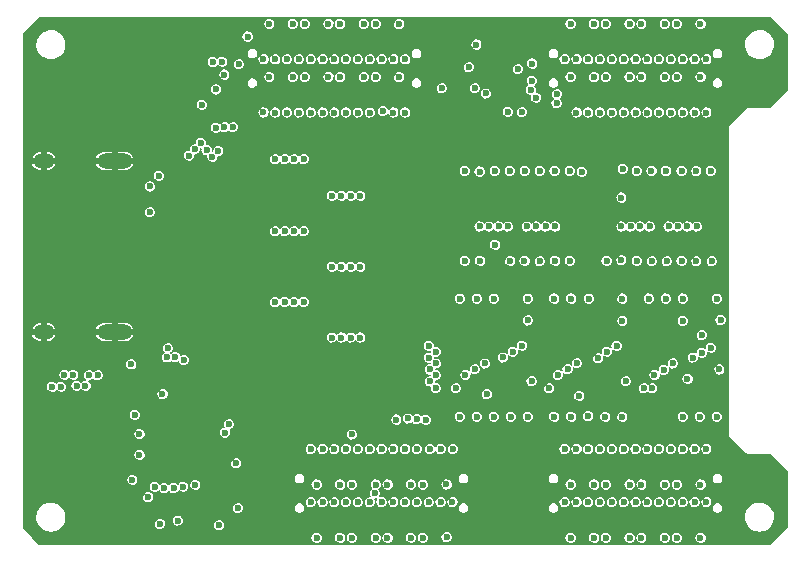
<source format=gbr>
G04 #@! TF.GenerationSoftware,KiCad,Pcbnew,(5.99.0-1662-g9db296991)*
G04 #@! TF.CreationDate,2020-06-19T13:25:47+05:30*
G04 #@! TF.ProjectId,Alchitry_IO_Shield,416c6368-6974-4727-995f-494f5f536869,rev?*
G04 #@! TF.SameCoordinates,Original*
G04 #@! TF.FileFunction,Copper,L2,Inr*
G04 #@! TF.FilePolarity,Positive*
%FSLAX46Y46*%
G04 Gerber Fmt 4.6, Leading zero omitted, Abs format (unit mm)*
G04 Created by KiCad (PCBNEW (5.99.0-1662-g9db296991)) date 2020-06-19 13:25:47*
%MOMM*%
%LPD*%
G01*
G04 APERTURE LIST*
G04 #@! TA.AperFunction,ViaPad*
%ADD10O,3.000000X1.300000*%
G04 #@! TD*
G04 #@! TA.AperFunction,ViaPad*
%ADD11O,1.800000X1.300000*%
G04 #@! TD*
G04 #@! TA.AperFunction,ViaPad*
%ADD12C,0.500000*%
G04 #@! TD*
G04 #@! TA.AperFunction,ViaPad*
%ADD13C,0.600000*%
G04 #@! TD*
G04 APERTURE END LIST*
D10*
X19900000Y-38850000D03*
X19900000Y-24350000D03*
D11*
X13900000Y-24350000D03*
X13900000Y-38850000D03*
D12*
X24000000Y-47100000D03*
X24000000Y-48100000D03*
X24000000Y-50100000D03*
X24000000Y-49100000D03*
X24000000Y-46100000D03*
X25000000Y-47100000D03*
X25000000Y-48100000D03*
X25000000Y-50100000D03*
X25000000Y-49100000D03*
X25000000Y-46100000D03*
X26000000Y-47100000D03*
X26000000Y-48100000D03*
X26000000Y-50100000D03*
X26000000Y-49100000D03*
X26000000Y-46100000D03*
X27000000Y-47100000D03*
X27000000Y-48100000D03*
X27000000Y-50100000D03*
X27000000Y-49100000D03*
X27000000Y-46100000D03*
X28000000Y-46100000D03*
X28000000Y-47100000D03*
X28000000Y-48100000D03*
X28000000Y-49100000D03*
X28000000Y-50100000D03*
D13*
X41000000Y-47509426D03*
X27300000Y-19600000D03*
X28500000Y-18300000D03*
X53200000Y-20200000D03*
X47600000Y-18200000D03*
X23650000Y-25610000D03*
X51330000Y-18640000D03*
X52120000Y-31460000D03*
X68510000Y-51750000D03*
X30500000Y-43340000D03*
X57340000Y-18700000D03*
X49890000Y-16410000D03*
X57320000Y-19470000D03*
X62800000Y-27450000D03*
X54397521Y-20222479D03*
X59439988Y-25264945D03*
X28250000Y-15970000D03*
X31150000Y-13820000D03*
X29000000Y-15960000D03*
X50398922Y-18193054D03*
X54060000Y-16590000D03*
X50530000Y-14500000D03*
X28681086Y-23490559D03*
X30430000Y-16169500D03*
X28172448Y-24010000D03*
X29924747Y-21494510D03*
X29190000Y-17040000D03*
X27681948Y-23436801D03*
X29197744Y-21494510D03*
X27191448Y-22831448D03*
X28472866Y-21550031D03*
X46571619Y-41999344D03*
X26690500Y-23360902D03*
X26200000Y-23900000D03*
X32498157Y-20248157D03*
X22900000Y-28700000D03*
X46500000Y-40000000D03*
X47100000Y-40500000D03*
X46500000Y-41000000D03*
X49600000Y-42481012D03*
X47100000Y-41500000D03*
X46585925Y-43014075D03*
X47100000Y-42500000D03*
X47100000Y-43600000D03*
X70400000Y-25200000D03*
X64100000Y-25200000D03*
X55900000Y-25200000D03*
X57150000Y-25200000D03*
X50800000Y-25250000D03*
X53350000Y-25200000D03*
X66600000Y-25200000D03*
X69150000Y-25200000D03*
X65350000Y-25200000D03*
X58450000Y-25200000D03*
X67900000Y-25200000D03*
X49550000Y-25200000D03*
X54650000Y-25200000D03*
X22000000Y-49225000D03*
X67900000Y-32800000D03*
X64100000Y-32800000D03*
X62800000Y-32750000D03*
X53400000Y-32800000D03*
X69150000Y-32850000D03*
X66650000Y-32850000D03*
X50850000Y-32800000D03*
X49550000Y-32800000D03*
X55900000Y-32850000D03*
X52100000Y-25200000D03*
X57200000Y-32800000D03*
X65400000Y-32850000D03*
X54600000Y-32800000D03*
X61550000Y-32800000D03*
X58450000Y-32800000D03*
X52000000Y-36000000D03*
X68000000Y-46000000D03*
X68000000Y-36000000D03*
X68850009Y-40994158D03*
X69440000Y-46000000D03*
X69600000Y-39100000D03*
X60000000Y-45950000D03*
X60050000Y-36000000D03*
X52000000Y-46000000D03*
X49120000Y-46000000D03*
X60850009Y-41050000D03*
X61440000Y-46000000D03*
X54880000Y-46000000D03*
X52778374Y-40990510D03*
X57120000Y-46000000D03*
X24100000Y-52050000D03*
X30200000Y-49950000D03*
X23300000Y-51950000D03*
X25700000Y-51950000D03*
X24900000Y-52050000D03*
X53440000Y-46000000D03*
X62800000Y-29900000D03*
X51600000Y-29900000D03*
X63600000Y-29900000D03*
X69600000Y-40600000D03*
X57120000Y-36000000D03*
X50560000Y-36000000D03*
X22900000Y-26512500D03*
X58560000Y-36000000D03*
X50800000Y-29900000D03*
X53600000Y-40500000D03*
X65120000Y-36000000D03*
X70880000Y-36000000D03*
X54880000Y-36000000D03*
X52400000Y-29900000D03*
X54800000Y-29900000D03*
X56400000Y-29900000D03*
X57200000Y-29900000D03*
X61600000Y-40500000D03*
X66560000Y-36000000D03*
X62880000Y-36000000D03*
X49120000Y-36000000D03*
X53200000Y-29900000D03*
X55600000Y-29900000D03*
X66800000Y-29900000D03*
X67600000Y-29900000D03*
X64400000Y-29900000D03*
X62918686Y-25031314D03*
X23950000Y-44100000D03*
X68400000Y-29900000D03*
X69200000Y-29900000D03*
X22000000Y-47475000D03*
X65200000Y-29900000D03*
X25037500Y-44100000D03*
X21300000Y-41575000D03*
X62880000Y-46000000D03*
X70880000Y-46000000D03*
X50560000Y-46000000D03*
X58560000Y-46000000D03*
X55253164Y-16103164D03*
X59238468Y-44239261D03*
X55585989Y-18999999D03*
X51400000Y-44100000D03*
X55220841Y-17551613D03*
X50393439Y-41990510D03*
X64700000Y-43600000D03*
X65427011Y-43600473D03*
X48800000Y-43600000D03*
X56700000Y-43600000D03*
X55200000Y-43000000D03*
X71100000Y-42000000D03*
X63200000Y-43000000D03*
X70400000Y-40181011D03*
X68400000Y-42800000D03*
X68000000Y-37900000D03*
X71200000Y-37827040D03*
X25040665Y-40946694D03*
X25767674Y-41198532D03*
X43750000Y-46250000D03*
X67156764Y-41490707D03*
X65606006Y-42481020D03*
X57450000Y-42481011D03*
X51250000Y-41500000D03*
X58250000Y-41990510D03*
X59050000Y-41481020D03*
X66400000Y-42050000D03*
X62400000Y-40000000D03*
X54400000Y-40000000D03*
X62890510Y-37900000D03*
X54900000Y-37850000D03*
X23000000Y-36000000D03*
X23000000Y-35000000D03*
X23000000Y-34000000D03*
X23000000Y-33000000D03*
X23000000Y-32000000D03*
X23000000Y-31000000D03*
X23000000Y-30000000D03*
X16000000Y-32000000D03*
X17000000Y-31000000D03*
X16000000Y-31000000D03*
X18000000Y-30000000D03*
X17000000Y-30000000D03*
X16000000Y-30000000D03*
X18000000Y-29000000D03*
X17000000Y-29000000D03*
X16000000Y-29000000D03*
X18000000Y-28000000D03*
X17000000Y-28000000D03*
X16000000Y-28000000D03*
X18000000Y-27000000D03*
X17000000Y-27000000D03*
X16000000Y-27000000D03*
X32800000Y-55400000D03*
X22700000Y-51300000D03*
X17000000Y-48450000D03*
X32800000Y-45850000D03*
X32751936Y-47801936D03*
X29239090Y-47352154D03*
X44738342Y-46156914D03*
X55135800Y-18330326D03*
X65500000Y-51750000D03*
X62500000Y-51750000D03*
X59500000Y-51750000D03*
X44000000Y-56250000D03*
X41000000Y-56250000D03*
X38000000Y-56250000D03*
X47000000Y-51750000D03*
X44000000Y-51750000D03*
X41000000Y-51750000D03*
X38000000Y-51750000D03*
X59500000Y-17250000D03*
X62500000Y-17250000D03*
X65500000Y-17250000D03*
X68500000Y-17250000D03*
X68500000Y-12750000D03*
X65500000Y-12750000D03*
X62500000Y-12750000D03*
X59500000Y-12750000D03*
X34000000Y-12750000D03*
X37000000Y-12750000D03*
X40000000Y-12750000D03*
X43000000Y-12750000D03*
X43000000Y-17250000D03*
X40000000Y-17250000D03*
X37000000Y-17250000D03*
X59500000Y-56250000D03*
X62500000Y-56250000D03*
X65500000Y-56250000D03*
X68500000Y-56250000D03*
X34000000Y-17250000D03*
X47000000Y-56217768D03*
X21600000Y-44350000D03*
X14613661Y-43469702D03*
X15366061Y-43469702D03*
X15645461Y-42451451D03*
X16397861Y-42451451D03*
X16677261Y-43376184D03*
X17429661Y-43376184D03*
X17723800Y-42500000D03*
X18476200Y-42500000D03*
X35500000Y-20250000D03*
X38500000Y-20250000D03*
X41500000Y-20250000D03*
X44500000Y-15750000D03*
X41500000Y-15750000D03*
X38500000Y-15750000D03*
X35500000Y-15750000D03*
X61000000Y-15750000D03*
X64000000Y-15750000D03*
X67000000Y-15750000D03*
X70000000Y-15750000D03*
X70000000Y-20250000D03*
X67000000Y-20250000D03*
X64000000Y-20250000D03*
X61000000Y-20250000D03*
X45500000Y-53250000D03*
X42500000Y-53250000D03*
X39500000Y-53250000D03*
X42500000Y-48750000D03*
X39500000Y-48750000D03*
X70000000Y-48750000D03*
X67000000Y-48750000D03*
X64000000Y-48750000D03*
X61000000Y-48750000D03*
X61000000Y-53250000D03*
X64000000Y-53250000D03*
X67000000Y-53250000D03*
X70000000Y-53250000D03*
X44500000Y-20250000D03*
X21600000Y-45850000D03*
X21400000Y-51350000D03*
X30350000Y-53750000D03*
X32500000Y-15750000D03*
X29590500Y-46650000D03*
X23750000Y-55100000D03*
X28750000Y-55200000D03*
X48000000Y-56217764D03*
X47500000Y-53250000D03*
X46500000Y-53250000D03*
X46000000Y-56250000D03*
X40000000Y-51750000D03*
X40000000Y-47509425D03*
X40500000Y-48749992D03*
X41500000Y-48749994D03*
X41946979Y-52496694D03*
X42000000Y-51750000D03*
X47994844Y-51744844D03*
X46242998Y-46274404D03*
X47500000Y-48749988D03*
X45482485Y-46207564D03*
X46600000Y-48749992D03*
X46000000Y-51750000D03*
X45000000Y-51750008D03*
X24400000Y-40200000D03*
X44500000Y-48749994D03*
X24312442Y-40981231D03*
X43500000Y-48750000D03*
X43000000Y-51750000D03*
X68000000Y-20250000D03*
X67500000Y-17250000D03*
X66500000Y-17250000D03*
X66000000Y-20250000D03*
X65000000Y-20250000D03*
X64500000Y-17250000D03*
X63500000Y-17250000D03*
X63000000Y-20250000D03*
X62000000Y-20250000D03*
X61500000Y-17250000D03*
X60500000Y-17250000D03*
X60000000Y-20250000D03*
X59000000Y-20250000D03*
X58500000Y-17250000D03*
X44000000Y-17250000D03*
X43500000Y-20250000D03*
X42621843Y-20128157D03*
X42000000Y-17250000D03*
X41000000Y-17250000D03*
X40500000Y-20250000D03*
X39500000Y-20250000D03*
X39000000Y-17250000D03*
X38000000Y-17250000D03*
X37500000Y-20250000D03*
X25249999Y-54794602D03*
X26727570Y-51758437D03*
X67500000Y-12750000D03*
X66500000Y-12750000D03*
X66000000Y-15750000D03*
X65000000Y-15750000D03*
X64500000Y-12750000D03*
X63500000Y-12750000D03*
X63000000Y-15750000D03*
X62000000Y-15750000D03*
X61500000Y-12750000D03*
X60500000Y-12750000D03*
X60000000Y-15750000D03*
X59000000Y-15750000D03*
X58500000Y-12750000D03*
X44000000Y-12750000D03*
X43500000Y-15750000D03*
X42500000Y-15750000D03*
X42000000Y-12750000D03*
X41000000Y-12750000D03*
X40500000Y-15750000D03*
X39500000Y-15750000D03*
X39000000Y-12750000D03*
X38000000Y-12750000D03*
X37500000Y-15750000D03*
X58000000Y-53250000D03*
X59000000Y-53250000D03*
X64500000Y-56250000D03*
X60000000Y-53250000D03*
X58500000Y-56250000D03*
X61500000Y-56250000D03*
X62000000Y-53250000D03*
X63000000Y-53250000D03*
X60500000Y-56250000D03*
X60000000Y-48750000D03*
X61500000Y-51750000D03*
X59000000Y-48750000D03*
X63500000Y-56250000D03*
X60500000Y-51750000D03*
X58500000Y-51749996D03*
X58000000Y-48750000D03*
X63000000Y-48750000D03*
X62000000Y-48750000D03*
X34500000Y-15750000D03*
X36500000Y-20250000D03*
X33000000Y-12750000D03*
X33500000Y-15750000D03*
X36500000Y-15750000D03*
X68000000Y-48750000D03*
X33500000Y-20250000D03*
X35000000Y-12750000D03*
X64500000Y-51750000D03*
X66500000Y-51750000D03*
X65000000Y-48750000D03*
X35000000Y-17250000D03*
X36000000Y-12750000D03*
X33000000Y-17250000D03*
X66000000Y-48750000D03*
X67500000Y-51750000D03*
X34500000Y-20250000D03*
X36000000Y-17250000D03*
X69500000Y-17250000D03*
X69000000Y-20250000D03*
X58000000Y-15750000D03*
X69000000Y-15750000D03*
X69500000Y-12750000D03*
X69000000Y-48750000D03*
X63500000Y-51750000D03*
X69500000Y-51750000D03*
X48500000Y-53253210D03*
X43500000Y-53250000D03*
X43000000Y-56250000D03*
X69000000Y-53250000D03*
X66000000Y-53250000D03*
X66500000Y-56250000D03*
X65000000Y-53250000D03*
X44500000Y-53250000D03*
X68000000Y-53250000D03*
X67500000Y-56250000D03*
X69500000Y-56250000D03*
X38500000Y-53250004D03*
X39000000Y-56250000D03*
X37000000Y-51750000D03*
X48550000Y-48750000D03*
X37000000Y-56249994D03*
X38500000Y-48750008D03*
X45000000Y-56250000D03*
X40000000Y-56250000D03*
X36500000Y-53250000D03*
X37500000Y-53250000D03*
X40500000Y-53250000D03*
X39000000Y-51750000D03*
X37500000Y-48750008D03*
X36500000Y-48750000D03*
X45500000Y-48750000D03*
X42000000Y-56250000D03*
X41500000Y-53250000D03*
X22749999Y-52805398D03*
X70450000Y-32850000D03*
X40700000Y-39300000D03*
X39900000Y-39300000D03*
X39100000Y-39300000D03*
X38300000Y-39300000D03*
X35900000Y-36300000D03*
X35100000Y-36300000D03*
X34300000Y-36300000D03*
X33500000Y-36300000D03*
X40700000Y-33300000D03*
X39900000Y-33300000D03*
X39100000Y-33300000D03*
X38300000Y-33300000D03*
X35900000Y-30300000D03*
X35100000Y-30300000D03*
X34300000Y-30300000D03*
X33500000Y-30300000D03*
X40700000Y-27300000D03*
X39900000Y-27300000D03*
X39100000Y-27300000D03*
X38300000Y-27300000D03*
X35900000Y-24200000D03*
X35100000Y-24200000D03*
X34300000Y-24200000D03*
X33500000Y-24200000D03*
X68000000Y-15750000D03*
G36*
X75465702Y-12145306D02*
G01*
X76854695Y-13534300D01*
X76873001Y-13578494D01*
X76873000Y-18421507D01*
X76854694Y-18465701D01*
X75465702Y-19854694D01*
X75421508Y-19873000D01*
X73479455Y-19873000D01*
X73479439Y-19873001D01*
X73465971Y-19873001D01*
X73458104Y-19877542D01*
X73443037Y-19883783D01*
X73434260Y-19886135D01*
X73422020Y-19898375D01*
X71934261Y-21386135D01*
X71886136Y-21434259D01*
X71883787Y-21443028D01*
X71877543Y-21458103D01*
X71873002Y-21465969D01*
X71873001Y-21465972D01*
X71873001Y-21483280D01*
X71873000Y-47520544D01*
X71873001Y-47520560D01*
X71873001Y-47534029D01*
X71877541Y-47541893D01*
X71883783Y-47556965D01*
X71886133Y-47565736D01*
X71886137Y-47565742D01*
X71943049Y-47622654D01*
X71943053Y-47622657D01*
X73386135Y-49065740D01*
X73434260Y-49113865D01*
X73443037Y-49116217D01*
X73458104Y-49122458D01*
X73465971Y-49126999D01*
X73479439Y-49126999D01*
X73479455Y-49127000D01*
X75421508Y-49127000D01*
X75465702Y-49145306D01*
X76854695Y-50534300D01*
X76873001Y-50578494D01*
X76873000Y-55421507D01*
X76854694Y-55465701D01*
X75465702Y-56854694D01*
X75421508Y-56873000D01*
X13578493Y-56873000D01*
X13534299Y-56854694D01*
X12924647Y-56245042D01*
X36563597Y-56245042D01*
X36591074Y-56402478D01*
X36591075Y-56402481D01*
X36673385Y-56539466D01*
X36799496Y-56637640D01*
X36952490Y-56683831D01*
X37111854Y-56671848D01*
X37111857Y-56671847D01*
X37256220Y-56603297D01*
X37366229Y-56487371D01*
X37427129Y-56339615D01*
X37428202Y-56245048D01*
X38563597Y-56245048D01*
X38591074Y-56402484D01*
X38591075Y-56402487D01*
X38673385Y-56539472D01*
X38799496Y-56637646D01*
X38952490Y-56683837D01*
X39111854Y-56671854D01*
X39111857Y-56671853D01*
X39256220Y-56603303D01*
X39366229Y-56487377D01*
X39427129Y-56339621D01*
X39428202Y-56245048D01*
X39563597Y-56245048D01*
X39591074Y-56402484D01*
X39591075Y-56402487D01*
X39673385Y-56539472D01*
X39799496Y-56637646D01*
X39952490Y-56683837D01*
X40111854Y-56671854D01*
X40111857Y-56671853D01*
X40256220Y-56603303D01*
X40366229Y-56487377D01*
X40427129Y-56339621D01*
X40428202Y-56245048D01*
X41563597Y-56245048D01*
X41591074Y-56402484D01*
X41591075Y-56402487D01*
X41673385Y-56539472D01*
X41799496Y-56637646D01*
X41952490Y-56683837D01*
X42111854Y-56671854D01*
X42111857Y-56671853D01*
X42256220Y-56603303D01*
X42366229Y-56487377D01*
X42427129Y-56339621D01*
X42428202Y-56245048D01*
X42563597Y-56245048D01*
X42591074Y-56402484D01*
X42591075Y-56402487D01*
X42673385Y-56539472D01*
X42799496Y-56637646D01*
X42952490Y-56683837D01*
X43111854Y-56671854D01*
X43111857Y-56671853D01*
X43256220Y-56603303D01*
X43366229Y-56487377D01*
X43427129Y-56339621D01*
X43428202Y-56245048D01*
X44563597Y-56245048D01*
X44591074Y-56402484D01*
X44591075Y-56402487D01*
X44673385Y-56539472D01*
X44799496Y-56637646D01*
X44952490Y-56683837D01*
X45111854Y-56671854D01*
X45111857Y-56671853D01*
X45256220Y-56603303D01*
X45366229Y-56487377D01*
X45427129Y-56339621D01*
X45428202Y-56245048D01*
X45563597Y-56245048D01*
X45591074Y-56402484D01*
X45591075Y-56402487D01*
X45673385Y-56539472D01*
X45799496Y-56637646D01*
X45952490Y-56683837D01*
X46111854Y-56671854D01*
X46111857Y-56671853D01*
X46256220Y-56603303D01*
X46366229Y-56487377D01*
X46427129Y-56339621D01*
X46428568Y-56212812D01*
X47563597Y-56212812D01*
X47591074Y-56370248D01*
X47591075Y-56370251D01*
X47673385Y-56507236D01*
X47799496Y-56605410D01*
X47952490Y-56651601D01*
X48111854Y-56639618D01*
X48111857Y-56639617D01*
X48256220Y-56571067D01*
X48366229Y-56455141D01*
X48427129Y-56307385D01*
X48427836Y-56245048D01*
X58063597Y-56245048D01*
X58091074Y-56402484D01*
X58091075Y-56402487D01*
X58173385Y-56539472D01*
X58299496Y-56637646D01*
X58452490Y-56683837D01*
X58611854Y-56671854D01*
X58611857Y-56671853D01*
X58756220Y-56603303D01*
X58866229Y-56487377D01*
X58927129Y-56339621D01*
X58928202Y-56245048D01*
X60063597Y-56245048D01*
X60091074Y-56402484D01*
X60091075Y-56402487D01*
X60173385Y-56539472D01*
X60299496Y-56637646D01*
X60452490Y-56683837D01*
X60611854Y-56671854D01*
X60611857Y-56671853D01*
X60756220Y-56603303D01*
X60866229Y-56487377D01*
X60927129Y-56339621D01*
X60928202Y-56245048D01*
X61063597Y-56245048D01*
X61091074Y-56402484D01*
X61091075Y-56402487D01*
X61173385Y-56539472D01*
X61299496Y-56637646D01*
X61452490Y-56683837D01*
X61611854Y-56671854D01*
X61611857Y-56671853D01*
X61756220Y-56603303D01*
X61866229Y-56487377D01*
X61927129Y-56339621D01*
X61928202Y-56245048D01*
X63063597Y-56245048D01*
X63091074Y-56402484D01*
X63091075Y-56402487D01*
X63173385Y-56539472D01*
X63299496Y-56637646D01*
X63452490Y-56683837D01*
X63611854Y-56671854D01*
X63611857Y-56671853D01*
X63756220Y-56603303D01*
X63866229Y-56487377D01*
X63927129Y-56339621D01*
X63928202Y-56245048D01*
X64063597Y-56245048D01*
X64091074Y-56402484D01*
X64091075Y-56402487D01*
X64173385Y-56539472D01*
X64299496Y-56637646D01*
X64452490Y-56683837D01*
X64611854Y-56671854D01*
X64611857Y-56671853D01*
X64756220Y-56603303D01*
X64866229Y-56487377D01*
X64927129Y-56339621D01*
X64928202Y-56245048D01*
X66063597Y-56245048D01*
X66091074Y-56402484D01*
X66091075Y-56402487D01*
X66173385Y-56539472D01*
X66299496Y-56637646D01*
X66452490Y-56683837D01*
X66611854Y-56671854D01*
X66611857Y-56671853D01*
X66756220Y-56603303D01*
X66866229Y-56487377D01*
X66927129Y-56339621D01*
X66928202Y-56245048D01*
X67063597Y-56245048D01*
X67091074Y-56402484D01*
X67091075Y-56402487D01*
X67173385Y-56539472D01*
X67299496Y-56637646D01*
X67452490Y-56683837D01*
X67611854Y-56671854D01*
X67611857Y-56671853D01*
X67756220Y-56603303D01*
X67866229Y-56487377D01*
X67927129Y-56339621D01*
X67928202Y-56245048D01*
X69063597Y-56245048D01*
X69091074Y-56402484D01*
X69091075Y-56402487D01*
X69173385Y-56539472D01*
X69299496Y-56637646D01*
X69452490Y-56683837D01*
X69611854Y-56671854D01*
X69611857Y-56671853D01*
X69756220Y-56603303D01*
X69866229Y-56487377D01*
X69927129Y-56339621D01*
X69929053Y-56170093D01*
X69871519Y-56020991D01*
X69764168Y-55902599D01*
X69764167Y-55902599D01*
X69621393Y-55830792D01*
X69462342Y-55815197D01*
X69462341Y-55815197D01*
X69308340Y-55857906D01*
X69308338Y-55857907D01*
X69180039Y-55953188D01*
X69094639Y-56088278D01*
X69063597Y-56245048D01*
X67928202Y-56245048D01*
X67929053Y-56170093D01*
X67871519Y-56020991D01*
X67764168Y-55902599D01*
X67764167Y-55902599D01*
X67621393Y-55830792D01*
X67462342Y-55815197D01*
X67462341Y-55815197D01*
X67308340Y-55857906D01*
X67308338Y-55857907D01*
X67180039Y-55953188D01*
X67094639Y-56088278D01*
X67063597Y-56245048D01*
X66928202Y-56245048D01*
X66929053Y-56170093D01*
X66871519Y-56020991D01*
X66764168Y-55902599D01*
X66764167Y-55902599D01*
X66621393Y-55830792D01*
X66462342Y-55815197D01*
X66462341Y-55815197D01*
X66308340Y-55857906D01*
X66308338Y-55857907D01*
X66180039Y-55953188D01*
X66094639Y-56088278D01*
X66063597Y-56245048D01*
X64928202Y-56245048D01*
X64929053Y-56170093D01*
X64871519Y-56020991D01*
X64764168Y-55902599D01*
X64764167Y-55902599D01*
X64621393Y-55830792D01*
X64462342Y-55815197D01*
X64462341Y-55815197D01*
X64308340Y-55857906D01*
X64308338Y-55857907D01*
X64180039Y-55953188D01*
X64094639Y-56088278D01*
X64063597Y-56245048D01*
X63928202Y-56245048D01*
X63929053Y-56170093D01*
X63871519Y-56020991D01*
X63764168Y-55902599D01*
X63621393Y-55830792D01*
X63462342Y-55815197D01*
X63308340Y-55857906D01*
X63308338Y-55857907D01*
X63180039Y-55953188D01*
X63094639Y-56088278D01*
X63063597Y-56245048D01*
X61928202Y-56245048D01*
X61929053Y-56170093D01*
X61871519Y-56020991D01*
X61764168Y-55902599D01*
X61621393Y-55830792D01*
X61462342Y-55815197D01*
X61308340Y-55857906D01*
X61308338Y-55857907D01*
X61180039Y-55953188D01*
X61094639Y-56088278D01*
X61063597Y-56245048D01*
X60928202Y-56245048D01*
X60929053Y-56170093D01*
X60871519Y-56020991D01*
X60764168Y-55902599D01*
X60621393Y-55830792D01*
X60462342Y-55815197D01*
X60308340Y-55857906D01*
X60308338Y-55857907D01*
X60180039Y-55953188D01*
X60094639Y-56088278D01*
X60063597Y-56245048D01*
X58928202Y-56245048D01*
X58929053Y-56170093D01*
X58871519Y-56020991D01*
X58764168Y-55902599D01*
X58621393Y-55830792D01*
X58462342Y-55815197D01*
X58308340Y-55857906D01*
X58308338Y-55857907D01*
X58180039Y-55953188D01*
X58094639Y-56088278D01*
X58063597Y-56245048D01*
X48427836Y-56245048D01*
X48429053Y-56137857D01*
X48371519Y-55988755D01*
X48264168Y-55870363D01*
X48264167Y-55870363D01*
X48121393Y-55798556D01*
X47962342Y-55782961D01*
X47962341Y-55782961D01*
X47808340Y-55825670D01*
X47808338Y-55825671D01*
X47680039Y-55920952D01*
X47594639Y-56056042D01*
X47563597Y-56212812D01*
X46428568Y-56212812D01*
X46429053Y-56170093D01*
X46371519Y-56020991D01*
X46264168Y-55902599D01*
X46121393Y-55830792D01*
X45962342Y-55815197D01*
X45808340Y-55857906D01*
X45808338Y-55857907D01*
X45680039Y-55953188D01*
X45594639Y-56088278D01*
X45563597Y-56245048D01*
X45428202Y-56245048D01*
X45429053Y-56170093D01*
X45371519Y-56020991D01*
X45264168Y-55902599D01*
X45121393Y-55830792D01*
X44962342Y-55815197D01*
X44808340Y-55857906D01*
X44808338Y-55857907D01*
X44680039Y-55953188D01*
X44594639Y-56088278D01*
X44563597Y-56245048D01*
X43428202Y-56245048D01*
X43429053Y-56170093D01*
X43371519Y-56020991D01*
X43264168Y-55902599D01*
X43121393Y-55830792D01*
X42962342Y-55815197D01*
X42808340Y-55857906D01*
X42808338Y-55857907D01*
X42680039Y-55953188D01*
X42594639Y-56088278D01*
X42563597Y-56245048D01*
X42428202Y-56245048D01*
X42429053Y-56170093D01*
X42371519Y-56020991D01*
X42264168Y-55902599D01*
X42121393Y-55830792D01*
X41962342Y-55815197D01*
X41808340Y-55857906D01*
X41808338Y-55857907D01*
X41680039Y-55953188D01*
X41594639Y-56088278D01*
X41563597Y-56245048D01*
X40428202Y-56245048D01*
X40429053Y-56170093D01*
X40371519Y-56020991D01*
X40264168Y-55902599D01*
X40121393Y-55830792D01*
X39962342Y-55815197D01*
X39808340Y-55857906D01*
X39808338Y-55857907D01*
X39680039Y-55953188D01*
X39594639Y-56088278D01*
X39563597Y-56245048D01*
X39428202Y-56245048D01*
X39429053Y-56170093D01*
X39371519Y-56020991D01*
X39264168Y-55902599D01*
X39121393Y-55830792D01*
X38962342Y-55815197D01*
X38808340Y-55857906D01*
X38808338Y-55857907D01*
X38680039Y-55953188D01*
X38594639Y-56088278D01*
X38563597Y-56245048D01*
X37428202Y-56245048D01*
X37429053Y-56170087D01*
X37371519Y-56020985D01*
X37264168Y-55902593D01*
X37121393Y-55830786D01*
X36962342Y-55815191D01*
X36808340Y-55857900D01*
X36808338Y-55857901D01*
X36680039Y-55953182D01*
X36594639Y-56088272D01*
X36563597Y-56245042D01*
X12924647Y-56245042D01*
X12145306Y-55465702D01*
X12127000Y-55421508D01*
X12127000Y-54467746D01*
X13268463Y-54467746D01*
X13282216Y-54686349D01*
X13334462Y-54899052D01*
X13423550Y-55099149D01*
X13423553Y-55099153D01*
X13546658Y-55280295D01*
X13699909Y-55436791D01*
X13878436Y-55563664D01*
X14076629Y-55656928D01*
X14288187Y-55713614D01*
X14506450Y-55731942D01*
X14724503Y-55711330D01*
X14724506Y-55711330D01*
X14935468Y-55652428D01*
X15132668Y-55557098D01*
X15309855Y-55428362D01*
X15309865Y-55428353D01*
X15461457Y-55270274D01*
X15461458Y-55270274D01*
X15577879Y-55095048D01*
X23313597Y-55095048D01*
X23341074Y-55252484D01*
X23341075Y-55252487D01*
X23423385Y-55389472D01*
X23549496Y-55487646D01*
X23702490Y-55533837D01*
X23861854Y-55521854D01*
X23861857Y-55521853D01*
X24006220Y-55453303D01*
X24116229Y-55337377D01*
X24177129Y-55189621D01*
X24179053Y-55020093D01*
X24121519Y-54870991D01*
X24047764Y-54789650D01*
X24813596Y-54789650D01*
X24841073Y-54947086D01*
X24841074Y-54947089D01*
X24923384Y-55084074D01*
X25049495Y-55182248D01*
X25202489Y-55228439D01*
X25361853Y-55216456D01*
X25361856Y-55216455D01*
X25406938Y-55195048D01*
X28313597Y-55195048D01*
X28341074Y-55352484D01*
X28341075Y-55352487D01*
X28423385Y-55489472D01*
X28549496Y-55587646D01*
X28702490Y-55633837D01*
X28861854Y-55621854D01*
X28861857Y-55621853D01*
X29006220Y-55553303D01*
X29116229Y-55437377D01*
X29177129Y-55289621D01*
X29179053Y-55120093D01*
X29121519Y-54970991D01*
X29014168Y-54852599D01*
X29014167Y-54852599D01*
X28871393Y-54780792D01*
X28712342Y-54765197D01*
X28712341Y-54765197D01*
X28558340Y-54807906D01*
X28558338Y-54807907D01*
X28430039Y-54903188D01*
X28344639Y-55038278D01*
X28313597Y-55195048D01*
X25406938Y-55195048D01*
X25506219Y-55147905D01*
X25616228Y-55031979D01*
X25677128Y-54884223D01*
X25679052Y-54714695D01*
X25621518Y-54565593D01*
X25532797Y-54467746D01*
X73268463Y-54467746D01*
X73282216Y-54686349D01*
X73334462Y-54899052D01*
X73423550Y-55099149D01*
X73423553Y-55099153D01*
X73546658Y-55280295D01*
X73699909Y-55436791D01*
X73878436Y-55563664D01*
X74076629Y-55656928D01*
X74288187Y-55713614D01*
X74506450Y-55731942D01*
X74724503Y-55711330D01*
X74724506Y-55711330D01*
X74935468Y-55652428D01*
X75132668Y-55557098D01*
X75309855Y-55428362D01*
X75309865Y-55428353D01*
X75461457Y-55270274D01*
X75461458Y-55270274D01*
X75582663Y-55087848D01*
X75582663Y-55087847D01*
X75669653Y-54886825D01*
X75719669Y-54673586D01*
X75727082Y-54390481D01*
X75688295Y-54174920D01*
X75688295Y-54174919D01*
X75611951Y-53969634D01*
X75611950Y-53969633D01*
X75500453Y-53781100D01*
X75357334Y-53615296D01*
X75187117Y-53477458D01*
X74995183Y-53371941D01*
X74995181Y-53371941D01*
X74787593Y-53302080D01*
X74570911Y-53270084D01*
X74351996Y-53276964D01*
X74137759Y-53322500D01*
X74137754Y-53322502D01*
X73934963Y-53405260D01*
X73750029Y-53522623D01*
X73588809Y-53670872D01*
X73588804Y-53670878D01*
X73456385Y-53845333D01*
X73456380Y-53845341D01*
X73356943Y-54040495D01*
X73356942Y-54040500D01*
X73293639Y-54250169D01*
X73293638Y-54250171D01*
X73268463Y-54467746D01*
X25532797Y-54467746D01*
X25514167Y-54447201D01*
X25514166Y-54447201D01*
X25371392Y-54375394D01*
X25212341Y-54359799D01*
X25212340Y-54359799D01*
X25058339Y-54402508D01*
X25058337Y-54402509D01*
X24930038Y-54497790D01*
X24844638Y-54632880D01*
X24813596Y-54789650D01*
X24047764Y-54789650D01*
X24014168Y-54752599D01*
X24014167Y-54752599D01*
X23871393Y-54680792D01*
X23712342Y-54665197D01*
X23712341Y-54665197D01*
X23558340Y-54707906D01*
X23558338Y-54707907D01*
X23430039Y-54803188D01*
X23344639Y-54938278D01*
X23313597Y-55095048D01*
X15577879Y-55095048D01*
X15582663Y-55087848D01*
X15582663Y-55087847D01*
X15669653Y-54886825D01*
X15719669Y-54673586D01*
X15727082Y-54390481D01*
X15688295Y-54174920D01*
X15688295Y-54174919D01*
X15611951Y-53969634D01*
X15611950Y-53969633D01*
X15500453Y-53781100D01*
X15469334Y-53745048D01*
X29913597Y-53745048D01*
X29941074Y-53902484D01*
X29941075Y-53902487D01*
X30023385Y-54039472D01*
X30149496Y-54137646D01*
X30302490Y-54183837D01*
X30461854Y-54171854D01*
X30461857Y-54171853D01*
X30606220Y-54103303D01*
X30716229Y-53987377D01*
X30777129Y-53839621D01*
X30778868Y-53686330D01*
X35148001Y-53686330D01*
X35148001Y-53813670D01*
X35187351Y-53934779D01*
X35187352Y-53934781D01*
X35262200Y-54037800D01*
X35365219Y-54112648D01*
X35365221Y-54112649D01*
X35486330Y-54151999D01*
X35613670Y-54151999D01*
X35734779Y-54112649D01*
X35734781Y-54112648D01*
X35837800Y-54037800D01*
X35912648Y-53934781D01*
X35912649Y-53934779D01*
X35951999Y-53813670D01*
X35951999Y-53686330D01*
X35912649Y-53565221D01*
X35912648Y-53565219D01*
X35837800Y-53462200D01*
X35734781Y-53387352D01*
X35734779Y-53387351D01*
X35613670Y-53348001D01*
X35486330Y-53348001D01*
X35365221Y-53387351D01*
X35365219Y-53387352D01*
X35262200Y-53462200D01*
X35187352Y-53565219D01*
X35187351Y-53565221D01*
X35148001Y-53686330D01*
X30778868Y-53686330D01*
X30779053Y-53670093D01*
X30721519Y-53520991D01*
X30614168Y-53402599D01*
X30471393Y-53330792D01*
X30312342Y-53315197D01*
X30312341Y-53315197D01*
X30158340Y-53357906D01*
X30158338Y-53357907D01*
X30030039Y-53453188D01*
X29944639Y-53588278D01*
X29913597Y-53745048D01*
X15469334Y-53745048D01*
X15357334Y-53615296D01*
X15187117Y-53477458D01*
X14995183Y-53371941D01*
X14995181Y-53371941D01*
X14787593Y-53302080D01*
X14570911Y-53270084D01*
X14351996Y-53276964D01*
X14137759Y-53322500D01*
X14137754Y-53322502D01*
X13934963Y-53405260D01*
X13750029Y-53522623D01*
X13588809Y-53670872D01*
X13588804Y-53670878D01*
X13456385Y-53845333D01*
X13456380Y-53845341D01*
X13356943Y-54040495D01*
X13356942Y-54040500D01*
X13293639Y-54250169D01*
X13293638Y-54250171D01*
X13268463Y-54467746D01*
X12127000Y-54467746D01*
X12127000Y-53245048D01*
X36063597Y-53245048D01*
X36091074Y-53402484D01*
X36091075Y-53402487D01*
X36173385Y-53539472D01*
X36299496Y-53637646D01*
X36452490Y-53683837D01*
X36611854Y-53671854D01*
X36611857Y-53671853D01*
X36756220Y-53603303D01*
X36866229Y-53487377D01*
X36927129Y-53339621D01*
X36928202Y-53245048D01*
X37063597Y-53245048D01*
X37091074Y-53402484D01*
X37091075Y-53402487D01*
X37173385Y-53539472D01*
X37299496Y-53637646D01*
X37452490Y-53683837D01*
X37611854Y-53671854D01*
X37611857Y-53671853D01*
X37756220Y-53603303D01*
X37866229Y-53487377D01*
X37927129Y-53339621D01*
X37928202Y-53245052D01*
X38063597Y-53245052D01*
X38091074Y-53402488D01*
X38091075Y-53402491D01*
X38173385Y-53539476D01*
X38299496Y-53637650D01*
X38452490Y-53683841D01*
X38611854Y-53671858D01*
X38611857Y-53671857D01*
X38756220Y-53603307D01*
X38866229Y-53487381D01*
X38927129Y-53339625D01*
X38928202Y-53245048D01*
X39063597Y-53245048D01*
X39091074Y-53402484D01*
X39091075Y-53402487D01*
X39173385Y-53539472D01*
X39299496Y-53637646D01*
X39452490Y-53683837D01*
X39611854Y-53671854D01*
X39611857Y-53671853D01*
X39756220Y-53603303D01*
X39866229Y-53487377D01*
X39927129Y-53339621D01*
X39928202Y-53245048D01*
X40063597Y-53245048D01*
X40091074Y-53402484D01*
X40091075Y-53402487D01*
X40173385Y-53539472D01*
X40299496Y-53637646D01*
X40452490Y-53683837D01*
X40611854Y-53671854D01*
X40611857Y-53671853D01*
X40756220Y-53603303D01*
X40866229Y-53487377D01*
X40927129Y-53339621D01*
X40928202Y-53245048D01*
X41063597Y-53245048D01*
X41091074Y-53402484D01*
X41091075Y-53402487D01*
X41173385Y-53539472D01*
X41299496Y-53637646D01*
X41452490Y-53683837D01*
X41611854Y-53671854D01*
X41611857Y-53671853D01*
X41756220Y-53603303D01*
X41866229Y-53487377D01*
X41927129Y-53339621D01*
X41929053Y-53170093D01*
X41869442Y-53015609D01*
X41871859Y-53014676D01*
X41865744Y-52976749D01*
X41893753Y-52937972D01*
X41921870Y-52928847D01*
X42058833Y-52918548D01*
X42058834Y-52918547D01*
X42068354Y-52914027D01*
X42116128Y-52911608D01*
X42151621Y-52943678D01*
X42147991Y-53003883D01*
X42094639Y-53088278D01*
X42063597Y-53245048D01*
X42091074Y-53402484D01*
X42091075Y-53402487D01*
X42173385Y-53539472D01*
X42299496Y-53637646D01*
X42452490Y-53683837D01*
X42611854Y-53671854D01*
X42611857Y-53671853D01*
X42756220Y-53603303D01*
X42866229Y-53487377D01*
X42927129Y-53339621D01*
X42928202Y-53245048D01*
X43063597Y-53245048D01*
X43091074Y-53402484D01*
X43091075Y-53402487D01*
X43173385Y-53539472D01*
X43299496Y-53637646D01*
X43452490Y-53683837D01*
X43611854Y-53671854D01*
X43611857Y-53671853D01*
X43756220Y-53603303D01*
X43866229Y-53487377D01*
X43927129Y-53339621D01*
X43928202Y-53245048D01*
X44063597Y-53245048D01*
X44091074Y-53402484D01*
X44091075Y-53402487D01*
X44173385Y-53539472D01*
X44299496Y-53637646D01*
X44452490Y-53683837D01*
X44611854Y-53671854D01*
X44611857Y-53671853D01*
X44756220Y-53603303D01*
X44866229Y-53487377D01*
X44927129Y-53339621D01*
X44928202Y-53245048D01*
X45063597Y-53245048D01*
X45091074Y-53402484D01*
X45091075Y-53402487D01*
X45173385Y-53539472D01*
X45299496Y-53637646D01*
X45452490Y-53683837D01*
X45611854Y-53671854D01*
X45611857Y-53671853D01*
X45756220Y-53603303D01*
X45866229Y-53487377D01*
X45927129Y-53339621D01*
X45928202Y-53245048D01*
X46063597Y-53245048D01*
X46091074Y-53402484D01*
X46091075Y-53402487D01*
X46173385Y-53539472D01*
X46299496Y-53637646D01*
X46452490Y-53683837D01*
X46611854Y-53671854D01*
X46611857Y-53671853D01*
X46756220Y-53603303D01*
X46866229Y-53487377D01*
X46927129Y-53339621D01*
X46928202Y-53245048D01*
X47063597Y-53245048D01*
X47091074Y-53402484D01*
X47091075Y-53402487D01*
X47173385Y-53539472D01*
X47299496Y-53637646D01*
X47452490Y-53683837D01*
X47611854Y-53671854D01*
X47611857Y-53671853D01*
X47756220Y-53603303D01*
X47866229Y-53487377D01*
X47927129Y-53339621D01*
X47928165Y-53248258D01*
X48063597Y-53248258D01*
X48091074Y-53405694D01*
X48091075Y-53405697D01*
X48173385Y-53542682D01*
X48299496Y-53640856D01*
X48452490Y-53687047D01*
X48462025Y-53686330D01*
X49048001Y-53686330D01*
X49048001Y-53813670D01*
X49087351Y-53934779D01*
X49087352Y-53934781D01*
X49162200Y-54037800D01*
X49265219Y-54112648D01*
X49265221Y-54112649D01*
X49386330Y-54151999D01*
X49513670Y-54151999D01*
X49634779Y-54112649D01*
X49634781Y-54112648D01*
X49737800Y-54037800D01*
X49812648Y-53934781D01*
X49812649Y-53934779D01*
X49851999Y-53813670D01*
X49851999Y-53686330D01*
X56648001Y-53686330D01*
X56648001Y-53813670D01*
X56687351Y-53934779D01*
X56687352Y-53934781D01*
X56762200Y-54037800D01*
X56865219Y-54112648D01*
X56865221Y-54112649D01*
X56986330Y-54151999D01*
X57113670Y-54151999D01*
X57234779Y-54112649D01*
X57234781Y-54112648D01*
X57337800Y-54037800D01*
X57412648Y-53934781D01*
X57412649Y-53934779D01*
X57451999Y-53813670D01*
X57451999Y-53686330D01*
X70548001Y-53686330D01*
X70548001Y-53813670D01*
X70587351Y-53934779D01*
X70587352Y-53934781D01*
X70662200Y-54037800D01*
X70765219Y-54112648D01*
X70765221Y-54112649D01*
X70886330Y-54151999D01*
X71013670Y-54151999D01*
X71134779Y-54112649D01*
X71134781Y-54112648D01*
X71237800Y-54037800D01*
X71312648Y-53934781D01*
X71312649Y-53934779D01*
X71351999Y-53813670D01*
X71351999Y-53686330D01*
X71312649Y-53565221D01*
X71312648Y-53565219D01*
X71237800Y-53462200D01*
X71134781Y-53387352D01*
X71134779Y-53387351D01*
X71013670Y-53348001D01*
X70886330Y-53348001D01*
X70765221Y-53387351D01*
X70765219Y-53387352D01*
X70662200Y-53462200D01*
X70587352Y-53565219D01*
X70587351Y-53565221D01*
X70548001Y-53686330D01*
X57451999Y-53686330D01*
X57412649Y-53565221D01*
X57412648Y-53565219D01*
X57337800Y-53462200D01*
X57234781Y-53387352D01*
X57234779Y-53387351D01*
X57113670Y-53348001D01*
X56986330Y-53348001D01*
X56865221Y-53387351D01*
X56865219Y-53387352D01*
X56762200Y-53462200D01*
X56687352Y-53565219D01*
X56687351Y-53565221D01*
X56648001Y-53686330D01*
X49851999Y-53686330D01*
X49812649Y-53565221D01*
X49812648Y-53565219D01*
X49737800Y-53462200D01*
X49634781Y-53387352D01*
X49634779Y-53387351D01*
X49513670Y-53348001D01*
X49386330Y-53348001D01*
X49265221Y-53387351D01*
X49265219Y-53387352D01*
X49162200Y-53462200D01*
X49087352Y-53565219D01*
X49087351Y-53565221D01*
X49048001Y-53686330D01*
X48462025Y-53686330D01*
X48611854Y-53675064D01*
X48611857Y-53675063D01*
X48756220Y-53606513D01*
X48866229Y-53490587D01*
X48927129Y-53342831D01*
X48928238Y-53245048D01*
X57563597Y-53245048D01*
X57591074Y-53402484D01*
X57591075Y-53402487D01*
X57673385Y-53539472D01*
X57799496Y-53637646D01*
X57952490Y-53683837D01*
X58111854Y-53671854D01*
X58111857Y-53671853D01*
X58256220Y-53603303D01*
X58366229Y-53487377D01*
X58427129Y-53339621D01*
X58428202Y-53245048D01*
X58563597Y-53245048D01*
X58591074Y-53402484D01*
X58591075Y-53402487D01*
X58673385Y-53539472D01*
X58799496Y-53637646D01*
X58952490Y-53683837D01*
X59111854Y-53671854D01*
X59111857Y-53671853D01*
X59256220Y-53603303D01*
X59366229Y-53487377D01*
X59427129Y-53339621D01*
X59428202Y-53245048D01*
X59563597Y-53245048D01*
X59591074Y-53402484D01*
X59591075Y-53402487D01*
X59673385Y-53539472D01*
X59799496Y-53637646D01*
X59952490Y-53683837D01*
X60111854Y-53671854D01*
X60111857Y-53671853D01*
X60256220Y-53603303D01*
X60366229Y-53487377D01*
X60427129Y-53339621D01*
X60428202Y-53245048D01*
X60563597Y-53245048D01*
X60591074Y-53402484D01*
X60591075Y-53402487D01*
X60673385Y-53539472D01*
X60799496Y-53637646D01*
X60952490Y-53683837D01*
X61111854Y-53671854D01*
X61111857Y-53671853D01*
X61256220Y-53603303D01*
X61366229Y-53487377D01*
X61427129Y-53339621D01*
X61428202Y-53245048D01*
X61563597Y-53245048D01*
X61591074Y-53402484D01*
X61591075Y-53402487D01*
X61673385Y-53539472D01*
X61799496Y-53637646D01*
X61952490Y-53683837D01*
X62111854Y-53671854D01*
X62111857Y-53671853D01*
X62256220Y-53603303D01*
X62366229Y-53487377D01*
X62427129Y-53339621D01*
X62428202Y-53245048D01*
X62563597Y-53245048D01*
X62591074Y-53402484D01*
X62591075Y-53402487D01*
X62673385Y-53539472D01*
X62799496Y-53637646D01*
X62952490Y-53683837D01*
X63111854Y-53671854D01*
X63111857Y-53671853D01*
X63256220Y-53603303D01*
X63366229Y-53487377D01*
X63427129Y-53339621D01*
X63428202Y-53245048D01*
X63563597Y-53245048D01*
X63591074Y-53402484D01*
X63591075Y-53402487D01*
X63673385Y-53539472D01*
X63799496Y-53637646D01*
X63952490Y-53683837D01*
X64111854Y-53671854D01*
X64111857Y-53671853D01*
X64256220Y-53603303D01*
X64366229Y-53487377D01*
X64427129Y-53339621D01*
X64428202Y-53245048D01*
X64563597Y-53245048D01*
X64591074Y-53402484D01*
X64591075Y-53402487D01*
X64673385Y-53539472D01*
X64799496Y-53637646D01*
X64952490Y-53683837D01*
X65111854Y-53671854D01*
X65111857Y-53671853D01*
X65256220Y-53603303D01*
X65366229Y-53487377D01*
X65427129Y-53339621D01*
X65428202Y-53245048D01*
X65563597Y-53245048D01*
X65591074Y-53402484D01*
X65591075Y-53402487D01*
X65673385Y-53539472D01*
X65799496Y-53637646D01*
X65952490Y-53683837D01*
X66111854Y-53671854D01*
X66111857Y-53671853D01*
X66256220Y-53603303D01*
X66366229Y-53487377D01*
X66427129Y-53339621D01*
X66428202Y-53245048D01*
X66563597Y-53245048D01*
X66591074Y-53402484D01*
X66591075Y-53402487D01*
X66673385Y-53539472D01*
X66799496Y-53637646D01*
X66952490Y-53683837D01*
X67111854Y-53671854D01*
X67111857Y-53671853D01*
X67256220Y-53603303D01*
X67366229Y-53487377D01*
X67427129Y-53339621D01*
X67428202Y-53245048D01*
X67563597Y-53245048D01*
X67591074Y-53402484D01*
X67591075Y-53402487D01*
X67673385Y-53539472D01*
X67799496Y-53637646D01*
X67952490Y-53683837D01*
X68111854Y-53671854D01*
X68111857Y-53671853D01*
X68256220Y-53603303D01*
X68366229Y-53487377D01*
X68427129Y-53339621D01*
X68428202Y-53245048D01*
X68563597Y-53245048D01*
X68591074Y-53402484D01*
X68591075Y-53402487D01*
X68673385Y-53539472D01*
X68799496Y-53637646D01*
X68952490Y-53683837D01*
X69111854Y-53671854D01*
X69111857Y-53671853D01*
X69256220Y-53603303D01*
X69366229Y-53487377D01*
X69427129Y-53339621D01*
X69428202Y-53245048D01*
X69563597Y-53245048D01*
X69591074Y-53402484D01*
X69591075Y-53402487D01*
X69673385Y-53539472D01*
X69799496Y-53637646D01*
X69952490Y-53683837D01*
X70111854Y-53671854D01*
X70111857Y-53671853D01*
X70256220Y-53603303D01*
X70366229Y-53487377D01*
X70427129Y-53339621D01*
X70429053Y-53170093D01*
X70371519Y-53020991D01*
X70264168Y-52902599D01*
X70264167Y-52902599D01*
X70121393Y-52830792D01*
X69962342Y-52815197D01*
X69962341Y-52815197D01*
X69808340Y-52857906D01*
X69808338Y-52857907D01*
X69680039Y-52953188D01*
X69594639Y-53088278D01*
X69563597Y-53245048D01*
X69428202Y-53245048D01*
X69429053Y-53170093D01*
X69371519Y-53020991D01*
X69264168Y-52902599D01*
X69264167Y-52902599D01*
X69121393Y-52830792D01*
X68962342Y-52815197D01*
X68962341Y-52815197D01*
X68808340Y-52857906D01*
X68808338Y-52857907D01*
X68680039Y-52953188D01*
X68594639Y-53088278D01*
X68563597Y-53245048D01*
X68428202Y-53245048D01*
X68429053Y-53170093D01*
X68371519Y-53020991D01*
X68264168Y-52902599D01*
X68264167Y-52902599D01*
X68121393Y-52830792D01*
X67962342Y-52815197D01*
X67962341Y-52815197D01*
X67808340Y-52857906D01*
X67808338Y-52857907D01*
X67680039Y-52953188D01*
X67594639Y-53088278D01*
X67563597Y-53245048D01*
X67428202Y-53245048D01*
X67429053Y-53170093D01*
X67371519Y-53020991D01*
X67264168Y-52902599D01*
X67264167Y-52902599D01*
X67121393Y-52830792D01*
X66962342Y-52815197D01*
X66962341Y-52815197D01*
X66808340Y-52857906D01*
X66808338Y-52857907D01*
X66680039Y-52953188D01*
X66594639Y-53088278D01*
X66563597Y-53245048D01*
X66428202Y-53245048D01*
X66429053Y-53170093D01*
X66371519Y-53020991D01*
X66264168Y-52902599D01*
X66264167Y-52902599D01*
X66121393Y-52830792D01*
X65962342Y-52815197D01*
X65962341Y-52815197D01*
X65808340Y-52857906D01*
X65808338Y-52857907D01*
X65680039Y-52953188D01*
X65594639Y-53088278D01*
X65563597Y-53245048D01*
X65428202Y-53245048D01*
X65429053Y-53170093D01*
X65371519Y-53020991D01*
X65264168Y-52902599D01*
X65121393Y-52830792D01*
X64962342Y-52815197D01*
X64808340Y-52857906D01*
X64808338Y-52857907D01*
X64680039Y-52953188D01*
X64594639Y-53088278D01*
X64563597Y-53245048D01*
X64428202Y-53245048D01*
X64429053Y-53170093D01*
X64371519Y-53020991D01*
X64264168Y-52902599D01*
X64121393Y-52830792D01*
X63962342Y-52815197D01*
X63808340Y-52857906D01*
X63808338Y-52857907D01*
X63680039Y-52953188D01*
X63594639Y-53088278D01*
X63563597Y-53245048D01*
X63428202Y-53245048D01*
X63429053Y-53170093D01*
X63371519Y-53020991D01*
X63264168Y-52902599D01*
X63121393Y-52830792D01*
X62962342Y-52815197D01*
X62808340Y-52857906D01*
X62808338Y-52857907D01*
X62680039Y-52953188D01*
X62594639Y-53088278D01*
X62563597Y-53245048D01*
X62428202Y-53245048D01*
X62429053Y-53170093D01*
X62371519Y-53020991D01*
X62264168Y-52902599D01*
X62121393Y-52830792D01*
X61962342Y-52815197D01*
X61808340Y-52857906D01*
X61808338Y-52857907D01*
X61680039Y-52953188D01*
X61594639Y-53088278D01*
X61563597Y-53245048D01*
X61428202Y-53245048D01*
X61429053Y-53170093D01*
X61371519Y-53020991D01*
X61264168Y-52902599D01*
X61121393Y-52830792D01*
X60962342Y-52815197D01*
X60808340Y-52857906D01*
X60808338Y-52857907D01*
X60680039Y-52953188D01*
X60594639Y-53088278D01*
X60563597Y-53245048D01*
X60428202Y-53245048D01*
X60429053Y-53170093D01*
X60371519Y-53020991D01*
X60264168Y-52902599D01*
X60121393Y-52830792D01*
X59962342Y-52815197D01*
X59808340Y-52857906D01*
X59808338Y-52857907D01*
X59680039Y-52953188D01*
X59594639Y-53088278D01*
X59563597Y-53245048D01*
X59428202Y-53245048D01*
X59429053Y-53170093D01*
X59371519Y-53020991D01*
X59264168Y-52902599D01*
X59121393Y-52830792D01*
X58962342Y-52815197D01*
X58808340Y-52857906D01*
X58808338Y-52857907D01*
X58680039Y-52953188D01*
X58594639Y-53088278D01*
X58563597Y-53245048D01*
X58428202Y-53245048D01*
X58429053Y-53170093D01*
X58371519Y-53020991D01*
X58264168Y-52902599D01*
X58121393Y-52830792D01*
X57962342Y-52815197D01*
X57808340Y-52857906D01*
X57808338Y-52857907D01*
X57680039Y-52953188D01*
X57594639Y-53088278D01*
X57563597Y-53245048D01*
X48928238Y-53245048D01*
X48929053Y-53173303D01*
X48871519Y-53024201D01*
X48764168Y-52905809D01*
X48764167Y-52905809D01*
X48621393Y-52834002D01*
X48462342Y-52818407D01*
X48462341Y-52818407D01*
X48308340Y-52861116D01*
X48308338Y-52861117D01*
X48180039Y-52956398D01*
X48094639Y-53091488D01*
X48063597Y-53248258D01*
X47928165Y-53248258D01*
X47929053Y-53170093D01*
X47871519Y-53020991D01*
X47764168Y-52902599D01*
X47621393Y-52830792D01*
X47462342Y-52815197D01*
X47308340Y-52857906D01*
X47308338Y-52857907D01*
X47180039Y-52953188D01*
X47094639Y-53088278D01*
X47063597Y-53245048D01*
X46928202Y-53245048D01*
X46929053Y-53170093D01*
X46871519Y-53020991D01*
X46764168Y-52902599D01*
X46621393Y-52830792D01*
X46462342Y-52815197D01*
X46308340Y-52857906D01*
X46308338Y-52857907D01*
X46180039Y-52953188D01*
X46094639Y-53088278D01*
X46063597Y-53245048D01*
X45928202Y-53245048D01*
X45929053Y-53170093D01*
X45871519Y-53020991D01*
X45764168Y-52902599D01*
X45621393Y-52830792D01*
X45462342Y-52815197D01*
X45308340Y-52857906D01*
X45308338Y-52857907D01*
X45180039Y-52953188D01*
X45094639Y-53088278D01*
X45063597Y-53245048D01*
X44928202Y-53245048D01*
X44929053Y-53170093D01*
X44871519Y-53020991D01*
X44764168Y-52902599D01*
X44621393Y-52830792D01*
X44462342Y-52815197D01*
X44308340Y-52857906D01*
X44308338Y-52857907D01*
X44180039Y-52953188D01*
X44094639Y-53088278D01*
X44063597Y-53245048D01*
X43928202Y-53245048D01*
X43929053Y-53170093D01*
X43871519Y-53020991D01*
X43764168Y-52902599D01*
X43621393Y-52830792D01*
X43462342Y-52815197D01*
X43308340Y-52857906D01*
X43308338Y-52857907D01*
X43180039Y-52953188D01*
X43094639Y-53088278D01*
X43063597Y-53245048D01*
X42928202Y-53245048D01*
X42929053Y-53170093D01*
X42871519Y-53020991D01*
X42764168Y-52902599D01*
X42621393Y-52830792D01*
X42462342Y-52815197D01*
X42372631Y-52840076D01*
X42325153Y-52834246D01*
X42295702Y-52796551D01*
X42310073Y-52738915D01*
X42310070Y-52738913D01*
X42310076Y-52738904D01*
X42310594Y-52736826D01*
X42313208Y-52734071D01*
X42374108Y-52586315D01*
X42376032Y-52416787D01*
X42318498Y-52267685D01*
X42318496Y-52267682D01*
X42250702Y-52192915D01*
X42234577Y-52147880D01*
X42255022Y-52110123D01*
X42252247Y-52107490D01*
X42366229Y-51987377D01*
X42427129Y-51839621D01*
X42428202Y-51745048D01*
X42563597Y-51745048D01*
X42591074Y-51902484D01*
X42591075Y-51902487D01*
X42673385Y-52039472D01*
X42799496Y-52137646D01*
X42952490Y-52183837D01*
X43111854Y-52171854D01*
X43111857Y-52171853D01*
X43256220Y-52103303D01*
X43366229Y-51987377D01*
X43427129Y-51839621D01*
X43428202Y-51745056D01*
X44563597Y-51745056D01*
X44591074Y-51902492D01*
X44591075Y-51902495D01*
X44673385Y-52039480D01*
X44799496Y-52137654D01*
X44952490Y-52183845D01*
X45111854Y-52171862D01*
X45111857Y-52171861D01*
X45256220Y-52103311D01*
X45366229Y-51987385D01*
X45427129Y-51839629D01*
X45428202Y-51745048D01*
X45563597Y-51745048D01*
X45591074Y-51902484D01*
X45591075Y-51902487D01*
X45673385Y-52039472D01*
X45799496Y-52137646D01*
X45952490Y-52183837D01*
X46111854Y-52171854D01*
X46111857Y-52171853D01*
X46256220Y-52103303D01*
X46366229Y-51987377D01*
X46427129Y-51839621D01*
X46428260Y-51739892D01*
X47558441Y-51739892D01*
X47585918Y-51897328D01*
X47585919Y-51897331D01*
X47668229Y-52034316D01*
X47794340Y-52132490D01*
X47947334Y-52178681D01*
X48106698Y-52166698D01*
X48106701Y-52166697D01*
X48251064Y-52098147D01*
X48361073Y-51982221D01*
X48421973Y-51834465D01*
X48422987Y-51745044D01*
X58063597Y-51745044D01*
X58091074Y-51902480D01*
X58091075Y-51902483D01*
X58173385Y-52039468D01*
X58299496Y-52137642D01*
X58452490Y-52183833D01*
X58611854Y-52171850D01*
X58611857Y-52171849D01*
X58756220Y-52103299D01*
X58866229Y-51987373D01*
X58927129Y-51839617D01*
X58928202Y-51745048D01*
X60063597Y-51745048D01*
X60091074Y-51902484D01*
X60091075Y-51902487D01*
X60173385Y-52039472D01*
X60299496Y-52137646D01*
X60452490Y-52183837D01*
X60611854Y-52171854D01*
X60611857Y-52171853D01*
X60756220Y-52103303D01*
X60866229Y-51987377D01*
X60927129Y-51839621D01*
X60928202Y-51745048D01*
X61063597Y-51745048D01*
X61091074Y-51902484D01*
X61091075Y-51902487D01*
X61173385Y-52039472D01*
X61299496Y-52137646D01*
X61452490Y-52183837D01*
X61611854Y-52171854D01*
X61611857Y-52171853D01*
X61756220Y-52103303D01*
X61866229Y-51987377D01*
X61927129Y-51839621D01*
X61928202Y-51745048D01*
X63063597Y-51745048D01*
X63091074Y-51902484D01*
X63091075Y-51902487D01*
X63173385Y-52039472D01*
X63299496Y-52137646D01*
X63452490Y-52183837D01*
X63611854Y-52171854D01*
X63611857Y-52171853D01*
X63756220Y-52103303D01*
X63866229Y-51987377D01*
X63927129Y-51839621D01*
X63928202Y-51745048D01*
X64063597Y-51745048D01*
X64091074Y-51902484D01*
X64091075Y-51902487D01*
X64173385Y-52039472D01*
X64299496Y-52137646D01*
X64452490Y-52183837D01*
X64611854Y-52171854D01*
X64611857Y-52171853D01*
X64756220Y-52103303D01*
X64866229Y-51987377D01*
X64927129Y-51839621D01*
X64928202Y-51745048D01*
X66063597Y-51745048D01*
X66091074Y-51902484D01*
X66091075Y-51902487D01*
X66173385Y-52039472D01*
X66299496Y-52137646D01*
X66452490Y-52183837D01*
X66611854Y-52171854D01*
X66611857Y-52171853D01*
X66756220Y-52103303D01*
X66866229Y-51987377D01*
X66927129Y-51839621D01*
X66928202Y-51745048D01*
X67063597Y-51745048D01*
X67091074Y-51902484D01*
X67091075Y-51902487D01*
X67173385Y-52039472D01*
X67299496Y-52137646D01*
X67452490Y-52183837D01*
X67611854Y-52171854D01*
X67611857Y-52171853D01*
X67756220Y-52103303D01*
X67866229Y-51987377D01*
X67927129Y-51839621D01*
X67928202Y-51745048D01*
X69063597Y-51745048D01*
X69091074Y-51902484D01*
X69091075Y-51902487D01*
X69173385Y-52039472D01*
X69299496Y-52137646D01*
X69452490Y-52183837D01*
X69611854Y-52171854D01*
X69611857Y-52171853D01*
X69756220Y-52103303D01*
X69866229Y-51987377D01*
X69927129Y-51839621D01*
X69929053Y-51670093D01*
X69871519Y-51520991D01*
X69764168Y-51402599D01*
X69764167Y-51402599D01*
X69621393Y-51330792D01*
X69462342Y-51315197D01*
X69462341Y-51315197D01*
X69308340Y-51357906D01*
X69308338Y-51357907D01*
X69180039Y-51453188D01*
X69094639Y-51588278D01*
X69063597Y-51745048D01*
X67928202Y-51745048D01*
X67929053Y-51670093D01*
X67871519Y-51520991D01*
X67764168Y-51402599D01*
X67764167Y-51402599D01*
X67621393Y-51330792D01*
X67462342Y-51315197D01*
X67462341Y-51315197D01*
X67308340Y-51357906D01*
X67308338Y-51357907D01*
X67180039Y-51453188D01*
X67094639Y-51588278D01*
X67063597Y-51745048D01*
X66928202Y-51745048D01*
X66929053Y-51670093D01*
X66871519Y-51520991D01*
X66764168Y-51402599D01*
X66764167Y-51402599D01*
X66621393Y-51330792D01*
X66462342Y-51315197D01*
X66462341Y-51315197D01*
X66308340Y-51357906D01*
X66308338Y-51357907D01*
X66180039Y-51453188D01*
X66094639Y-51588278D01*
X66063597Y-51745048D01*
X64928202Y-51745048D01*
X64929053Y-51670093D01*
X64871519Y-51520991D01*
X64764168Y-51402599D01*
X64764167Y-51402599D01*
X64621393Y-51330792D01*
X64462342Y-51315197D01*
X64462341Y-51315197D01*
X64308340Y-51357906D01*
X64308338Y-51357907D01*
X64180039Y-51453188D01*
X64094639Y-51588278D01*
X64063597Y-51745048D01*
X63928202Y-51745048D01*
X63929053Y-51670093D01*
X63871519Y-51520991D01*
X63764168Y-51402599D01*
X63621393Y-51330792D01*
X63462342Y-51315197D01*
X63308340Y-51357906D01*
X63308338Y-51357907D01*
X63180039Y-51453188D01*
X63094639Y-51588278D01*
X63063597Y-51745048D01*
X61928202Y-51745048D01*
X61929053Y-51670093D01*
X61871519Y-51520991D01*
X61764168Y-51402599D01*
X61621393Y-51330792D01*
X61462342Y-51315197D01*
X61308340Y-51357906D01*
X61308338Y-51357907D01*
X61180039Y-51453188D01*
X61094639Y-51588278D01*
X61063597Y-51745048D01*
X60928202Y-51745048D01*
X60929053Y-51670093D01*
X60871519Y-51520991D01*
X60764168Y-51402599D01*
X60621393Y-51330792D01*
X60462342Y-51315197D01*
X60308340Y-51357906D01*
X60308338Y-51357907D01*
X60180039Y-51453188D01*
X60094639Y-51588278D01*
X60063597Y-51745048D01*
X58928202Y-51745048D01*
X58929053Y-51670089D01*
X58871519Y-51520987D01*
X58764168Y-51402595D01*
X58764167Y-51402595D01*
X58621393Y-51330788D01*
X58462342Y-51315193D01*
X58462341Y-51315193D01*
X58308340Y-51357902D01*
X58308338Y-51357903D01*
X58180039Y-51453184D01*
X58094639Y-51588274D01*
X58063597Y-51745044D01*
X48422987Y-51745044D01*
X48423897Y-51664937D01*
X48366363Y-51515835D01*
X48259012Y-51397443D01*
X48259011Y-51397443D01*
X48116237Y-51325636D01*
X47957186Y-51310041D01*
X47957185Y-51310041D01*
X47803184Y-51352750D01*
X47803182Y-51352751D01*
X47674883Y-51448032D01*
X47589483Y-51583122D01*
X47558441Y-51739892D01*
X46428260Y-51739892D01*
X46429053Y-51670093D01*
X46371519Y-51520991D01*
X46264168Y-51402599D01*
X46121393Y-51330792D01*
X45962342Y-51315197D01*
X45808340Y-51357906D01*
X45808338Y-51357907D01*
X45680039Y-51453188D01*
X45594639Y-51588278D01*
X45563597Y-51745048D01*
X45428202Y-51745048D01*
X45429053Y-51670101D01*
X45371519Y-51520999D01*
X45264168Y-51402607D01*
X45121393Y-51330800D01*
X44962342Y-51315205D01*
X44808340Y-51357914D01*
X44808338Y-51357915D01*
X44680039Y-51453196D01*
X44594639Y-51588286D01*
X44563597Y-51745056D01*
X43428202Y-51745056D01*
X43429053Y-51670093D01*
X43371519Y-51520991D01*
X43264168Y-51402599D01*
X43121393Y-51330792D01*
X42962342Y-51315197D01*
X42808340Y-51357906D01*
X42808338Y-51357907D01*
X42680039Y-51453188D01*
X42594639Y-51588278D01*
X42563597Y-51745048D01*
X42428202Y-51745048D01*
X42429053Y-51670093D01*
X42371519Y-51520991D01*
X42264168Y-51402599D01*
X42121393Y-51330792D01*
X41962342Y-51315197D01*
X41808340Y-51357906D01*
X41808338Y-51357907D01*
X41680039Y-51453188D01*
X41594639Y-51588278D01*
X41563597Y-51745048D01*
X41591074Y-51902484D01*
X41591075Y-51902487D01*
X41673385Y-52039472D01*
X41691345Y-52053454D01*
X41714973Y-52095047D01*
X41690216Y-52152948D01*
X41627018Y-52199882D01*
X41541618Y-52334972D01*
X41510576Y-52491742D01*
X41538053Y-52649178D01*
X41538054Y-52649181D01*
X41584789Y-52726960D01*
X41591860Y-52774270D01*
X41563406Y-52812723D01*
X41525117Y-52821352D01*
X41462342Y-52815197D01*
X41308340Y-52857906D01*
X41308338Y-52857907D01*
X41180039Y-52953188D01*
X41094639Y-53088278D01*
X41063597Y-53245048D01*
X40928202Y-53245048D01*
X40929053Y-53170093D01*
X40871519Y-53020991D01*
X40764168Y-52902599D01*
X40621393Y-52830792D01*
X40462342Y-52815197D01*
X40308340Y-52857906D01*
X40308338Y-52857907D01*
X40180039Y-52953188D01*
X40094639Y-53088278D01*
X40063597Y-53245048D01*
X39928202Y-53245048D01*
X39929053Y-53170093D01*
X39871519Y-53020991D01*
X39764168Y-52902599D01*
X39621393Y-52830792D01*
X39462342Y-52815197D01*
X39308340Y-52857906D01*
X39308338Y-52857907D01*
X39180039Y-52953188D01*
X39094639Y-53088278D01*
X39063597Y-53245048D01*
X38928202Y-53245048D01*
X38929053Y-53170097D01*
X38871519Y-53020995D01*
X38764168Y-52902603D01*
X38764167Y-52902603D01*
X38621393Y-52830796D01*
X38462342Y-52815201D01*
X38462341Y-52815201D01*
X38308340Y-52857910D01*
X38308338Y-52857911D01*
X38180039Y-52953192D01*
X38094639Y-53088282D01*
X38063597Y-53245052D01*
X37928202Y-53245052D01*
X37929053Y-53170093D01*
X37871519Y-53020991D01*
X37764168Y-52902599D01*
X37621393Y-52830792D01*
X37462342Y-52815197D01*
X37308340Y-52857906D01*
X37308338Y-52857907D01*
X37180039Y-52953188D01*
X37094639Y-53088278D01*
X37063597Y-53245048D01*
X36928202Y-53245048D01*
X36929053Y-53170093D01*
X36871519Y-53020991D01*
X36764168Y-52902599D01*
X36621393Y-52830792D01*
X36462342Y-52815197D01*
X36308340Y-52857906D01*
X36308338Y-52857907D01*
X36180039Y-52953188D01*
X36094639Y-53088278D01*
X36063597Y-53245048D01*
X12127000Y-53245048D01*
X12127000Y-52800446D01*
X22313596Y-52800446D01*
X22341073Y-52957882D01*
X22341074Y-52957885D01*
X22423384Y-53094870D01*
X22549495Y-53193044D01*
X22702489Y-53239235D01*
X22861853Y-53227252D01*
X22861856Y-53227251D01*
X23006219Y-53158701D01*
X23116228Y-53042775D01*
X23177128Y-52895019D01*
X23179052Y-52725491D01*
X23121518Y-52576389D01*
X23014167Y-52457997D01*
X23014166Y-52457997D01*
X22871392Y-52386190D01*
X22712341Y-52370595D01*
X22712340Y-52370595D01*
X22558339Y-52413304D01*
X22558337Y-52413305D01*
X22430038Y-52508586D01*
X22344638Y-52643676D01*
X22313596Y-52800446D01*
X12127000Y-52800446D01*
X12127000Y-51945048D01*
X22863597Y-51945048D01*
X22891074Y-52102484D01*
X22891075Y-52102487D01*
X22973385Y-52239472D01*
X23099496Y-52337646D01*
X23252490Y-52383837D01*
X23411854Y-52371854D01*
X23411857Y-52371853D01*
X23556220Y-52303303D01*
X23619307Y-52236824D01*
X23663007Y-52217367D01*
X23718216Y-52247656D01*
X23773385Y-52339472D01*
X23899496Y-52437646D01*
X24052490Y-52483837D01*
X24211854Y-52471854D01*
X24211857Y-52471853D01*
X24356220Y-52403303D01*
X24456098Y-52298054D01*
X24499798Y-52278597D01*
X24555007Y-52308887D01*
X24573384Y-52339471D01*
X24699496Y-52437646D01*
X24852490Y-52483837D01*
X25011854Y-52471854D01*
X25011857Y-52471853D01*
X25156220Y-52403303D01*
X25266228Y-52287379D01*
X25266230Y-52287377D01*
X25275887Y-52263946D01*
X25309652Y-52230062D01*
X25372064Y-52238444D01*
X25499496Y-52337646D01*
X25652490Y-52383837D01*
X25811854Y-52371854D01*
X25811857Y-52371853D01*
X25956220Y-52303303D01*
X26066229Y-52187377D01*
X26127129Y-52039621D01*
X26129053Y-51870093D01*
X26084058Y-51753485D01*
X26291167Y-51753485D01*
X26318644Y-51910921D01*
X26318645Y-51910924D01*
X26400955Y-52047909D01*
X26527066Y-52146083D01*
X26680060Y-52192274D01*
X26839424Y-52180291D01*
X26839427Y-52180290D01*
X26983790Y-52111740D01*
X27093799Y-51995814D01*
X27154699Y-51848058D01*
X27155868Y-51745048D01*
X36563597Y-51745048D01*
X36591074Y-51902484D01*
X36591075Y-51902487D01*
X36673385Y-52039472D01*
X36799496Y-52137646D01*
X36952490Y-52183837D01*
X37111854Y-52171854D01*
X37111857Y-52171853D01*
X37256220Y-52103303D01*
X37366229Y-51987377D01*
X37427129Y-51839621D01*
X37428202Y-51745048D01*
X38563597Y-51745048D01*
X38591074Y-51902484D01*
X38591075Y-51902487D01*
X38673385Y-52039472D01*
X38799496Y-52137646D01*
X38952490Y-52183837D01*
X39111854Y-52171854D01*
X39111857Y-52171853D01*
X39256220Y-52103303D01*
X39366229Y-51987377D01*
X39427129Y-51839621D01*
X39428202Y-51745048D01*
X39563597Y-51745048D01*
X39591074Y-51902484D01*
X39591075Y-51902487D01*
X39673385Y-52039472D01*
X39799496Y-52137646D01*
X39952490Y-52183837D01*
X40111854Y-52171854D01*
X40111857Y-52171853D01*
X40256220Y-52103303D01*
X40366229Y-51987377D01*
X40427129Y-51839621D01*
X40429053Y-51670093D01*
X40371519Y-51520991D01*
X40264168Y-51402599D01*
X40121393Y-51330792D01*
X39962342Y-51315197D01*
X39808340Y-51357906D01*
X39808338Y-51357907D01*
X39680039Y-51453188D01*
X39594639Y-51588278D01*
X39563597Y-51745048D01*
X39428202Y-51745048D01*
X39429053Y-51670093D01*
X39371519Y-51520991D01*
X39264168Y-51402599D01*
X39121393Y-51330792D01*
X38962342Y-51315197D01*
X38808340Y-51357906D01*
X38808338Y-51357907D01*
X38680039Y-51453188D01*
X38594639Y-51588278D01*
X38563597Y-51745048D01*
X37428202Y-51745048D01*
X37429053Y-51670093D01*
X37371519Y-51520991D01*
X37264168Y-51402599D01*
X37121393Y-51330792D01*
X36962342Y-51315197D01*
X36808340Y-51357906D01*
X36808338Y-51357907D01*
X36680039Y-51453188D01*
X36594639Y-51588278D01*
X36563597Y-51745048D01*
X27155868Y-51745048D01*
X27156623Y-51678530D01*
X27099089Y-51529428D01*
X26991738Y-51411036D01*
X26991737Y-51411036D01*
X26848963Y-51339229D01*
X26689912Y-51323634D01*
X26689911Y-51323634D01*
X26535910Y-51366343D01*
X26535908Y-51366344D01*
X26407609Y-51461625D01*
X26322209Y-51596715D01*
X26291167Y-51753485D01*
X26084058Y-51753485D01*
X26071519Y-51720991D01*
X25964168Y-51602599D01*
X25964167Y-51602599D01*
X25821393Y-51530792D01*
X25662342Y-51515197D01*
X25662341Y-51515197D01*
X25508340Y-51557906D01*
X25508338Y-51557907D01*
X25380039Y-51653188D01*
X25316876Y-51753103D01*
X25277788Y-51780677D01*
X25217747Y-51761689D01*
X25164168Y-51702599D01*
X25164167Y-51702599D01*
X25021393Y-51630792D01*
X24862342Y-51615197D01*
X24862341Y-51615197D01*
X24708340Y-51657906D01*
X24708338Y-51657907D01*
X24580036Y-51753191D01*
X24554123Y-51794181D01*
X24515034Y-51821755D01*
X24454994Y-51802766D01*
X24364171Y-51702602D01*
X24364167Y-51702599D01*
X24221393Y-51630792D01*
X24062342Y-51615197D01*
X24062341Y-51615197D01*
X23908340Y-51657906D01*
X23908338Y-51657907D01*
X23775404Y-51756631D01*
X23774598Y-51755546D01*
X23736789Y-51772899D01*
X23691938Y-51756266D01*
X23676132Y-51732944D01*
X23671521Y-51720994D01*
X23671519Y-51720991D01*
X23564168Y-51602599D01*
X23564167Y-51602599D01*
X23421393Y-51530792D01*
X23262342Y-51515197D01*
X23262341Y-51515197D01*
X23108340Y-51557906D01*
X23108338Y-51557907D01*
X22980039Y-51653188D01*
X22894639Y-51788278D01*
X22863597Y-51945048D01*
X12127000Y-51945048D01*
X12127000Y-51345048D01*
X20963597Y-51345048D01*
X20991074Y-51502484D01*
X20991075Y-51502487D01*
X21073385Y-51639472D01*
X21199496Y-51737646D01*
X21352490Y-51783837D01*
X21511854Y-51771854D01*
X21511857Y-51771853D01*
X21656220Y-51703303D01*
X21766229Y-51587377D01*
X21827129Y-51439621D01*
X21829053Y-51270093D01*
X21796732Y-51186330D01*
X35148001Y-51186330D01*
X35148001Y-51313670D01*
X35187351Y-51434779D01*
X35187352Y-51434781D01*
X35262200Y-51537800D01*
X35365219Y-51612648D01*
X35365221Y-51612649D01*
X35486330Y-51651999D01*
X35613670Y-51651999D01*
X35734779Y-51612649D01*
X35734781Y-51612648D01*
X35837800Y-51537800D01*
X35912648Y-51434781D01*
X35912649Y-51434779D01*
X35951999Y-51313670D01*
X35951999Y-51186330D01*
X49048001Y-51186330D01*
X49048001Y-51313670D01*
X49087351Y-51434779D01*
X49087352Y-51434781D01*
X49162200Y-51537800D01*
X49265219Y-51612648D01*
X49265221Y-51612649D01*
X49386330Y-51651999D01*
X49513670Y-51651999D01*
X49634779Y-51612649D01*
X49634781Y-51612648D01*
X49737800Y-51537800D01*
X49812648Y-51434781D01*
X49812649Y-51434779D01*
X49851999Y-51313670D01*
X49851999Y-51186330D01*
X56648001Y-51186330D01*
X56648001Y-51313670D01*
X56687351Y-51434779D01*
X56687352Y-51434781D01*
X56762200Y-51537800D01*
X56865219Y-51612648D01*
X56865221Y-51612649D01*
X56986330Y-51651999D01*
X57113670Y-51651999D01*
X57234779Y-51612649D01*
X57234781Y-51612648D01*
X57337800Y-51537800D01*
X57412648Y-51434781D01*
X57412649Y-51434779D01*
X57451999Y-51313670D01*
X57451999Y-51186330D01*
X70548001Y-51186330D01*
X70548001Y-51313670D01*
X70587351Y-51434779D01*
X70587352Y-51434781D01*
X70662200Y-51537800D01*
X70765219Y-51612648D01*
X70765221Y-51612649D01*
X70886330Y-51651999D01*
X71013670Y-51651999D01*
X71134779Y-51612649D01*
X71134781Y-51612648D01*
X71237800Y-51537800D01*
X71312648Y-51434781D01*
X71312649Y-51434779D01*
X71351999Y-51313670D01*
X71351999Y-51186330D01*
X71312649Y-51065221D01*
X71312648Y-51065219D01*
X71237800Y-50962200D01*
X71134781Y-50887352D01*
X71134779Y-50887351D01*
X71013670Y-50848001D01*
X70886330Y-50848001D01*
X70765221Y-50887351D01*
X70765219Y-50887352D01*
X70662200Y-50962200D01*
X70587352Y-51065219D01*
X70587351Y-51065221D01*
X70548001Y-51186330D01*
X57451999Y-51186330D01*
X57412649Y-51065221D01*
X57412648Y-51065219D01*
X57337800Y-50962200D01*
X57234781Y-50887352D01*
X57234779Y-50887351D01*
X57113670Y-50848001D01*
X56986330Y-50848001D01*
X56865221Y-50887351D01*
X56865219Y-50887352D01*
X56762200Y-50962200D01*
X56687352Y-51065219D01*
X56687351Y-51065221D01*
X56648001Y-51186330D01*
X49851999Y-51186330D01*
X49812649Y-51065221D01*
X49812648Y-51065219D01*
X49737800Y-50962200D01*
X49634781Y-50887352D01*
X49634779Y-50887351D01*
X49513670Y-50848001D01*
X49386330Y-50848001D01*
X49265221Y-50887351D01*
X49265219Y-50887352D01*
X49162200Y-50962200D01*
X49087352Y-51065219D01*
X49087351Y-51065221D01*
X49048001Y-51186330D01*
X35951999Y-51186330D01*
X35912649Y-51065221D01*
X35912648Y-51065219D01*
X35837800Y-50962200D01*
X35734781Y-50887352D01*
X35734779Y-50887351D01*
X35613670Y-50848001D01*
X35486330Y-50848001D01*
X35365221Y-50887351D01*
X35365219Y-50887352D01*
X35262200Y-50962200D01*
X35187352Y-51065219D01*
X35187351Y-51065221D01*
X35148001Y-51186330D01*
X21796732Y-51186330D01*
X21771519Y-51120991D01*
X21664168Y-51002599D01*
X21664167Y-51002599D01*
X21521393Y-50930792D01*
X21362342Y-50915197D01*
X21362341Y-50915197D01*
X21208340Y-50957906D01*
X21208338Y-50957907D01*
X21080039Y-51053188D01*
X20994639Y-51188278D01*
X20963597Y-51345048D01*
X12127000Y-51345048D01*
X12127000Y-50476533D01*
X23977020Y-50476533D01*
X24026997Y-50481257D01*
X24027568Y-50481121D01*
X24022980Y-50476533D01*
X24977020Y-50476533D01*
X25026997Y-50481257D01*
X25027568Y-50481121D01*
X25022980Y-50476533D01*
X25977020Y-50476533D01*
X26026997Y-50481257D01*
X26027568Y-50481121D01*
X26022980Y-50476533D01*
X26977020Y-50476533D01*
X27026997Y-50481257D01*
X27027568Y-50481121D01*
X27022980Y-50476533D01*
X27977020Y-50476533D01*
X28026997Y-50481257D01*
X28027568Y-50481121D01*
X28000000Y-50453554D01*
X27977020Y-50476533D01*
X27022980Y-50476533D01*
X27000000Y-50453554D01*
X26977020Y-50476533D01*
X26022980Y-50476533D01*
X26000000Y-50453554D01*
X25977020Y-50476533D01*
X25022980Y-50476533D01*
X25000000Y-50453554D01*
X24977020Y-50476533D01*
X24022980Y-50476533D01*
X24000000Y-50453554D01*
X23977020Y-50476533D01*
X12127000Y-50476533D01*
X12127000Y-50096999D01*
X23617800Y-50096999D01*
X23617800Y-50097003D01*
X23622126Y-50124318D01*
X23622128Y-50124319D01*
X23646446Y-50100001D01*
X23646446Y-50100000D01*
X24353554Y-50100000D01*
X24376353Y-50122799D01*
X24376555Y-50096999D01*
X24617800Y-50096999D01*
X24617800Y-50097003D01*
X24622126Y-50124318D01*
X24622128Y-50124319D01*
X24646446Y-50100001D01*
X24646446Y-50100000D01*
X25353554Y-50100000D01*
X25376353Y-50122799D01*
X25376555Y-50096999D01*
X25617800Y-50096999D01*
X25617800Y-50097003D01*
X25622126Y-50124318D01*
X25622128Y-50124319D01*
X25646446Y-50100001D01*
X25646446Y-50100000D01*
X26353554Y-50100000D01*
X26376353Y-50122799D01*
X26376555Y-50096999D01*
X26617800Y-50096999D01*
X26617800Y-50097003D01*
X26622126Y-50124318D01*
X26622128Y-50124319D01*
X26646446Y-50100001D01*
X26646446Y-50100000D01*
X27353554Y-50100000D01*
X27376353Y-50122799D01*
X27376555Y-50096999D01*
X27617800Y-50096999D01*
X27617800Y-50097003D01*
X27622126Y-50124318D01*
X27622128Y-50124319D01*
X27646446Y-50100001D01*
X27646446Y-50100000D01*
X28353554Y-50100000D01*
X28376353Y-50122799D01*
X28376714Y-50076840D01*
X28353554Y-50100000D01*
X27646446Y-50100000D01*
X27621611Y-50075164D01*
X27617800Y-50096999D01*
X27376555Y-50096999D01*
X27376714Y-50076840D01*
X27353554Y-50100000D01*
X26646446Y-50100000D01*
X26621611Y-50075164D01*
X26617800Y-50096999D01*
X26376555Y-50096999D01*
X26376714Y-50076840D01*
X26353554Y-50100000D01*
X25646446Y-50100000D01*
X25621611Y-50075164D01*
X25617800Y-50096999D01*
X25376555Y-50096999D01*
X25376714Y-50076840D01*
X25353554Y-50100000D01*
X24646446Y-50100000D01*
X24621611Y-50075164D01*
X24617800Y-50096999D01*
X24376555Y-50096999D01*
X24376714Y-50076840D01*
X24353554Y-50100000D01*
X23646446Y-50100000D01*
X23621611Y-50075164D01*
X23617800Y-50096999D01*
X12127000Y-50096999D01*
X12127000Y-49945048D01*
X29763597Y-49945048D01*
X29791074Y-50102484D01*
X29791075Y-50102487D01*
X29873385Y-50239472D01*
X29999496Y-50337646D01*
X30152490Y-50383837D01*
X30311854Y-50371854D01*
X30311857Y-50371853D01*
X30456220Y-50303303D01*
X30566229Y-50187377D01*
X30627129Y-50039621D01*
X30629053Y-49870093D01*
X30571519Y-49720991D01*
X30464168Y-49602599D01*
X30464167Y-49602599D01*
X30321393Y-49530792D01*
X30162342Y-49515197D01*
X30162341Y-49515197D01*
X30008340Y-49557906D01*
X30008338Y-49557907D01*
X29880039Y-49653188D01*
X29794639Y-49788278D01*
X29763597Y-49945048D01*
X12127000Y-49945048D01*
X12127000Y-49723607D01*
X23977161Y-49723607D01*
X23977161Y-49723608D01*
X24000000Y-49746446D01*
X24022839Y-49723607D01*
X24977161Y-49723607D01*
X24977161Y-49723608D01*
X25000000Y-49746446D01*
X25022839Y-49723607D01*
X25977161Y-49723607D01*
X25977161Y-49723608D01*
X26000000Y-49746446D01*
X26022839Y-49723607D01*
X26977161Y-49723607D01*
X26977161Y-49723608D01*
X27000000Y-49746446D01*
X27022839Y-49723607D01*
X27977161Y-49723607D01*
X27977161Y-49723608D01*
X28000000Y-49746446D01*
X28026742Y-49719705D01*
X27977161Y-49723607D01*
X27022839Y-49723607D01*
X27026742Y-49719705D01*
X26977161Y-49723607D01*
X26022839Y-49723607D01*
X26026742Y-49719705D01*
X25977161Y-49723607D01*
X25022839Y-49723607D01*
X25026742Y-49719705D01*
X24977161Y-49723607D01*
X24022839Y-49723607D01*
X24026742Y-49719705D01*
X23977161Y-49723607D01*
X12127000Y-49723607D01*
X12127000Y-49220048D01*
X21563597Y-49220048D01*
X21591074Y-49377484D01*
X21591075Y-49377487D01*
X21673385Y-49514472D01*
X21799496Y-49612646D01*
X21952490Y-49658837D01*
X22111854Y-49646854D01*
X22111857Y-49646853D01*
X22256220Y-49578303D01*
X22352795Y-49476533D01*
X23977020Y-49476533D01*
X24026997Y-49481257D01*
X24027568Y-49481121D01*
X24022980Y-49476533D01*
X24977020Y-49476533D01*
X25026997Y-49481257D01*
X25027568Y-49481121D01*
X25022980Y-49476533D01*
X25977020Y-49476533D01*
X26026997Y-49481257D01*
X26027568Y-49481121D01*
X26022980Y-49476533D01*
X26977020Y-49476533D01*
X27026997Y-49481257D01*
X27027568Y-49481121D01*
X27022980Y-49476533D01*
X27977020Y-49476533D01*
X28026997Y-49481257D01*
X28027568Y-49481121D01*
X28000000Y-49453554D01*
X27977020Y-49476533D01*
X27022980Y-49476533D01*
X27000000Y-49453554D01*
X26977020Y-49476533D01*
X26022980Y-49476533D01*
X26000000Y-49453554D01*
X25977020Y-49476533D01*
X25022980Y-49476533D01*
X25000000Y-49453554D01*
X24977020Y-49476533D01*
X24022980Y-49476533D01*
X24000000Y-49453554D01*
X23977020Y-49476533D01*
X22352795Y-49476533D01*
X22366229Y-49462377D01*
X22427129Y-49314621D01*
X22429053Y-49145093D01*
X22410495Y-49096999D01*
X23617800Y-49096999D01*
X23617800Y-49097003D01*
X23622126Y-49124318D01*
X23622128Y-49124319D01*
X23646446Y-49100001D01*
X23646446Y-49100000D01*
X24353554Y-49100000D01*
X24376353Y-49122799D01*
X24376555Y-49096999D01*
X24617800Y-49096999D01*
X24617800Y-49097003D01*
X24622126Y-49124318D01*
X24622128Y-49124319D01*
X24646446Y-49100001D01*
X24646446Y-49100000D01*
X25353554Y-49100000D01*
X25376353Y-49122799D01*
X25376555Y-49096999D01*
X25617800Y-49096999D01*
X25617800Y-49097003D01*
X25622126Y-49124318D01*
X25622128Y-49124319D01*
X25646446Y-49100001D01*
X25646446Y-49100000D01*
X26353554Y-49100000D01*
X26376353Y-49122799D01*
X26376555Y-49096999D01*
X26617800Y-49096999D01*
X26617800Y-49097003D01*
X26622126Y-49124318D01*
X26622128Y-49124319D01*
X26646446Y-49100001D01*
X26646446Y-49100000D01*
X27353554Y-49100000D01*
X27376353Y-49122799D01*
X27376555Y-49096999D01*
X27617800Y-49096999D01*
X27617800Y-49097003D01*
X27622126Y-49124318D01*
X27622128Y-49124319D01*
X27646446Y-49100001D01*
X27646446Y-49100000D01*
X28353554Y-49100000D01*
X28376353Y-49122799D01*
X28376714Y-49076840D01*
X28353554Y-49100000D01*
X27646446Y-49100000D01*
X27621611Y-49075164D01*
X27617800Y-49096999D01*
X27376555Y-49096999D01*
X27376714Y-49076840D01*
X27353554Y-49100000D01*
X26646446Y-49100000D01*
X26621611Y-49075164D01*
X26617800Y-49096999D01*
X26376555Y-49096999D01*
X26376714Y-49076840D01*
X26353554Y-49100000D01*
X25646446Y-49100000D01*
X25621611Y-49075164D01*
X25617800Y-49096999D01*
X25376555Y-49096999D01*
X25376714Y-49076840D01*
X25353554Y-49100000D01*
X24646446Y-49100000D01*
X24621611Y-49075164D01*
X24617800Y-49096999D01*
X24376555Y-49096999D01*
X24376714Y-49076840D01*
X24353554Y-49100000D01*
X23646446Y-49100000D01*
X23621611Y-49075164D01*
X23617800Y-49096999D01*
X22410495Y-49096999D01*
X22371519Y-48995991D01*
X22264168Y-48877599D01*
X22264167Y-48877599D01*
X22121393Y-48805792D01*
X21962342Y-48790197D01*
X21962341Y-48790197D01*
X21808340Y-48832906D01*
X21808338Y-48832907D01*
X21680039Y-48928188D01*
X21594639Y-49063278D01*
X21563597Y-49220048D01*
X12127000Y-49220048D01*
X12127000Y-48723607D01*
X23977161Y-48723607D01*
X23977161Y-48723608D01*
X24000000Y-48746446D01*
X24022839Y-48723607D01*
X24977161Y-48723607D01*
X24977161Y-48723608D01*
X25000000Y-48746446D01*
X25022839Y-48723607D01*
X25977161Y-48723607D01*
X25977161Y-48723608D01*
X26000000Y-48746446D01*
X26022839Y-48723607D01*
X26977161Y-48723607D01*
X26977161Y-48723608D01*
X27000000Y-48746446D01*
X27022839Y-48723607D01*
X27977161Y-48723607D01*
X27977161Y-48723608D01*
X28000000Y-48746446D01*
X28001398Y-48745048D01*
X36063597Y-48745048D01*
X36091074Y-48902484D01*
X36091075Y-48902487D01*
X36173385Y-49039472D01*
X36299496Y-49137646D01*
X36452490Y-49183837D01*
X36611854Y-49171854D01*
X36611857Y-49171853D01*
X36756220Y-49103303D01*
X36866229Y-48987377D01*
X36927129Y-48839621D01*
X36928202Y-48745056D01*
X37063597Y-48745056D01*
X37091074Y-48902492D01*
X37091075Y-48902495D01*
X37173385Y-49039480D01*
X37299496Y-49137654D01*
X37452490Y-49183845D01*
X37611854Y-49171862D01*
X37611857Y-49171861D01*
X37756220Y-49103311D01*
X37866229Y-48987385D01*
X37927129Y-48839629D01*
X37928202Y-48745056D01*
X38063597Y-48745056D01*
X38091074Y-48902492D01*
X38091075Y-48902495D01*
X38173385Y-49039480D01*
X38299496Y-49137654D01*
X38452490Y-49183845D01*
X38611854Y-49171862D01*
X38611857Y-49171861D01*
X38756220Y-49103311D01*
X38866229Y-48987385D01*
X38927129Y-48839629D01*
X38928202Y-48745048D01*
X39063597Y-48745048D01*
X39091074Y-48902484D01*
X39091075Y-48902487D01*
X39173385Y-49039472D01*
X39299496Y-49137646D01*
X39452490Y-49183837D01*
X39611854Y-49171854D01*
X39611857Y-49171853D01*
X39756220Y-49103303D01*
X39866229Y-48987377D01*
X39927129Y-48839621D01*
X39928202Y-48745040D01*
X40063597Y-48745040D01*
X40091074Y-48902476D01*
X40091075Y-48902479D01*
X40173385Y-49039464D01*
X40299496Y-49137638D01*
X40452490Y-49183829D01*
X40611854Y-49171846D01*
X40611857Y-49171845D01*
X40756220Y-49103295D01*
X40866229Y-48987369D01*
X40927129Y-48839613D01*
X40928202Y-48745042D01*
X41063597Y-48745042D01*
X41091074Y-48902478D01*
X41091075Y-48902481D01*
X41173385Y-49039466D01*
X41299496Y-49137640D01*
X41452490Y-49183831D01*
X41611854Y-49171848D01*
X41611857Y-49171847D01*
X41756220Y-49103297D01*
X41866229Y-48987371D01*
X41927129Y-48839615D01*
X41928202Y-48745048D01*
X42063597Y-48745048D01*
X42091074Y-48902484D01*
X42091075Y-48902487D01*
X42173385Y-49039472D01*
X42299496Y-49137646D01*
X42452490Y-49183837D01*
X42611854Y-49171854D01*
X42611857Y-49171853D01*
X42756220Y-49103303D01*
X42866229Y-48987377D01*
X42927129Y-48839621D01*
X42928202Y-48745048D01*
X43063597Y-48745048D01*
X43091074Y-48902484D01*
X43091075Y-48902487D01*
X43173385Y-49039472D01*
X43299496Y-49137646D01*
X43452490Y-49183837D01*
X43611854Y-49171854D01*
X43611857Y-49171853D01*
X43756220Y-49103303D01*
X43866229Y-48987377D01*
X43927129Y-48839621D01*
X43928202Y-48745042D01*
X44063597Y-48745042D01*
X44091074Y-48902478D01*
X44091075Y-48902481D01*
X44173385Y-49039466D01*
X44299496Y-49137640D01*
X44452490Y-49183831D01*
X44611854Y-49171848D01*
X44611857Y-49171847D01*
X44756220Y-49103297D01*
X44866229Y-48987371D01*
X44927129Y-48839615D01*
X44928202Y-48745048D01*
X45063597Y-48745048D01*
X45091074Y-48902484D01*
X45091075Y-48902487D01*
X45173385Y-49039472D01*
X45299496Y-49137646D01*
X45452490Y-49183837D01*
X45611854Y-49171854D01*
X45611857Y-49171853D01*
X45756220Y-49103303D01*
X45866229Y-48987377D01*
X45927129Y-48839621D01*
X45928202Y-48745040D01*
X46163597Y-48745040D01*
X46191074Y-48902476D01*
X46191075Y-48902479D01*
X46273385Y-49039464D01*
X46399496Y-49137638D01*
X46552490Y-49183829D01*
X46711854Y-49171846D01*
X46711857Y-49171845D01*
X46856220Y-49103295D01*
X46966229Y-48987369D01*
X46990425Y-48928667D01*
X47024191Y-48894783D01*
X47072026Y-48894700D01*
X47101782Y-48920294D01*
X47173385Y-49039460D01*
X47299496Y-49137634D01*
X47452490Y-49183825D01*
X47611854Y-49171842D01*
X47611857Y-49171841D01*
X47756220Y-49103291D01*
X47866229Y-48987365D01*
X47927129Y-48839609D01*
X47928202Y-48745048D01*
X48113597Y-48745048D01*
X48141074Y-48902484D01*
X48141075Y-48902487D01*
X48223385Y-49039472D01*
X48349496Y-49137646D01*
X48502490Y-49183837D01*
X48661854Y-49171854D01*
X48661857Y-49171853D01*
X48806220Y-49103303D01*
X48916229Y-48987377D01*
X48977129Y-48839621D01*
X48978202Y-48745048D01*
X57563597Y-48745048D01*
X57591074Y-48902484D01*
X57591075Y-48902487D01*
X57673385Y-49039472D01*
X57799496Y-49137646D01*
X57952490Y-49183837D01*
X58111854Y-49171854D01*
X58111857Y-49171853D01*
X58256220Y-49103303D01*
X58366229Y-48987377D01*
X58427129Y-48839621D01*
X58428202Y-48745048D01*
X58563597Y-48745048D01*
X58591074Y-48902484D01*
X58591075Y-48902487D01*
X58673385Y-49039472D01*
X58799496Y-49137646D01*
X58952490Y-49183837D01*
X59111854Y-49171854D01*
X59111857Y-49171853D01*
X59256220Y-49103303D01*
X59366229Y-48987377D01*
X59427129Y-48839621D01*
X59428202Y-48745048D01*
X59563597Y-48745048D01*
X59591074Y-48902484D01*
X59591075Y-48902487D01*
X59673385Y-49039472D01*
X59799496Y-49137646D01*
X59952490Y-49183837D01*
X60111854Y-49171854D01*
X60111857Y-49171853D01*
X60256220Y-49103303D01*
X60366229Y-48987377D01*
X60427129Y-48839621D01*
X60428202Y-48745048D01*
X60563597Y-48745048D01*
X60591074Y-48902484D01*
X60591075Y-48902487D01*
X60673385Y-49039472D01*
X60799496Y-49137646D01*
X60952490Y-49183837D01*
X61111854Y-49171854D01*
X61111857Y-49171853D01*
X61256220Y-49103303D01*
X61366229Y-48987377D01*
X61427129Y-48839621D01*
X61428202Y-48745048D01*
X61563597Y-48745048D01*
X61591074Y-48902484D01*
X61591075Y-48902487D01*
X61673385Y-49039472D01*
X61799496Y-49137646D01*
X61952490Y-49183837D01*
X62111854Y-49171854D01*
X62111857Y-49171853D01*
X62256220Y-49103303D01*
X62366229Y-48987377D01*
X62427129Y-48839621D01*
X62428202Y-48745048D01*
X62563597Y-48745048D01*
X62591074Y-48902484D01*
X62591075Y-48902487D01*
X62673385Y-49039472D01*
X62799496Y-49137646D01*
X62952490Y-49183837D01*
X63111854Y-49171854D01*
X63111857Y-49171853D01*
X63256220Y-49103303D01*
X63366229Y-48987377D01*
X63427129Y-48839621D01*
X63428202Y-48745048D01*
X63563597Y-48745048D01*
X63591074Y-48902484D01*
X63591075Y-48902487D01*
X63673385Y-49039472D01*
X63799496Y-49137646D01*
X63952490Y-49183837D01*
X64111854Y-49171854D01*
X64111857Y-49171853D01*
X64256220Y-49103303D01*
X64366229Y-48987377D01*
X64427129Y-48839621D01*
X64428202Y-48745048D01*
X64563597Y-48745048D01*
X64591074Y-48902484D01*
X64591075Y-48902487D01*
X64673385Y-49039472D01*
X64799496Y-49137646D01*
X64952490Y-49183837D01*
X65111854Y-49171854D01*
X65111857Y-49171853D01*
X65256220Y-49103303D01*
X65366229Y-48987377D01*
X65427129Y-48839621D01*
X65428202Y-48745048D01*
X65563597Y-48745048D01*
X65591074Y-48902484D01*
X65591075Y-48902487D01*
X65673385Y-49039472D01*
X65799496Y-49137646D01*
X65952490Y-49183837D01*
X66111854Y-49171854D01*
X66111857Y-49171853D01*
X66256220Y-49103303D01*
X66366229Y-48987377D01*
X66427129Y-48839621D01*
X66428202Y-48745048D01*
X66563597Y-48745048D01*
X66591074Y-48902484D01*
X66591075Y-48902487D01*
X66673385Y-49039472D01*
X66799496Y-49137646D01*
X66952490Y-49183837D01*
X67111854Y-49171854D01*
X67111857Y-49171853D01*
X67256220Y-49103303D01*
X67366229Y-48987377D01*
X67427129Y-48839621D01*
X67428202Y-48745048D01*
X67563597Y-48745048D01*
X67591074Y-48902484D01*
X67591075Y-48902487D01*
X67673385Y-49039472D01*
X67799496Y-49137646D01*
X67952490Y-49183837D01*
X68111854Y-49171854D01*
X68111857Y-49171853D01*
X68256220Y-49103303D01*
X68366229Y-48987377D01*
X68427129Y-48839621D01*
X68428202Y-48745048D01*
X68563597Y-48745048D01*
X68591074Y-48902484D01*
X68591075Y-48902487D01*
X68673385Y-49039472D01*
X68799496Y-49137646D01*
X68952490Y-49183837D01*
X69111854Y-49171854D01*
X69111857Y-49171853D01*
X69256220Y-49103303D01*
X69366229Y-48987377D01*
X69427129Y-48839621D01*
X69428202Y-48745048D01*
X69563597Y-48745048D01*
X69591074Y-48902484D01*
X69591075Y-48902487D01*
X69673385Y-49039472D01*
X69799496Y-49137646D01*
X69952490Y-49183837D01*
X70111854Y-49171854D01*
X70111857Y-49171853D01*
X70256220Y-49103303D01*
X70366229Y-48987377D01*
X70427129Y-48839621D01*
X70429053Y-48670093D01*
X70371519Y-48520991D01*
X70264168Y-48402599D01*
X70264167Y-48402599D01*
X70121393Y-48330792D01*
X69962342Y-48315197D01*
X69962341Y-48315197D01*
X69808340Y-48357906D01*
X69808338Y-48357907D01*
X69680039Y-48453188D01*
X69594639Y-48588278D01*
X69563597Y-48745048D01*
X69428202Y-48745048D01*
X69429053Y-48670093D01*
X69371519Y-48520991D01*
X69264168Y-48402599D01*
X69264167Y-48402599D01*
X69121393Y-48330792D01*
X68962342Y-48315197D01*
X68962341Y-48315197D01*
X68808340Y-48357906D01*
X68808338Y-48357907D01*
X68680039Y-48453188D01*
X68594639Y-48588278D01*
X68563597Y-48745048D01*
X68428202Y-48745048D01*
X68429053Y-48670093D01*
X68371519Y-48520991D01*
X68264168Y-48402599D01*
X68264167Y-48402599D01*
X68121393Y-48330792D01*
X67962342Y-48315197D01*
X67962341Y-48315197D01*
X67808340Y-48357906D01*
X67808338Y-48357907D01*
X67680039Y-48453188D01*
X67594639Y-48588278D01*
X67563597Y-48745048D01*
X67428202Y-48745048D01*
X67429053Y-48670093D01*
X67371519Y-48520991D01*
X67264168Y-48402599D01*
X67264167Y-48402599D01*
X67121393Y-48330792D01*
X66962342Y-48315197D01*
X66962341Y-48315197D01*
X66808340Y-48357906D01*
X66808338Y-48357907D01*
X66680039Y-48453188D01*
X66594639Y-48588278D01*
X66563597Y-48745048D01*
X66428202Y-48745048D01*
X66429053Y-48670093D01*
X66371519Y-48520991D01*
X66264168Y-48402599D01*
X66264167Y-48402599D01*
X66121393Y-48330792D01*
X65962342Y-48315197D01*
X65962341Y-48315197D01*
X65808340Y-48357906D01*
X65808338Y-48357907D01*
X65680039Y-48453188D01*
X65594639Y-48588278D01*
X65563597Y-48745048D01*
X65428202Y-48745048D01*
X65429053Y-48670093D01*
X65371519Y-48520991D01*
X65264168Y-48402599D01*
X65264167Y-48402599D01*
X65121393Y-48330792D01*
X64962342Y-48315197D01*
X64962341Y-48315197D01*
X64808340Y-48357906D01*
X64808338Y-48357907D01*
X64680039Y-48453188D01*
X64594639Y-48588278D01*
X64563597Y-48745048D01*
X64428202Y-48745048D01*
X64429053Y-48670093D01*
X64371519Y-48520991D01*
X64264168Y-48402599D01*
X64121393Y-48330792D01*
X63962342Y-48315197D01*
X63808340Y-48357906D01*
X63808338Y-48357907D01*
X63680039Y-48453188D01*
X63594639Y-48588278D01*
X63563597Y-48745048D01*
X63428202Y-48745048D01*
X63429053Y-48670093D01*
X63371519Y-48520991D01*
X63264168Y-48402599D01*
X63121393Y-48330792D01*
X62962342Y-48315197D01*
X62808340Y-48357906D01*
X62808338Y-48357907D01*
X62680039Y-48453188D01*
X62594639Y-48588278D01*
X62563597Y-48745048D01*
X62428202Y-48745048D01*
X62429053Y-48670093D01*
X62371519Y-48520991D01*
X62264168Y-48402599D01*
X62121393Y-48330792D01*
X61962342Y-48315197D01*
X61808340Y-48357906D01*
X61808338Y-48357907D01*
X61680039Y-48453188D01*
X61594639Y-48588278D01*
X61563597Y-48745048D01*
X61428202Y-48745048D01*
X61429053Y-48670093D01*
X61371519Y-48520991D01*
X61264168Y-48402599D01*
X61121393Y-48330792D01*
X60962342Y-48315197D01*
X60808340Y-48357906D01*
X60808338Y-48357907D01*
X60680039Y-48453188D01*
X60594639Y-48588278D01*
X60563597Y-48745048D01*
X60428202Y-48745048D01*
X60429053Y-48670093D01*
X60371519Y-48520991D01*
X60264168Y-48402599D01*
X60121393Y-48330792D01*
X59962342Y-48315197D01*
X59808340Y-48357906D01*
X59808338Y-48357907D01*
X59680039Y-48453188D01*
X59594639Y-48588278D01*
X59563597Y-48745048D01*
X59428202Y-48745048D01*
X59429053Y-48670093D01*
X59371519Y-48520991D01*
X59264168Y-48402599D01*
X59121393Y-48330792D01*
X58962342Y-48315197D01*
X58808340Y-48357906D01*
X58808338Y-48357907D01*
X58680039Y-48453188D01*
X58594639Y-48588278D01*
X58563597Y-48745048D01*
X58428202Y-48745048D01*
X58429053Y-48670093D01*
X58371519Y-48520991D01*
X58264168Y-48402599D01*
X58121393Y-48330792D01*
X57962342Y-48315197D01*
X57808340Y-48357906D01*
X57808338Y-48357907D01*
X57680039Y-48453188D01*
X57594639Y-48588278D01*
X57563597Y-48745048D01*
X48978202Y-48745048D01*
X48979053Y-48670093D01*
X48921519Y-48520991D01*
X48814168Y-48402599D01*
X48671393Y-48330792D01*
X48512342Y-48315197D01*
X48358340Y-48357906D01*
X48358338Y-48357907D01*
X48230039Y-48453188D01*
X48144639Y-48588278D01*
X48113597Y-48745048D01*
X47928202Y-48745048D01*
X47929053Y-48670081D01*
X47871519Y-48520979D01*
X47764168Y-48402587D01*
X47764167Y-48402587D01*
X47621393Y-48330780D01*
X47462342Y-48315185D01*
X47462341Y-48315185D01*
X47308340Y-48357894D01*
X47308338Y-48357895D01*
X47180039Y-48453176D01*
X47100710Y-48578663D01*
X47061622Y-48606237D01*
X47014484Y-48598095D01*
X46989571Y-48567766D01*
X46971519Y-48520983D01*
X46864168Y-48402591D01*
X46864167Y-48402591D01*
X46721393Y-48330784D01*
X46562342Y-48315189D01*
X46562341Y-48315189D01*
X46408340Y-48357898D01*
X46408338Y-48357899D01*
X46280039Y-48453180D01*
X46194639Y-48588270D01*
X46163597Y-48745040D01*
X45928202Y-48745040D01*
X45929053Y-48670093D01*
X45871519Y-48520991D01*
X45764168Y-48402599D01*
X45621393Y-48330792D01*
X45462342Y-48315197D01*
X45308340Y-48357906D01*
X45308338Y-48357907D01*
X45180039Y-48453188D01*
X45094639Y-48588278D01*
X45063597Y-48745048D01*
X44928202Y-48745048D01*
X44929053Y-48670087D01*
X44871519Y-48520985D01*
X44764168Y-48402593D01*
X44764167Y-48402593D01*
X44621393Y-48330786D01*
X44462342Y-48315191D01*
X44462341Y-48315191D01*
X44308340Y-48357900D01*
X44308338Y-48357901D01*
X44180039Y-48453182D01*
X44094639Y-48588272D01*
X44063597Y-48745042D01*
X43928202Y-48745042D01*
X43929053Y-48670093D01*
X43871519Y-48520991D01*
X43764168Y-48402599D01*
X43621393Y-48330792D01*
X43462342Y-48315197D01*
X43308340Y-48357906D01*
X43308338Y-48357907D01*
X43180039Y-48453188D01*
X43094639Y-48588278D01*
X43063597Y-48745048D01*
X42928202Y-48745048D01*
X42929053Y-48670093D01*
X42871519Y-48520991D01*
X42764168Y-48402599D01*
X42621393Y-48330792D01*
X42462342Y-48315197D01*
X42308340Y-48357906D01*
X42308338Y-48357907D01*
X42180039Y-48453188D01*
X42094639Y-48588278D01*
X42063597Y-48745048D01*
X41928202Y-48745048D01*
X41929053Y-48670087D01*
X41871519Y-48520985D01*
X41764168Y-48402593D01*
X41621393Y-48330786D01*
X41462342Y-48315191D01*
X41308340Y-48357900D01*
X41308338Y-48357901D01*
X41180039Y-48453182D01*
X41094639Y-48588272D01*
X41063597Y-48745042D01*
X40928202Y-48745042D01*
X40929053Y-48670085D01*
X40871519Y-48520983D01*
X40764168Y-48402591D01*
X40621393Y-48330784D01*
X40462342Y-48315189D01*
X40308340Y-48357898D01*
X40308338Y-48357899D01*
X40180039Y-48453180D01*
X40094639Y-48588270D01*
X40063597Y-48745040D01*
X39928202Y-48745040D01*
X39929053Y-48670093D01*
X39871519Y-48520991D01*
X39764168Y-48402599D01*
X39621393Y-48330792D01*
X39462342Y-48315197D01*
X39308340Y-48357906D01*
X39308338Y-48357907D01*
X39180039Y-48453188D01*
X39094639Y-48588278D01*
X39063597Y-48745048D01*
X38928202Y-48745048D01*
X38929053Y-48670101D01*
X38871519Y-48520999D01*
X38764168Y-48402607D01*
X38764167Y-48402607D01*
X38621393Y-48330800D01*
X38462342Y-48315205D01*
X38462341Y-48315205D01*
X38308340Y-48357914D01*
X38308338Y-48357915D01*
X38180039Y-48453196D01*
X38094639Y-48588286D01*
X38063597Y-48745056D01*
X37928202Y-48745056D01*
X37929053Y-48670101D01*
X37871519Y-48520999D01*
X37764168Y-48402607D01*
X37764167Y-48402607D01*
X37621393Y-48330800D01*
X37462342Y-48315205D01*
X37462341Y-48315205D01*
X37308340Y-48357914D01*
X37308338Y-48357915D01*
X37180039Y-48453196D01*
X37094639Y-48588286D01*
X37063597Y-48745056D01*
X36928202Y-48745056D01*
X36929053Y-48670093D01*
X36871519Y-48520991D01*
X36764168Y-48402599D01*
X36621393Y-48330792D01*
X36462342Y-48315197D01*
X36308340Y-48357906D01*
X36308338Y-48357907D01*
X36180039Y-48453188D01*
X36094639Y-48588278D01*
X36063597Y-48745048D01*
X28001398Y-48745048D01*
X28026741Y-48719705D01*
X27977161Y-48723607D01*
X27022839Y-48723607D01*
X27026741Y-48719705D01*
X26977161Y-48723607D01*
X26022839Y-48723607D01*
X26026741Y-48719705D01*
X25977161Y-48723607D01*
X25022839Y-48723607D01*
X25026741Y-48719705D01*
X24977161Y-48723607D01*
X24022839Y-48723607D01*
X24026741Y-48719705D01*
X23977161Y-48723607D01*
X12127000Y-48723607D01*
X12127000Y-48476533D01*
X23977020Y-48476533D01*
X24026997Y-48481257D01*
X24027568Y-48481121D01*
X24022980Y-48476533D01*
X24977020Y-48476533D01*
X25026997Y-48481257D01*
X25027568Y-48481121D01*
X25022980Y-48476533D01*
X25977020Y-48476533D01*
X26026997Y-48481257D01*
X26027568Y-48481121D01*
X26022980Y-48476533D01*
X26977020Y-48476533D01*
X27026997Y-48481257D01*
X27027568Y-48481121D01*
X27022980Y-48476533D01*
X27977020Y-48476533D01*
X28026997Y-48481257D01*
X28027568Y-48481121D01*
X28000000Y-48453554D01*
X27977020Y-48476533D01*
X27022980Y-48476533D01*
X27000000Y-48453554D01*
X26977020Y-48476533D01*
X26022980Y-48476533D01*
X26000000Y-48453554D01*
X25977020Y-48476533D01*
X25022980Y-48476533D01*
X25000000Y-48453554D01*
X24977020Y-48476533D01*
X24022980Y-48476533D01*
X24000000Y-48453554D01*
X23977020Y-48476533D01*
X12127000Y-48476533D01*
X12127000Y-48096999D01*
X23617800Y-48096999D01*
X23617800Y-48097003D01*
X23622126Y-48124318D01*
X23622128Y-48124319D01*
X23646446Y-48100001D01*
X23646446Y-48100000D01*
X24353554Y-48100000D01*
X24376353Y-48122799D01*
X24376555Y-48096999D01*
X24617800Y-48096999D01*
X24617800Y-48097003D01*
X24622126Y-48124318D01*
X24622128Y-48124319D01*
X24646446Y-48100001D01*
X24646446Y-48100000D01*
X25353554Y-48100000D01*
X25376353Y-48122799D01*
X25376555Y-48096999D01*
X25617800Y-48096999D01*
X25617800Y-48097003D01*
X25622126Y-48124318D01*
X25622128Y-48124319D01*
X25646446Y-48100001D01*
X25646446Y-48100000D01*
X26353554Y-48100000D01*
X26376353Y-48122799D01*
X26376555Y-48096999D01*
X26617800Y-48096999D01*
X26617800Y-48097003D01*
X26622126Y-48124318D01*
X26622128Y-48124319D01*
X26646446Y-48100001D01*
X26646446Y-48100000D01*
X27353554Y-48100000D01*
X27376353Y-48122799D01*
X27376555Y-48096999D01*
X27617800Y-48096999D01*
X27617800Y-48097003D01*
X27622126Y-48124318D01*
X27622128Y-48124319D01*
X27646446Y-48100001D01*
X27646446Y-48100000D01*
X28353554Y-48100000D01*
X28376353Y-48122799D01*
X28376714Y-48076840D01*
X28353554Y-48100000D01*
X27646446Y-48100000D01*
X27621611Y-48075164D01*
X27617800Y-48096999D01*
X27376555Y-48096999D01*
X27376714Y-48076840D01*
X27353554Y-48100000D01*
X26646446Y-48100000D01*
X26621611Y-48075164D01*
X26617800Y-48096999D01*
X26376555Y-48096999D01*
X26376714Y-48076840D01*
X26353554Y-48100000D01*
X25646446Y-48100000D01*
X25621611Y-48075164D01*
X25617800Y-48096999D01*
X25376555Y-48096999D01*
X25376714Y-48076840D01*
X25353554Y-48100000D01*
X24646446Y-48100000D01*
X24621611Y-48075164D01*
X24617800Y-48096999D01*
X24376555Y-48096999D01*
X24376714Y-48076840D01*
X24353554Y-48100000D01*
X23646446Y-48100000D01*
X23621611Y-48075164D01*
X23617800Y-48096999D01*
X12127000Y-48096999D01*
X12127000Y-47470048D01*
X21563597Y-47470048D01*
X21591074Y-47627484D01*
X21591075Y-47627487D01*
X21673385Y-47764472D01*
X21799496Y-47862646D01*
X21952490Y-47908837D01*
X22111854Y-47896854D01*
X22111857Y-47896853D01*
X22256220Y-47828303D01*
X22355572Y-47723607D01*
X23977161Y-47723607D01*
X23977161Y-47723608D01*
X24000000Y-47746446D01*
X24022839Y-47723607D01*
X24977161Y-47723607D01*
X24977161Y-47723608D01*
X25000000Y-47746446D01*
X25022839Y-47723607D01*
X25977161Y-47723607D01*
X25977161Y-47723608D01*
X26000000Y-47746446D01*
X26022839Y-47723607D01*
X26977161Y-47723607D01*
X26977161Y-47723608D01*
X27000000Y-47746446D01*
X27022839Y-47723607D01*
X27977161Y-47723607D01*
X27977161Y-47723608D01*
X28000000Y-47746446D01*
X28026741Y-47719705D01*
X27977161Y-47723607D01*
X27022839Y-47723607D01*
X27026741Y-47719705D01*
X26977161Y-47723607D01*
X26022839Y-47723607D01*
X26026741Y-47719705D01*
X25977161Y-47723607D01*
X25022839Y-47723607D01*
X25026741Y-47719705D01*
X24977161Y-47723607D01*
X24022839Y-47723607D01*
X24026741Y-47719705D01*
X23977161Y-47723607D01*
X22355572Y-47723607D01*
X22366229Y-47712377D01*
X22427129Y-47564621D01*
X22428128Y-47476533D01*
X23977020Y-47476533D01*
X24026997Y-47481257D01*
X24027568Y-47481121D01*
X24022980Y-47476533D01*
X24977020Y-47476533D01*
X25026997Y-47481257D01*
X25027568Y-47481121D01*
X25022980Y-47476533D01*
X25977020Y-47476533D01*
X26026997Y-47481257D01*
X26027568Y-47481121D01*
X26022980Y-47476533D01*
X26977020Y-47476533D01*
X27026997Y-47481257D01*
X27027568Y-47481121D01*
X27022980Y-47476533D01*
X27977020Y-47476533D01*
X28026997Y-47481257D01*
X28027568Y-47481121D01*
X28000000Y-47453554D01*
X27977020Y-47476533D01*
X27022980Y-47476533D01*
X27000000Y-47453554D01*
X26977020Y-47476533D01*
X26022980Y-47476533D01*
X26000000Y-47453554D01*
X25977020Y-47476533D01*
X25022980Y-47476533D01*
X25000000Y-47453554D01*
X24977020Y-47476533D01*
X24022980Y-47476533D01*
X24000000Y-47453554D01*
X23977020Y-47476533D01*
X22428128Y-47476533D01*
X22429053Y-47395093D01*
X22410574Y-47347202D01*
X28802687Y-47347202D01*
X28830164Y-47504638D01*
X28830165Y-47504641D01*
X28912475Y-47641626D01*
X29038586Y-47739800D01*
X29191580Y-47785991D01*
X29350944Y-47774008D01*
X29350947Y-47774007D01*
X29495310Y-47705457D01*
X29605319Y-47589531D01*
X29640377Y-47504473D01*
X39563597Y-47504473D01*
X39591074Y-47661909D01*
X39591075Y-47661912D01*
X39673385Y-47798897D01*
X39799496Y-47897071D01*
X39952490Y-47943262D01*
X40111854Y-47931279D01*
X40111857Y-47931278D01*
X40256220Y-47862728D01*
X40366229Y-47746802D01*
X40427129Y-47599046D01*
X40429053Y-47429518D01*
X40371519Y-47280416D01*
X40264168Y-47162024D01*
X40264167Y-47162024D01*
X40121393Y-47090217D01*
X39962342Y-47074622D01*
X39962341Y-47074622D01*
X39808340Y-47117331D01*
X39808338Y-47117332D01*
X39680039Y-47212613D01*
X39594639Y-47347703D01*
X39563597Y-47504473D01*
X29640377Y-47504473D01*
X29666219Y-47441775D01*
X29668143Y-47272247D01*
X29624258Y-47158518D01*
X29625427Y-47110697D01*
X29677881Y-47073694D01*
X29702354Y-47071854D01*
X29702357Y-47071853D01*
X29846720Y-47003303D01*
X29956729Y-46887377D01*
X30017629Y-46739621D01*
X30019553Y-46570093D01*
X29962019Y-46420991D01*
X29854668Y-46302599D01*
X29854667Y-46302599D01*
X29740239Y-46245048D01*
X43313597Y-46245048D01*
X43341074Y-46402484D01*
X43341075Y-46402487D01*
X43423385Y-46539472D01*
X43549496Y-46637646D01*
X43702490Y-46683837D01*
X43861854Y-46671854D01*
X43861857Y-46671853D01*
X44006220Y-46603303D01*
X44116229Y-46487377D01*
X44177129Y-46339621D01*
X44179053Y-46170094D01*
X44173311Y-46155212D01*
X44301296Y-46155212D01*
X44303132Y-46158797D01*
X44329415Y-46309397D01*
X44329417Y-46309401D01*
X44411727Y-46446386D01*
X44537838Y-46544560D01*
X44690832Y-46590751D01*
X44850196Y-46578768D01*
X44850199Y-46578767D01*
X44994562Y-46510217D01*
X45041604Y-46460646D01*
X45085304Y-46441189D01*
X45140513Y-46471478D01*
X45155870Y-46497036D01*
X45281981Y-46595210D01*
X45434975Y-46641401D01*
X45594339Y-46629418D01*
X45594342Y-46629417D01*
X45738705Y-46560867D01*
X45789814Y-46507010D01*
X45833514Y-46487553D01*
X45888723Y-46517842D01*
X45916383Y-46563876D01*
X46042494Y-46662050D01*
X46195488Y-46708241D01*
X46354852Y-46696258D01*
X46354855Y-46696257D01*
X46499218Y-46627707D01*
X46609227Y-46511781D01*
X46670127Y-46364025D01*
X46672051Y-46194497D01*
X46614517Y-46045395D01*
X46568866Y-45995048D01*
X48683597Y-45995048D01*
X48711074Y-46152484D01*
X48711075Y-46152487D01*
X48793385Y-46289472D01*
X48919496Y-46387646D01*
X49072490Y-46433837D01*
X49231854Y-46421854D01*
X49231857Y-46421853D01*
X49376220Y-46353303D01*
X49486229Y-46237377D01*
X49547129Y-46089621D01*
X49548202Y-45995048D01*
X50123597Y-45995048D01*
X50151074Y-46152484D01*
X50151075Y-46152487D01*
X50233385Y-46289472D01*
X50359496Y-46387646D01*
X50512490Y-46433837D01*
X50671854Y-46421854D01*
X50671857Y-46421853D01*
X50816220Y-46353303D01*
X50926229Y-46237377D01*
X50987129Y-46089621D01*
X50988202Y-45995048D01*
X51563597Y-45995048D01*
X51591074Y-46152484D01*
X51591075Y-46152487D01*
X51673385Y-46289472D01*
X51799496Y-46387646D01*
X51952490Y-46433837D01*
X52111854Y-46421854D01*
X52111857Y-46421853D01*
X52256220Y-46353303D01*
X52366229Y-46237377D01*
X52427129Y-46089621D01*
X52428202Y-45995048D01*
X53003597Y-45995048D01*
X53031074Y-46152484D01*
X53031075Y-46152487D01*
X53113385Y-46289472D01*
X53239496Y-46387646D01*
X53392490Y-46433837D01*
X53551854Y-46421854D01*
X53551857Y-46421853D01*
X53696220Y-46353303D01*
X53806229Y-46237377D01*
X53867129Y-46089621D01*
X53868202Y-45995048D01*
X54443597Y-45995048D01*
X54471074Y-46152484D01*
X54471075Y-46152487D01*
X54553385Y-46289472D01*
X54679496Y-46387646D01*
X54832490Y-46433837D01*
X54991854Y-46421854D01*
X54991857Y-46421853D01*
X55136220Y-46353303D01*
X55246229Y-46237377D01*
X55307129Y-46089621D01*
X55308202Y-45995048D01*
X56683597Y-45995048D01*
X56711074Y-46152484D01*
X56711075Y-46152487D01*
X56793385Y-46289472D01*
X56919496Y-46387646D01*
X57072490Y-46433837D01*
X57231854Y-46421854D01*
X57231857Y-46421853D01*
X57376220Y-46353303D01*
X57486229Y-46237377D01*
X57547129Y-46089621D01*
X57548202Y-45995048D01*
X58123597Y-45995048D01*
X58151074Y-46152484D01*
X58151075Y-46152487D01*
X58233385Y-46289472D01*
X58359496Y-46387646D01*
X58512490Y-46433837D01*
X58671854Y-46421854D01*
X58671857Y-46421853D01*
X58816220Y-46353303D01*
X58926229Y-46237377D01*
X58987129Y-46089621D01*
X58988769Y-45945048D01*
X59563597Y-45945048D01*
X59591074Y-46102484D01*
X59591075Y-46102487D01*
X59673385Y-46239472D01*
X59799496Y-46337646D01*
X59952490Y-46383837D01*
X60111854Y-46371854D01*
X60111857Y-46371853D01*
X60256220Y-46303303D01*
X60366229Y-46187377D01*
X60427129Y-46039621D01*
X60427634Y-45995048D01*
X61003597Y-45995048D01*
X61031074Y-46152484D01*
X61031075Y-46152487D01*
X61113385Y-46289472D01*
X61239496Y-46387646D01*
X61392490Y-46433837D01*
X61551854Y-46421854D01*
X61551857Y-46421853D01*
X61696220Y-46353303D01*
X61806229Y-46237377D01*
X61867129Y-46089621D01*
X61868202Y-45995048D01*
X62443597Y-45995048D01*
X62471074Y-46152484D01*
X62471075Y-46152487D01*
X62553385Y-46289472D01*
X62679496Y-46387646D01*
X62832490Y-46433837D01*
X62991854Y-46421854D01*
X62991857Y-46421853D01*
X63136220Y-46353303D01*
X63246229Y-46237377D01*
X63307129Y-46089621D01*
X63308202Y-45995048D01*
X67563597Y-45995048D01*
X67591074Y-46152484D01*
X67591075Y-46152487D01*
X67673385Y-46289472D01*
X67799496Y-46387646D01*
X67952490Y-46433837D01*
X68111854Y-46421854D01*
X68111857Y-46421853D01*
X68256220Y-46353303D01*
X68366229Y-46237377D01*
X68427129Y-46089621D01*
X68428202Y-45995048D01*
X69003597Y-45995048D01*
X69031074Y-46152484D01*
X69031075Y-46152487D01*
X69113385Y-46289472D01*
X69239496Y-46387646D01*
X69392490Y-46433837D01*
X69551854Y-46421854D01*
X69551857Y-46421853D01*
X69696220Y-46353303D01*
X69806229Y-46237377D01*
X69867129Y-46089621D01*
X69868202Y-45995048D01*
X70443597Y-45995048D01*
X70471074Y-46152484D01*
X70471075Y-46152487D01*
X70553385Y-46289472D01*
X70679496Y-46387646D01*
X70832490Y-46433837D01*
X70991854Y-46421854D01*
X70991857Y-46421853D01*
X71136220Y-46353303D01*
X71246229Y-46237377D01*
X71307129Y-46089621D01*
X71309053Y-45920093D01*
X71251519Y-45770991D01*
X71144168Y-45652599D01*
X71144167Y-45652599D01*
X71001393Y-45580792D01*
X70842342Y-45565197D01*
X70842341Y-45565197D01*
X70688340Y-45607906D01*
X70688338Y-45607907D01*
X70560039Y-45703188D01*
X70474639Y-45838278D01*
X70443597Y-45995048D01*
X69868202Y-45995048D01*
X69869053Y-45920093D01*
X69811519Y-45770991D01*
X69704168Y-45652599D01*
X69704167Y-45652599D01*
X69561393Y-45580792D01*
X69402342Y-45565197D01*
X69402341Y-45565197D01*
X69248340Y-45607906D01*
X69248338Y-45607907D01*
X69120039Y-45703188D01*
X69034639Y-45838278D01*
X69003597Y-45995048D01*
X68428202Y-45995048D01*
X68429053Y-45920093D01*
X68371519Y-45770991D01*
X68264168Y-45652599D01*
X68121393Y-45580792D01*
X67962342Y-45565197D01*
X67962341Y-45565197D01*
X67808340Y-45607906D01*
X67808338Y-45607907D01*
X67680039Y-45703188D01*
X67594639Y-45838278D01*
X67563597Y-45995048D01*
X63308202Y-45995048D01*
X63309053Y-45920093D01*
X63251519Y-45770991D01*
X63144168Y-45652599D01*
X63001393Y-45580792D01*
X62842342Y-45565197D01*
X62688340Y-45607906D01*
X62688338Y-45607907D01*
X62560039Y-45703188D01*
X62474639Y-45838278D01*
X62443597Y-45995048D01*
X61868202Y-45995048D01*
X61869053Y-45920093D01*
X61811519Y-45770991D01*
X61704168Y-45652599D01*
X61561393Y-45580792D01*
X61402342Y-45565197D01*
X61248340Y-45607906D01*
X61248338Y-45607907D01*
X61120039Y-45703188D01*
X61034639Y-45838278D01*
X61003597Y-45995048D01*
X60427634Y-45995048D01*
X60429053Y-45870093D01*
X60371519Y-45720991D01*
X60264168Y-45602599D01*
X60264167Y-45602599D01*
X60121393Y-45530792D01*
X59962342Y-45515197D01*
X59962341Y-45515197D01*
X59808340Y-45557906D01*
X59808338Y-45557907D01*
X59680039Y-45653188D01*
X59594639Y-45788278D01*
X59563597Y-45945048D01*
X58988769Y-45945048D01*
X58989053Y-45920093D01*
X58931519Y-45770991D01*
X58824168Y-45652599D01*
X58681393Y-45580792D01*
X58522342Y-45565197D01*
X58368340Y-45607906D01*
X58368338Y-45607907D01*
X58240039Y-45703188D01*
X58154639Y-45838278D01*
X58123597Y-45995048D01*
X57548202Y-45995048D01*
X57549053Y-45920093D01*
X57491519Y-45770991D01*
X57384168Y-45652599D01*
X57241393Y-45580792D01*
X57082342Y-45565197D01*
X56928340Y-45607906D01*
X56928338Y-45607907D01*
X56800039Y-45703188D01*
X56714639Y-45838278D01*
X56683597Y-45995048D01*
X55308202Y-45995048D01*
X55309053Y-45920093D01*
X55251519Y-45770991D01*
X55144168Y-45652599D01*
X55001393Y-45580792D01*
X54842342Y-45565197D01*
X54688340Y-45607906D01*
X54688338Y-45607907D01*
X54560039Y-45703188D01*
X54474639Y-45838278D01*
X54443597Y-45995048D01*
X53868202Y-45995048D01*
X53869053Y-45920093D01*
X53811519Y-45770991D01*
X53704168Y-45652599D01*
X53561393Y-45580792D01*
X53402342Y-45565197D01*
X53248340Y-45607906D01*
X53248338Y-45607907D01*
X53120039Y-45703188D01*
X53034639Y-45838278D01*
X53003597Y-45995048D01*
X52428202Y-45995048D01*
X52429053Y-45920093D01*
X52371519Y-45770991D01*
X52264168Y-45652599D01*
X52121393Y-45580792D01*
X51962342Y-45565197D01*
X51808340Y-45607906D01*
X51808338Y-45607907D01*
X51680039Y-45703188D01*
X51594639Y-45838278D01*
X51563597Y-45995048D01*
X50988202Y-45995048D01*
X50989053Y-45920093D01*
X50931519Y-45770991D01*
X50824168Y-45652599D01*
X50681393Y-45580792D01*
X50522342Y-45565197D01*
X50368340Y-45607906D01*
X50368338Y-45607907D01*
X50240039Y-45703188D01*
X50154639Y-45838278D01*
X50123597Y-45995048D01*
X49548202Y-45995048D01*
X49549053Y-45920093D01*
X49491519Y-45770991D01*
X49384168Y-45652599D01*
X49241393Y-45580792D01*
X49082342Y-45565197D01*
X48928340Y-45607906D01*
X48928338Y-45607907D01*
X48800039Y-45703188D01*
X48714639Y-45838278D01*
X48683597Y-45995048D01*
X46568866Y-45995048D01*
X46507166Y-45927003D01*
X46507165Y-45927003D01*
X46364391Y-45855196D01*
X46205340Y-45839601D01*
X46205339Y-45839601D01*
X46051338Y-45882310D01*
X46051336Y-45882311D01*
X45926760Y-45974828D01*
X45880366Y-45986481D01*
X45843196Y-45966635D01*
X45746653Y-45860164D01*
X45746652Y-45860163D01*
X45603878Y-45788356D01*
X45444827Y-45772761D01*
X45444826Y-45772761D01*
X45290825Y-45815470D01*
X45290823Y-45815471D01*
X45167256Y-45907238D01*
X45120861Y-45918891D01*
X45083692Y-45899044D01*
X45002513Y-45809516D01*
X45002509Y-45809513D01*
X44859735Y-45737706D01*
X44700684Y-45722111D01*
X44700683Y-45722111D01*
X44546682Y-45764820D01*
X44546680Y-45764821D01*
X44418381Y-45860102D01*
X44332981Y-45995192D01*
X44301939Y-46151963D01*
X44301920Y-46153640D01*
X44301337Y-46155005D01*
X44301296Y-46155212D01*
X44173311Y-46155212D01*
X44121519Y-46020991D01*
X44014168Y-45902599D01*
X44014167Y-45902599D01*
X43871393Y-45830792D01*
X43712342Y-45815197D01*
X43712341Y-45815197D01*
X43558340Y-45857906D01*
X43558338Y-45857907D01*
X43430039Y-45953188D01*
X43344639Y-46088278D01*
X43313597Y-46245048D01*
X29740239Y-46245048D01*
X29711893Y-46230792D01*
X29552842Y-46215197D01*
X29552841Y-46215197D01*
X29398840Y-46257906D01*
X29398838Y-46257907D01*
X29270539Y-46353188D01*
X29185139Y-46488278D01*
X29154097Y-46645048D01*
X29181574Y-46802484D01*
X29181575Y-46802487D01*
X29201239Y-46835213D01*
X29208310Y-46882523D01*
X29164368Y-46927630D01*
X29047430Y-46960060D01*
X29047428Y-46960061D01*
X28919129Y-47055342D01*
X28833729Y-47190432D01*
X28802687Y-47347202D01*
X22410574Y-47347202D01*
X22371519Y-47245991D01*
X22264168Y-47127599D01*
X22264167Y-47127599D01*
X22203325Y-47096999D01*
X23617800Y-47096999D01*
X23617800Y-47097003D01*
X23622126Y-47124318D01*
X23622128Y-47124319D01*
X23646446Y-47100001D01*
X23646446Y-47100000D01*
X24353554Y-47100000D01*
X24376353Y-47122799D01*
X24376555Y-47096999D01*
X24617800Y-47096999D01*
X24617800Y-47097003D01*
X24622126Y-47124318D01*
X24622128Y-47124319D01*
X24646446Y-47100001D01*
X24646446Y-47100000D01*
X25353554Y-47100000D01*
X25376353Y-47122799D01*
X25376555Y-47096999D01*
X25617800Y-47096999D01*
X25617800Y-47097003D01*
X25622126Y-47124318D01*
X25622128Y-47124319D01*
X25646446Y-47100001D01*
X25646446Y-47100000D01*
X26353554Y-47100000D01*
X26376353Y-47122799D01*
X26376555Y-47096999D01*
X26617800Y-47096999D01*
X26617800Y-47097003D01*
X26622126Y-47124318D01*
X26622128Y-47124319D01*
X26646446Y-47100001D01*
X26646446Y-47100000D01*
X27353554Y-47100000D01*
X27376353Y-47122799D01*
X27376555Y-47096999D01*
X27617800Y-47096999D01*
X27617800Y-47097003D01*
X27622126Y-47124318D01*
X27622128Y-47124319D01*
X27646446Y-47100001D01*
X27646446Y-47100000D01*
X28353554Y-47100000D01*
X28376353Y-47122799D01*
X28376714Y-47076840D01*
X28353554Y-47100000D01*
X27646446Y-47100000D01*
X27621611Y-47075164D01*
X27617800Y-47096999D01*
X27376555Y-47096999D01*
X27376714Y-47076840D01*
X27353554Y-47100000D01*
X26646446Y-47100000D01*
X26621611Y-47075164D01*
X26617800Y-47096999D01*
X26376555Y-47096999D01*
X26376714Y-47076840D01*
X26353554Y-47100000D01*
X25646446Y-47100000D01*
X25621611Y-47075164D01*
X25617800Y-47096999D01*
X25376555Y-47096999D01*
X25376714Y-47076840D01*
X25353554Y-47100000D01*
X24646446Y-47100000D01*
X24621611Y-47075164D01*
X24617800Y-47096999D01*
X24376555Y-47096999D01*
X24376714Y-47076840D01*
X24353554Y-47100000D01*
X23646446Y-47100000D01*
X23621611Y-47075164D01*
X23617800Y-47096999D01*
X22203325Y-47096999D01*
X22121393Y-47055792D01*
X21962342Y-47040197D01*
X21962341Y-47040197D01*
X21808340Y-47082906D01*
X21808338Y-47082907D01*
X21680039Y-47178188D01*
X21594639Y-47313278D01*
X21563597Y-47470048D01*
X12127000Y-47470048D01*
X12127000Y-46723607D01*
X23977161Y-46723607D01*
X23977161Y-46723608D01*
X24000000Y-46746446D01*
X24022839Y-46723607D01*
X24977161Y-46723607D01*
X24977161Y-46723608D01*
X25000000Y-46746446D01*
X25022839Y-46723607D01*
X25977161Y-46723607D01*
X25977161Y-46723608D01*
X26000000Y-46746446D01*
X26022839Y-46723607D01*
X26977161Y-46723607D01*
X26977161Y-46723608D01*
X27000000Y-46746446D01*
X27022839Y-46723607D01*
X27977161Y-46723607D01*
X27977161Y-46723608D01*
X28000000Y-46746446D01*
X28026742Y-46719705D01*
X27977161Y-46723607D01*
X27022839Y-46723607D01*
X27026742Y-46719705D01*
X26977161Y-46723607D01*
X26022839Y-46723607D01*
X26026742Y-46719705D01*
X25977161Y-46723607D01*
X25022839Y-46723607D01*
X25026742Y-46719705D01*
X24977161Y-46723607D01*
X24022839Y-46723607D01*
X24026742Y-46719705D01*
X23977161Y-46723607D01*
X12127000Y-46723607D01*
X12127000Y-46476533D01*
X23977020Y-46476533D01*
X24026997Y-46481257D01*
X24027568Y-46481121D01*
X24022980Y-46476533D01*
X24977020Y-46476533D01*
X25026997Y-46481257D01*
X25027568Y-46481121D01*
X25022980Y-46476533D01*
X25977020Y-46476533D01*
X26026997Y-46481257D01*
X26027568Y-46481121D01*
X26022980Y-46476533D01*
X26977020Y-46476533D01*
X27026997Y-46481257D01*
X27027568Y-46481121D01*
X27022980Y-46476533D01*
X27977020Y-46476533D01*
X28026997Y-46481257D01*
X28027568Y-46481121D01*
X28000000Y-46453554D01*
X27977020Y-46476533D01*
X27022980Y-46476533D01*
X27000000Y-46453554D01*
X26977020Y-46476533D01*
X26022980Y-46476533D01*
X26000000Y-46453554D01*
X25977020Y-46476533D01*
X25022980Y-46476533D01*
X25000000Y-46453554D01*
X24977020Y-46476533D01*
X24022980Y-46476533D01*
X24000000Y-46453554D01*
X23977020Y-46476533D01*
X12127000Y-46476533D01*
X12127000Y-45845048D01*
X21163597Y-45845048D01*
X21191074Y-46002484D01*
X21191075Y-46002487D01*
X21273385Y-46139472D01*
X21399496Y-46237646D01*
X21552490Y-46283837D01*
X21711854Y-46271854D01*
X21711857Y-46271853D01*
X21856220Y-46203303D01*
X21957098Y-46096999D01*
X23617800Y-46096999D01*
X23617800Y-46097003D01*
X23622126Y-46124318D01*
X23622128Y-46124319D01*
X23646446Y-46100001D01*
X23646446Y-46100000D01*
X24353554Y-46100000D01*
X24376353Y-46122799D01*
X24376555Y-46096999D01*
X24617800Y-46096999D01*
X24617800Y-46097003D01*
X24622126Y-46124318D01*
X24622128Y-46124319D01*
X24646446Y-46100001D01*
X24646446Y-46100000D01*
X25353554Y-46100000D01*
X25376353Y-46122799D01*
X25376555Y-46096999D01*
X25617800Y-46096999D01*
X25617800Y-46097003D01*
X25622126Y-46124318D01*
X25622128Y-46124319D01*
X25646446Y-46100001D01*
X25646446Y-46100000D01*
X26353554Y-46100000D01*
X26376353Y-46122799D01*
X26376555Y-46096999D01*
X26617800Y-46096999D01*
X26617800Y-46097003D01*
X26622126Y-46124318D01*
X26622128Y-46124319D01*
X26646446Y-46100001D01*
X26646446Y-46100000D01*
X27353554Y-46100000D01*
X27376353Y-46122799D01*
X27376555Y-46096999D01*
X27617800Y-46096999D01*
X27617800Y-46097003D01*
X27622126Y-46124318D01*
X27622128Y-46124319D01*
X27646446Y-46100001D01*
X27646446Y-46100000D01*
X28353554Y-46100000D01*
X28376353Y-46122799D01*
X28376714Y-46076840D01*
X28353554Y-46100000D01*
X27646446Y-46100000D01*
X27621611Y-46075164D01*
X27617800Y-46096999D01*
X27376555Y-46096999D01*
X27376714Y-46076840D01*
X27353554Y-46100000D01*
X26646446Y-46100000D01*
X26621611Y-46075164D01*
X26617800Y-46096999D01*
X26376555Y-46096999D01*
X26376714Y-46076840D01*
X26353554Y-46100000D01*
X25646446Y-46100000D01*
X25621611Y-46075164D01*
X25617800Y-46096999D01*
X25376555Y-46096999D01*
X25376714Y-46076840D01*
X25353554Y-46100000D01*
X24646446Y-46100000D01*
X24621611Y-46075164D01*
X24617800Y-46096999D01*
X24376555Y-46096999D01*
X24376714Y-46076840D01*
X24353554Y-46100000D01*
X23646446Y-46100000D01*
X23621611Y-46075164D01*
X23617800Y-46096999D01*
X21957098Y-46096999D01*
X21966229Y-46087377D01*
X22027129Y-45939621D01*
X22029053Y-45770093D01*
X22011116Y-45723607D01*
X23977161Y-45723607D01*
X23977161Y-45723608D01*
X24000000Y-45746446D01*
X24022839Y-45723607D01*
X24977161Y-45723607D01*
X24977161Y-45723608D01*
X25000000Y-45746446D01*
X25022839Y-45723607D01*
X25977161Y-45723607D01*
X25977161Y-45723608D01*
X26000000Y-45746446D01*
X26022839Y-45723607D01*
X26977161Y-45723607D01*
X26977161Y-45723608D01*
X27000000Y-45746446D01*
X27022839Y-45723607D01*
X27977161Y-45723607D01*
X27977161Y-45723608D01*
X28000000Y-45746446D01*
X28026742Y-45719705D01*
X27977161Y-45723607D01*
X27022839Y-45723607D01*
X27026742Y-45719705D01*
X26977161Y-45723607D01*
X26022839Y-45723607D01*
X26026742Y-45719705D01*
X25977161Y-45723607D01*
X25022839Y-45723607D01*
X25026742Y-45719705D01*
X24977161Y-45723607D01*
X24022839Y-45723607D01*
X24026742Y-45719705D01*
X23977161Y-45723607D01*
X22011116Y-45723607D01*
X21971519Y-45620991D01*
X21864168Y-45502599D01*
X21864167Y-45502599D01*
X21721393Y-45430792D01*
X21562342Y-45415197D01*
X21562341Y-45415197D01*
X21408340Y-45457906D01*
X21408338Y-45457907D01*
X21280039Y-45553188D01*
X21194639Y-45688278D01*
X21163597Y-45845048D01*
X12127000Y-45845048D01*
X12127000Y-44095048D01*
X23513597Y-44095048D01*
X23541074Y-44252484D01*
X23541075Y-44252487D01*
X23623385Y-44389472D01*
X23749496Y-44487646D01*
X23902490Y-44533837D01*
X24061854Y-44521854D01*
X24061857Y-44521853D01*
X24206220Y-44453303D01*
X24316229Y-44337377D01*
X24377129Y-44189621D01*
X24378202Y-44095048D01*
X50963597Y-44095048D01*
X50991074Y-44252484D01*
X50991075Y-44252487D01*
X51073385Y-44389472D01*
X51199496Y-44487646D01*
X51352490Y-44533837D01*
X51511854Y-44521854D01*
X51511857Y-44521853D01*
X51656220Y-44453303D01*
X51766229Y-44337377D01*
X51808710Y-44234309D01*
X58802065Y-44234309D01*
X58829542Y-44391745D01*
X58829543Y-44391748D01*
X58911853Y-44528733D01*
X59037964Y-44626907D01*
X59190958Y-44673098D01*
X59350322Y-44661115D01*
X59350325Y-44661114D01*
X59494688Y-44592564D01*
X59604697Y-44476638D01*
X59665597Y-44328882D01*
X59667521Y-44159354D01*
X59609987Y-44010252D01*
X59502636Y-43891860D01*
X59502635Y-43891860D01*
X59359861Y-43820053D01*
X59200810Y-43804458D01*
X59200809Y-43804458D01*
X59046808Y-43847167D01*
X59046806Y-43847168D01*
X58918507Y-43942449D01*
X58833107Y-44077539D01*
X58802065Y-44234309D01*
X51808710Y-44234309D01*
X51827129Y-44189621D01*
X51829053Y-44020093D01*
X51771519Y-43870991D01*
X51664168Y-43752599D01*
X51521393Y-43680792D01*
X51362342Y-43665197D01*
X51362341Y-43665197D01*
X51208340Y-43707906D01*
X51208338Y-43707907D01*
X51080039Y-43803188D01*
X50994639Y-43938278D01*
X50963597Y-44095048D01*
X24378202Y-44095048D01*
X24379053Y-44020093D01*
X24321519Y-43870991D01*
X24214168Y-43752599D01*
X24214167Y-43752599D01*
X24071393Y-43680792D01*
X23912342Y-43665197D01*
X23912341Y-43665197D01*
X23758340Y-43707906D01*
X23758338Y-43707907D01*
X23630039Y-43803188D01*
X23544639Y-43938278D01*
X23513597Y-44095048D01*
X12127000Y-44095048D01*
X12127000Y-43464750D01*
X14177258Y-43464750D01*
X14204735Y-43622186D01*
X14204736Y-43622189D01*
X14287046Y-43759174D01*
X14413157Y-43857348D01*
X14566151Y-43903539D01*
X14725515Y-43891556D01*
X14725518Y-43891555D01*
X14869881Y-43823005D01*
X14940613Y-43748470D01*
X14984313Y-43729013D01*
X15034014Y-43756278D01*
X15035618Y-43754856D01*
X15039444Y-43759173D01*
X15165557Y-43857348D01*
X15318551Y-43903539D01*
X15477915Y-43891556D01*
X15477918Y-43891555D01*
X15622281Y-43823005D01*
X15732290Y-43707079D01*
X15793190Y-43559323D01*
X15795114Y-43389795D01*
X15737580Y-43240693D01*
X15630229Y-43122301D01*
X15630228Y-43122301D01*
X15487454Y-43050494D01*
X15328403Y-43034899D01*
X15328402Y-43034899D01*
X15174401Y-43077608D01*
X15174399Y-43077609D01*
X15046098Y-43172892D01*
X15039738Y-43182952D01*
X15000650Y-43210526D01*
X14940609Y-43191538D01*
X14877829Y-43122302D01*
X14877828Y-43122301D01*
X14735054Y-43050494D01*
X14576003Y-43034899D01*
X14576002Y-43034899D01*
X14422001Y-43077608D01*
X14421999Y-43077609D01*
X14293700Y-43172890D01*
X14208300Y-43307980D01*
X14177258Y-43464750D01*
X12127000Y-43464750D01*
X12127000Y-42446499D01*
X15209058Y-42446499D01*
X15236535Y-42603935D01*
X15236536Y-42603938D01*
X15318846Y-42740923D01*
X15444957Y-42839097D01*
X15597951Y-42885288D01*
X15757315Y-42873305D01*
X15757318Y-42873304D01*
X15901681Y-42804754D01*
X15972413Y-42730219D01*
X16016113Y-42710762D01*
X16065814Y-42738027D01*
X16067418Y-42736605D01*
X16071244Y-42740922D01*
X16197357Y-42839097D01*
X16350351Y-42885288D01*
X16433637Y-42879025D01*
X16479080Y-42893965D01*
X16500648Y-42936662D01*
X16475588Y-42991525D01*
X16357300Y-43079372D01*
X16271900Y-43214462D01*
X16240858Y-43371232D01*
X16268335Y-43528668D01*
X16268336Y-43528671D01*
X16350646Y-43665656D01*
X16476757Y-43763830D01*
X16629751Y-43810021D01*
X16789115Y-43798038D01*
X16789118Y-43798037D01*
X16933481Y-43729487D01*
X17004213Y-43654952D01*
X17047913Y-43635495D01*
X17097614Y-43662760D01*
X17099218Y-43661338D01*
X17103044Y-43665655D01*
X17229157Y-43763830D01*
X17382151Y-43810021D01*
X17541515Y-43798038D01*
X17541518Y-43798037D01*
X17685881Y-43729487D01*
X17795890Y-43613561D01*
X17856790Y-43465805D01*
X17858714Y-43296277D01*
X17801180Y-43147175D01*
X17801178Y-43147172D01*
X17697999Y-43033381D01*
X17681874Y-42988346D01*
X17702317Y-42945099D01*
X17739613Y-42929075D01*
X17835654Y-42921854D01*
X17835657Y-42921853D01*
X17980020Y-42853303D01*
X18050752Y-42778768D01*
X18094452Y-42759311D01*
X18144153Y-42786576D01*
X18145757Y-42785154D01*
X18149583Y-42789471D01*
X18275696Y-42887646D01*
X18428690Y-42933837D01*
X18588054Y-42921854D01*
X18588057Y-42921853D01*
X18732420Y-42853303D01*
X18842429Y-42737377D01*
X18903329Y-42589621D01*
X18905253Y-42420093D01*
X18847719Y-42270991D01*
X18740368Y-42152599D01*
X18597593Y-42080792D01*
X18438542Y-42065197D01*
X18438541Y-42065197D01*
X18284539Y-42107906D01*
X18156237Y-42203190D01*
X18149877Y-42213250D01*
X18110789Y-42240824D01*
X18050748Y-42221836D01*
X17987968Y-42152600D01*
X17987967Y-42152599D01*
X17845193Y-42080792D01*
X17686142Y-42065197D01*
X17686141Y-42065197D01*
X17532139Y-42107906D01*
X17403839Y-42203188D01*
X17318439Y-42338278D01*
X17287397Y-42495048D01*
X17314874Y-42652484D01*
X17314875Y-42652487D01*
X17397185Y-42789473D01*
X17450878Y-42831271D01*
X17474507Y-42872863D01*
X17461804Y-42918981D01*
X17406389Y-42942791D01*
X17392005Y-42941381D01*
X17392002Y-42941381D01*
X17238001Y-42984090D01*
X17237999Y-42984091D01*
X17109698Y-43079374D01*
X17103338Y-43089434D01*
X17064250Y-43117008D01*
X17004209Y-43098020D01*
X16941429Y-43028784D01*
X16941428Y-43028783D01*
X16798654Y-42956976D01*
X16637407Y-42941166D01*
X16595210Y-42918635D01*
X16581304Y-42872865D01*
X16616697Y-42822506D01*
X16654081Y-42804754D01*
X16764090Y-42688828D01*
X16824990Y-42541072D01*
X16826914Y-42371544D01*
X16769380Y-42222442D01*
X16662029Y-42104050D01*
X16662028Y-42104050D01*
X16519254Y-42032243D01*
X16360203Y-42016648D01*
X16360202Y-42016648D01*
X16206201Y-42059357D01*
X16206199Y-42059358D01*
X16077898Y-42154641D01*
X16071538Y-42164701D01*
X16032450Y-42192275D01*
X15972409Y-42173287D01*
X15909629Y-42104051D01*
X15909628Y-42104050D01*
X15766854Y-42032243D01*
X15607803Y-42016648D01*
X15607802Y-42016648D01*
X15453801Y-42059357D01*
X15453799Y-42059358D01*
X15325500Y-42154639D01*
X15240100Y-42289729D01*
X15209058Y-42446499D01*
X12127000Y-42446499D01*
X12127000Y-41570048D01*
X20863597Y-41570048D01*
X20891074Y-41727484D01*
X20891075Y-41727487D01*
X20973385Y-41864472D01*
X21099496Y-41962646D01*
X21252490Y-42008837D01*
X21411854Y-41996854D01*
X21411857Y-41996853D01*
X21556220Y-41928303D01*
X21666229Y-41812377D01*
X21727129Y-41664621D01*
X21729053Y-41495093D01*
X21671519Y-41345991D01*
X21564168Y-41227599D01*
X21564167Y-41227599D01*
X21421393Y-41155792D01*
X21262342Y-41140197D01*
X21262341Y-41140197D01*
X21108340Y-41182906D01*
X21108338Y-41182907D01*
X20980039Y-41278188D01*
X20894639Y-41413278D01*
X20863597Y-41570048D01*
X12127000Y-41570048D01*
X12127000Y-40976279D01*
X23876039Y-40976279D01*
X23903516Y-41133715D01*
X23903517Y-41133718D01*
X23985827Y-41270703D01*
X24111938Y-41368877D01*
X24264932Y-41415068D01*
X24424296Y-41403085D01*
X24424299Y-41403084D01*
X24568662Y-41334534D01*
X24645110Y-41253975D01*
X24688810Y-41234518D01*
X24728839Y-41247679D01*
X24840161Y-41334340D01*
X24993155Y-41380531D01*
X25152519Y-41368548D01*
X25152522Y-41368547D01*
X25271719Y-41311947D01*
X25319493Y-41309526D01*
X25357089Y-41346569D01*
X25358747Y-41351015D01*
X25441059Y-41488004D01*
X25567170Y-41586178D01*
X25720164Y-41632369D01*
X25879528Y-41620386D01*
X25879531Y-41620385D01*
X26023894Y-41551835D01*
X26133903Y-41435909D01*
X26194803Y-41288153D01*
X26196727Y-41118625D01*
X26139193Y-40969523D01*
X26031842Y-40851131D01*
X26031841Y-40851131D01*
X25889067Y-40779324D01*
X25730016Y-40763729D01*
X25730015Y-40763729D01*
X25576014Y-40806438D01*
X25576012Y-40806439D01*
X25541279Y-40832233D01*
X25494884Y-40843886D01*
X25445705Y-40804557D01*
X25412184Y-40717685D01*
X25304833Y-40599293D01*
X25304832Y-40599293D01*
X25162058Y-40527486D01*
X25003007Y-40511891D01*
X25003006Y-40511891D01*
X24849004Y-40554600D01*
X24771195Y-40612386D01*
X24724801Y-40624040D01*
X24721977Y-40622350D01*
X24720277Y-40650556D01*
X24711410Y-40664583D01*
X24672322Y-40692158D01*
X24612279Y-40673169D01*
X24606057Y-40666307D01*
X24589933Y-40621271D01*
X24625549Y-40567867D01*
X24640638Y-40560702D01*
X24673596Y-40559032D01*
X24672101Y-40553080D01*
X24688595Y-40519188D01*
X24766229Y-40437378D01*
X24827129Y-40289621D01*
X24829053Y-40120093D01*
X24780802Y-39995048D01*
X46063597Y-39995048D01*
X46091074Y-40152484D01*
X46091075Y-40152487D01*
X46173385Y-40289472D01*
X46299496Y-40387646D01*
X46452490Y-40433837D01*
X46597131Y-40422961D01*
X46642573Y-40437901D01*
X46660295Y-40489236D01*
X46663662Y-40489274D01*
X46663597Y-40495046D01*
X46665426Y-40505525D01*
X46654992Y-40552209D01*
X46597758Y-40578474D01*
X46462342Y-40565197D01*
X46462341Y-40565197D01*
X46308340Y-40607906D01*
X46308338Y-40607907D01*
X46180039Y-40703188D01*
X46094639Y-40838278D01*
X46063597Y-40995048D01*
X46091074Y-41152484D01*
X46091075Y-41152487D01*
X46173385Y-41289472D01*
X46299496Y-41387646D01*
X46452490Y-41433837D01*
X46597131Y-41422961D01*
X46642573Y-41437901D01*
X46660304Y-41489241D01*
X46663663Y-41489279D01*
X46663597Y-41495051D01*
X46664063Y-41497719D01*
X46663541Y-41500055D01*
X46663532Y-41500819D01*
X46663370Y-41500817D01*
X46653625Y-41544402D01*
X46596394Y-41570663D01*
X46533961Y-41564541D01*
X46533960Y-41564541D01*
X46379959Y-41607250D01*
X46379957Y-41607251D01*
X46251658Y-41702532D01*
X46166258Y-41837622D01*
X46135216Y-41994392D01*
X46162693Y-42151828D01*
X46162694Y-42151831D01*
X46245004Y-42288816D01*
X46371115Y-42386990D01*
X46524109Y-42433181D01*
X46596464Y-42427741D01*
X46641906Y-42442682D01*
X46663646Y-42490774D01*
X46663597Y-42495052D01*
X46666429Y-42511276D01*
X46655994Y-42557959D01*
X46598761Y-42584223D01*
X46548267Y-42579272D01*
X46548266Y-42579272D01*
X46394265Y-42621981D01*
X46394263Y-42621982D01*
X46265964Y-42717263D01*
X46180564Y-42852353D01*
X46149522Y-43009123D01*
X46176999Y-43166559D01*
X46177000Y-43166562D01*
X46259310Y-43303547D01*
X46385421Y-43401721D01*
X46538415Y-43447912D01*
X46613103Y-43442296D01*
X46658545Y-43457236D01*
X46679099Y-43516760D01*
X46663597Y-43595048D01*
X46691074Y-43752484D01*
X46691075Y-43752487D01*
X46773385Y-43889472D01*
X46899496Y-43987646D01*
X47052490Y-44033837D01*
X47211854Y-44021854D01*
X47211857Y-44021853D01*
X47356220Y-43953303D01*
X47466229Y-43837377D01*
X47527129Y-43689621D01*
X47528202Y-43595048D01*
X48363597Y-43595048D01*
X48391074Y-43752484D01*
X48391075Y-43752487D01*
X48473385Y-43889472D01*
X48599496Y-43987646D01*
X48752490Y-44033837D01*
X48911854Y-44021854D01*
X48911857Y-44021853D01*
X49056220Y-43953303D01*
X49166229Y-43837377D01*
X49227129Y-43689621D01*
X49228202Y-43595048D01*
X56263597Y-43595048D01*
X56291074Y-43752484D01*
X56291075Y-43752487D01*
X56373385Y-43889472D01*
X56499496Y-43987646D01*
X56652490Y-44033837D01*
X56811854Y-44021854D01*
X56811857Y-44021853D01*
X56956220Y-43953303D01*
X57066229Y-43837377D01*
X57127129Y-43689621D01*
X57128202Y-43595048D01*
X64263597Y-43595048D01*
X64291074Y-43752484D01*
X64291075Y-43752487D01*
X64373385Y-43889472D01*
X64499496Y-43987646D01*
X64652490Y-44033837D01*
X64811854Y-44021854D01*
X64811857Y-44021853D01*
X64956220Y-43953303D01*
X65013045Y-43893422D01*
X65056745Y-43873965D01*
X65096774Y-43887126D01*
X65226507Y-43988119D01*
X65379501Y-44034310D01*
X65538865Y-44022327D01*
X65538868Y-44022326D01*
X65683231Y-43953776D01*
X65793240Y-43837850D01*
X65854140Y-43690094D01*
X65856064Y-43520566D01*
X65798530Y-43371464D01*
X65691179Y-43253072D01*
X65548404Y-43181265D01*
X65389353Y-43165670D01*
X65389352Y-43165670D01*
X65235351Y-43208379D01*
X65235349Y-43208380D01*
X65107050Y-43303661D01*
X65104560Y-43306346D01*
X65061085Y-43326302D01*
X65012434Y-43305829D01*
X64964168Y-43252600D01*
X64964167Y-43252599D01*
X64821393Y-43180792D01*
X64662342Y-43165197D01*
X64662341Y-43165197D01*
X64508340Y-43207906D01*
X64508338Y-43207907D01*
X64380039Y-43303188D01*
X64294639Y-43438278D01*
X64263597Y-43595048D01*
X57128202Y-43595048D01*
X57129053Y-43520093D01*
X57071519Y-43370991D01*
X56964168Y-43252599D01*
X56821393Y-43180792D01*
X56662342Y-43165197D01*
X56662341Y-43165197D01*
X56508340Y-43207906D01*
X56508338Y-43207907D01*
X56380039Y-43303188D01*
X56294639Y-43438278D01*
X56263597Y-43595048D01*
X49228202Y-43595048D01*
X49229053Y-43520093D01*
X49171519Y-43370991D01*
X49064168Y-43252599D01*
X48921393Y-43180792D01*
X48762342Y-43165197D01*
X48762341Y-43165197D01*
X48608340Y-43207906D01*
X48608338Y-43207907D01*
X48480039Y-43303188D01*
X48394639Y-43438278D01*
X48363597Y-43595048D01*
X47528202Y-43595048D01*
X47529053Y-43520093D01*
X47471519Y-43370991D01*
X47364168Y-43252599D01*
X47221393Y-43180792D01*
X47069461Y-43165895D01*
X47027264Y-43143364D01*
X47013064Y-43102985D01*
X47014286Y-42995048D01*
X54763597Y-42995048D01*
X54791074Y-43152484D01*
X54791075Y-43152487D01*
X54873385Y-43289472D01*
X54999496Y-43387646D01*
X55152490Y-43433837D01*
X55311854Y-43421854D01*
X55311857Y-43421853D01*
X55456220Y-43353303D01*
X55566229Y-43237377D01*
X55627129Y-43089621D01*
X55628202Y-42995048D01*
X62763597Y-42995048D01*
X62791074Y-43152484D01*
X62791075Y-43152487D01*
X62873385Y-43289472D01*
X62999496Y-43387646D01*
X63152490Y-43433837D01*
X63311854Y-43421854D01*
X63311857Y-43421853D01*
X63456220Y-43353303D01*
X63566229Y-43237377D01*
X63627129Y-43089621D01*
X63629053Y-42920093D01*
X63571519Y-42770991D01*
X63464168Y-42652599D01*
X63464167Y-42652599D01*
X63321393Y-42580792D01*
X63162342Y-42565197D01*
X63162341Y-42565197D01*
X63008340Y-42607906D01*
X63008338Y-42607907D01*
X62880039Y-42703188D01*
X62794639Y-42838278D01*
X62763597Y-42995048D01*
X55628202Y-42995048D01*
X55629053Y-42920093D01*
X55571519Y-42770991D01*
X55464168Y-42652599D01*
X55464167Y-42652599D01*
X55321393Y-42580792D01*
X55162342Y-42565197D01*
X55162341Y-42565197D01*
X55008340Y-42607906D01*
X55008338Y-42607907D01*
X54880039Y-42703188D01*
X54794639Y-42838278D01*
X54763597Y-42995048D01*
X47014286Y-42995048D01*
X47014299Y-42993978D01*
X47033104Y-42949994D01*
X47072108Y-42932362D01*
X47211854Y-42921854D01*
X47211857Y-42921853D01*
X47356220Y-42853303D01*
X47466229Y-42737377D01*
X47527129Y-42589621D01*
X47528417Y-42476060D01*
X49163597Y-42476060D01*
X49191074Y-42633496D01*
X49191075Y-42633499D01*
X49273385Y-42770484D01*
X49399496Y-42868658D01*
X49552490Y-42914849D01*
X49711854Y-42902866D01*
X49711857Y-42902865D01*
X49856220Y-42834315D01*
X49966229Y-42718389D01*
X50027129Y-42570633D01*
X50028202Y-42476059D01*
X57013597Y-42476059D01*
X57041074Y-42633495D01*
X57041075Y-42633498D01*
X57123385Y-42770483D01*
X57249496Y-42868657D01*
X57402490Y-42914848D01*
X57561854Y-42902865D01*
X57561857Y-42902864D01*
X57706220Y-42834314D01*
X57816229Y-42718388D01*
X57877129Y-42570632D01*
X57878202Y-42476068D01*
X65169603Y-42476068D01*
X65197080Y-42633504D01*
X65197081Y-42633507D01*
X65279391Y-42770492D01*
X65405502Y-42868666D01*
X65558496Y-42914857D01*
X65717860Y-42902874D01*
X65717863Y-42902873D01*
X65862226Y-42834323D01*
X65899496Y-42795048D01*
X67963597Y-42795048D01*
X67991074Y-42952484D01*
X67991075Y-42952487D01*
X68073385Y-43089472D01*
X68199496Y-43187646D01*
X68352490Y-43233837D01*
X68511854Y-43221854D01*
X68511857Y-43221853D01*
X68656220Y-43153303D01*
X68766229Y-43037377D01*
X68827129Y-42889621D01*
X68829053Y-42720093D01*
X68771519Y-42570991D01*
X68664168Y-42452599D01*
X68664167Y-42452599D01*
X68521393Y-42380792D01*
X68362342Y-42365197D01*
X68362341Y-42365197D01*
X68208340Y-42407906D01*
X68208338Y-42407907D01*
X68080039Y-42503188D01*
X67994639Y-42638278D01*
X67963597Y-42795048D01*
X65899496Y-42795048D01*
X65972235Y-42718397D01*
X66033135Y-42570641D01*
X66034657Y-42436472D01*
X66053463Y-42392489D01*
X66097862Y-42374685D01*
X66135546Y-42387863D01*
X66199496Y-42437646D01*
X66352490Y-42483837D01*
X66511854Y-42471854D01*
X66511857Y-42471853D01*
X66656220Y-42403303D01*
X66766229Y-42287377D01*
X66827129Y-42139621D01*
X66828769Y-41995048D01*
X70663597Y-41995048D01*
X70691074Y-42152484D01*
X70691075Y-42152487D01*
X70773385Y-42289472D01*
X70899496Y-42387646D01*
X71052490Y-42433837D01*
X71211854Y-42421854D01*
X71211857Y-42421853D01*
X71356220Y-42353303D01*
X71466229Y-42237377D01*
X71527129Y-42089621D01*
X71529053Y-41920093D01*
X71471519Y-41770991D01*
X71364168Y-41652599D01*
X71364167Y-41652599D01*
X71221393Y-41580792D01*
X71062342Y-41565197D01*
X71062341Y-41565197D01*
X70908340Y-41607906D01*
X70908338Y-41607907D01*
X70780039Y-41703188D01*
X70694639Y-41838278D01*
X70663597Y-41995048D01*
X66828769Y-41995048D01*
X66829053Y-41970093D01*
X66804967Y-41907675D01*
X66806136Y-41859854D01*
X66840777Y-41826865D01*
X66901669Y-41835857D01*
X66956258Y-41878352D01*
X67109254Y-41924544D01*
X67268618Y-41912561D01*
X67268621Y-41912560D01*
X67412984Y-41844010D01*
X67522993Y-41728084D01*
X67583893Y-41580328D01*
X67585817Y-41410800D01*
X67528283Y-41261698D01*
X67420932Y-41143306D01*
X67420931Y-41143306D01*
X67278157Y-41071499D01*
X67119106Y-41055904D01*
X67119105Y-41055904D01*
X66965104Y-41098613D01*
X66965102Y-41098614D01*
X66836803Y-41193895D01*
X66751403Y-41328985D01*
X66720361Y-41485755D01*
X66745890Y-41632029D01*
X66735455Y-41678713D01*
X66695067Y-41704344D01*
X66656239Y-41698611D01*
X66521393Y-41630792D01*
X66362342Y-41615197D01*
X66362341Y-41615197D01*
X66208340Y-41657906D01*
X66208338Y-41657907D01*
X66080039Y-41753188D01*
X65994639Y-41888278D01*
X65963597Y-42045049D01*
X65968332Y-42072180D01*
X65957897Y-42118863D01*
X65917508Y-42144494D01*
X65876220Y-42134446D01*
X65875331Y-42136213D01*
X65727399Y-42061812D01*
X65568348Y-42046217D01*
X65568347Y-42046217D01*
X65414346Y-42088926D01*
X65414344Y-42088927D01*
X65286045Y-42184208D01*
X65200645Y-42319298D01*
X65169603Y-42476068D01*
X57878202Y-42476068D01*
X57879053Y-42401102D01*
X57874346Y-42388905D01*
X57875514Y-42341084D01*
X57910155Y-42308096D01*
X57971047Y-42317087D01*
X58049494Y-42378155D01*
X58202490Y-42424347D01*
X58361854Y-42412364D01*
X58361857Y-42412363D01*
X58506220Y-42343813D01*
X58616229Y-42227887D01*
X58677129Y-42080131D01*
X58679053Y-41910603D01*
X58663872Y-41871262D01*
X58665041Y-41823441D01*
X58699682Y-41790452D01*
X58760575Y-41799444D01*
X58849496Y-41868666D01*
X59002490Y-41914857D01*
X59161854Y-41902874D01*
X59161857Y-41902873D01*
X59306220Y-41834323D01*
X59416229Y-41718397D01*
X59477129Y-41570641D01*
X59479053Y-41401113D01*
X59421519Y-41252011D01*
X59314168Y-41133619D01*
X59314167Y-41133619D01*
X59171393Y-41061812D01*
X59012342Y-41046217D01*
X59012341Y-41046217D01*
X58858340Y-41088926D01*
X58858338Y-41088927D01*
X58730039Y-41184208D01*
X58644639Y-41319298D01*
X58613597Y-41476069D01*
X58636291Y-41606102D01*
X58625856Y-41652785D01*
X58585467Y-41678416D01*
X58528421Y-41658829D01*
X58514167Y-41643109D01*
X58371393Y-41571302D01*
X58212342Y-41555707D01*
X58212341Y-41555707D01*
X58058340Y-41598416D01*
X58058338Y-41598417D01*
X57930039Y-41693698D01*
X57844639Y-41828788D01*
X57813597Y-41985559D01*
X57832187Y-42092077D01*
X57821752Y-42138760D01*
X57781363Y-42164391D01*
X57724317Y-42144804D01*
X57714167Y-42133610D01*
X57571393Y-42061803D01*
X57412342Y-42046208D01*
X57412341Y-42046208D01*
X57258340Y-42088917D01*
X57258338Y-42088918D01*
X57130039Y-42184199D01*
X57044639Y-42319289D01*
X57013597Y-42476059D01*
X50028202Y-42476059D01*
X50029053Y-42401103D01*
X50027162Y-42396203D01*
X50028332Y-42348382D01*
X50062974Y-42315395D01*
X50123865Y-42324387D01*
X50192935Y-42378156D01*
X50345929Y-42424347D01*
X50505293Y-42412364D01*
X50505296Y-42412363D01*
X50649659Y-42343813D01*
X50759668Y-42227887D01*
X50820568Y-42080131D01*
X50822492Y-41910603D01*
X50770565Y-41776033D01*
X50770936Y-41760861D01*
X50756595Y-41752278D01*
X50657610Y-41643112D01*
X50657606Y-41643109D01*
X50514832Y-41571302D01*
X50355781Y-41555707D01*
X50355780Y-41555707D01*
X50201779Y-41598416D01*
X50201777Y-41598417D01*
X50073478Y-41693698D01*
X49988078Y-41828788D01*
X49957036Y-41985558D01*
X49974063Y-42083116D01*
X49963628Y-42129800D01*
X49923240Y-42155431D01*
X49868985Y-42136805D01*
X49868759Y-42137103D01*
X49867859Y-42136419D01*
X49866197Y-42135848D01*
X49864171Y-42133613D01*
X49864167Y-42133611D01*
X49721393Y-42061804D01*
X49562342Y-42046209D01*
X49562341Y-42046209D01*
X49408340Y-42088918D01*
X49408338Y-42088919D01*
X49280039Y-42184200D01*
X49194639Y-42319290D01*
X49163597Y-42476060D01*
X47528417Y-42476060D01*
X47529053Y-42420093D01*
X47471519Y-42270991D01*
X47364168Y-42152599D01*
X47364167Y-42152599D01*
X47221393Y-42080792D01*
X47056599Y-42064634D01*
X47056920Y-42061358D01*
X47021999Y-42050299D01*
X46999738Y-42001763D01*
X46999814Y-41995066D01*
X47018620Y-41951082D01*
X47057624Y-41933451D01*
X47211854Y-41921854D01*
X47211857Y-41921853D01*
X47356220Y-41853303D01*
X47466229Y-41737377D01*
X47527129Y-41589621D01*
X47528202Y-41495048D01*
X50813597Y-41495048D01*
X50841074Y-41652484D01*
X50841076Y-41652490D01*
X50856468Y-41678107D01*
X50859961Y-41701484D01*
X50882448Y-41721343D01*
X50923385Y-41789472D01*
X51049496Y-41887646D01*
X51202490Y-41933837D01*
X51361854Y-41921854D01*
X51361857Y-41921853D01*
X51506220Y-41853303D01*
X51616229Y-41737377D01*
X51677129Y-41589621D01*
X51679053Y-41420093D01*
X51621519Y-41270991D01*
X51514168Y-41152599D01*
X51514167Y-41152599D01*
X51371393Y-41080792D01*
X51212342Y-41065197D01*
X51212341Y-41065197D01*
X51058340Y-41107906D01*
X51058338Y-41107907D01*
X50930039Y-41203188D01*
X50844639Y-41338278D01*
X50813597Y-41495048D01*
X47528202Y-41495048D01*
X47529053Y-41420093D01*
X47471519Y-41270991D01*
X47364168Y-41152599D01*
X47364167Y-41152599D01*
X47221393Y-41080792D01*
X47062343Y-41065197D01*
X47007124Y-41080511D01*
X46959645Y-41074681D01*
X46927925Y-41019577D01*
X46928309Y-40985558D01*
X52341971Y-40985558D01*
X52369448Y-41142994D01*
X52369449Y-41142997D01*
X52451759Y-41279982D01*
X52577870Y-41378156D01*
X52730864Y-41424347D01*
X52890228Y-41412364D01*
X52890231Y-41412363D01*
X53034594Y-41343813D01*
X53144603Y-41227887D01*
X53205503Y-41080131D01*
X53205901Y-41045048D01*
X60413606Y-41045048D01*
X60441083Y-41202484D01*
X60441084Y-41202487D01*
X60523394Y-41339472D01*
X60649505Y-41437646D01*
X60802499Y-41483837D01*
X60961863Y-41471854D01*
X60961866Y-41471853D01*
X61106229Y-41403303D01*
X61216238Y-41287377D01*
X61277138Y-41139621D01*
X61278845Y-40989206D01*
X68413606Y-40989206D01*
X68441083Y-41146642D01*
X68441084Y-41146645D01*
X68523394Y-41283630D01*
X68649505Y-41381804D01*
X68802499Y-41427995D01*
X68961863Y-41416012D01*
X68961866Y-41416011D01*
X69106229Y-41347461D01*
X69216238Y-41231535D01*
X69277138Y-41083779D01*
X69277861Y-41020105D01*
X69296667Y-40976121D01*
X69341066Y-40958318D01*
X69378750Y-40971496D01*
X69399496Y-40987646D01*
X69552490Y-41033837D01*
X69711854Y-41021854D01*
X69711857Y-41021853D01*
X69856220Y-40953303D01*
X69966229Y-40837377D01*
X70027129Y-40689621D01*
X70028569Y-40562743D01*
X70047375Y-40518759D01*
X70091774Y-40500956D01*
X70129458Y-40514134D01*
X70199496Y-40568657D01*
X70352490Y-40614848D01*
X70511854Y-40602865D01*
X70511857Y-40602864D01*
X70656220Y-40534314D01*
X70766229Y-40418388D01*
X70827129Y-40270632D01*
X70829053Y-40101104D01*
X70771519Y-39952002D01*
X70664168Y-39833610D01*
X70664167Y-39833610D01*
X70521393Y-39761803D01*
X70362342Y-39746208D01*
X70362341Y-39746208D01*
X70208340Y-39788917D01*
X70208338Y-39788918D01*
X70080039Y-39884199D01*
X69994639Y-40019289D01*
X69963597Y-40176060D01*
X69966830Y-40194585D01*
X69956395Y-40241268D01*
X69916006Y-40266899D01*
X69867427Y-40255078D01*
X69864167Y-40252599D01*
X69721393Y-40180792D01*
X69562342Y-40165197D01*
X69562341Y-40165197D01*
X69408340Y-40207906D01*
X69408338Y-40207907D01*
X69280039Y-40303188D01*
X69194639Y-40438278D01*
X69165774Y-40584053D01*
X69139232Y-40623850D01*
X69076382Y-40627749D01*
X68971402Y-40574950D01*
X68812351Y-40559355D01*
X68812350Y-40559355D01*
X68658349Y-40602064D01*
X68658347Y-40602065D01*
X68530048Y-40697346D01*
X68444648Y-40832436D01*
X68413606Y-40989206D01*
X61278845Y-40989206D01*
X61279062Y-40970092D01*
X61263010Y-40928493D01*
X61264179Y-40880672D01*
X61298821Y-40847684D01*
X61359713Y-40856676D01*
X61399496Y-40887646D01*
X61552490Y-40933837D01*
X61711854Y-40921854D01*
X61711857Y-40921853D01*
X61856220Y-40853303D01*
X61966229Y-40737377D01*
X62027129Y-40589621D01*
X62029053Y-40420093D01*
X62019106Y-40394316D01*
X62020275Y-40346495D01*
X62054916Y-40313506D01*
X62115809Y-40322498D01*
X62199496Y-40387646D01*
X62352490Y-40433837D01*
X62511854Y-40421854D01*
X62511857Y-40421853D01*
X62656220Y-40353303D01*
X62766229Y-40237377D01*
X62827129Y-40089621D01*
X62829053Y-39920093D01*
X62771519Y-39770991D01*
X62664168Y-39652599D01*
X62664167Y-39652599D01*
X62521393Y-39580792D01*
X62362342Y-39565197D01*
X62362341Y-39565197D01*
X62208340Y-39607906D01*
X62208338Y-39607907D01*
X62080039Y-39703188D01*
X61994639Y-39838278D01*
X61963597Y-39995049D01*
X61984240Y-40113330D01*
X61973805Y-40160013D01*
X61933416Y-40185644D01*
X61876370Y-40166057D01*
X61864167Y-40152599D01*
X61721393Y-40080792D01*
X61562342Y-40065197D01*
X61562341Y-40065197D01*
X61408340Y-40107906D01*
X61408338Y-40107907D01*
X61280039Y-40203188D01*
X61194639Y-40338278D01*
X61163597Y-40495049D01*
X61186696Y-40627402D01*
X61176261Y-40674085D01*
X61135872Y-40699716D01*
X61097045Y-40693983D01*
X60971402Y-40630792D01*
X60812351Y-40615197D01*
X60812350Y-40615197D01*
X60658349Y-40657906D01*
X60658347Y-40657907D01*
X60530048Y-40753188D01*
X60444648Y-40888278D01*
X60413606Y-41045048D01*
X53205901Y-41045048D01*
X53207427Y-40910602D01*
X53193429Y-40874326D01*
X53194598Y-40826505D01*
X53229240Y-40793517D01*
X53290132Y-40802509D01*
X53399496Y-40887646D01*
X53552490Y-40933837D01*
X53711854Y-40921854D01*
X53711857Y-40921853D01*
X53856220Y-40853303D01*
X53966229Y-40737377D01*
X54027129Y-40589621D01*
X54029053Y-40420093D01*
X54019106Y-40394316D01*
X54020275Y-40346495D01*
X54054916Y-40313506D01*
X54115809Y-40322498D01*
X54199496Y-40387646D01*
X54352490Y-40433837D01*
X54511854Y-40421854D01*
X54511857Y-40421853D01*
X54656220Y-40353303D01*
X54766229Y-40237377D01*
X54827129Y-40089621D01*
X54829053Y-39920093D01*
X54771519Y-39770991D01*
X54664168Y-39652599D01*
X54664167Y-39652599D01*
X54521393Y-39580792D01*
X54362342Y-39565197D01*
X54362341Y-39565197D01*
X54208340Y-39607906D01*
X54208338Y-39607907D01*
X54080039Y-39703188D01*
X53994639Y-39838278D01*
X53963597Y-39995049D01*
X53984240Y-40113330D01*
X53973805Y-40160013D01*
X53933416Y-40185644D01*
X53876370Y-40166057D01*
X53864167Y-40152599D01*
X53721393Y-40080792D01*
X53562342Y-40065197D01*
X53562341Y-40065197D01*
X53408340Y-40107906D01*
X53408338Y-40107907D01*
X53280039Y-40203188D01*
X53194639Y-40338278D01*
X53163597Y-40495048D01*
X53187344Y-40631112D01*
X53176909Y-40677796D01*
X53136521Y-40703427D01*
X53079475Y-40683841D01*
X53042542Y-40643109D01*
X53042541Y-40643109D01*
X52899767Y-40571302D01*
X52740716Y-40555707D01*
X52740715Y-40555707D01*
X52586714Y-40598416D01*
X52586712Y-40598417D01*
X52458413Y-40693698D01*
X52373013Y-40828788D01*
X52341971Y-40985558D01*
X46928309Y-40985558D01*
X46928375Y-40979813D01*
X46947180Y-40935829D01*
X47008936Y-40920688D01*
X47052488Y-40933837D01*
X47211854Y-40921854D01*
X47211857Y-40921853D01*
X47356220Y-40853303D01*
X47466229Y-40737377D01*
X47527129Y-40589621D01*
X47529053Y-40420093D01*
X47471519Y-40270991D01*
X47364168Y-40152599D01*
X47364167Y-40152599D01*
X47221393Y-40080792D01*
X47062343Y-40065197D01*
X47007124Y-40080511D01*
X46959645Y-40074681D01*
X46927925Y-40019576D01*
X46929053Y-39920093D01*
X46871519Y-39770991D01*
X46764168Y-39652599D01*
X46764167Y-39652599D01*
X46621393Y-39580792D01*
X46462342Y-39565197D01*
X46462341Y-39565197D01*
X46308340Y-39607906D01*
X46308338Y-39607907D01*
X46180039Y-39703188D01*
X46094639Y-39838278D01*
X46063597Y-39995048D01*
X24780802Y-39995048D01*
X24771519Y-39970991D01*
X24664168Y-39852599D01*
X24664167Y-39852599D01*
X24521393Y-39780792D01*
X24362342Y-39765197D01*
X24362341Y-39765197D01*
X24208340Y-39807906D01*
X24208338Y-39807907D01*
X24080039Y-39903188D01*
X23994639Y-40038278D01*
X23963597Y-40195048D01*
X23991074Y-40352484D01*
X23991075Y-40352487D01*
X24073386Y-40489474D01*
X24097188Y-40508004D01*
X24120816Y-40549597D01*
X24096059Y-40607497D01*
X23992481Y-40684419D01*
X23907081Y-40819509D01*
X23876039Y-40976279D01*
X12127000Y-40976279D01*
X12127000Y-39103999D01*
X12915633Y-39103999D01*
X12942501Y-39182924D01*
X13033840Y-39331393D01*
X13155805Y-39455940D01*
X13302337Y-39550373D01*
X13466144Y-39609993D01*
X13608766Y-39627000D01*
X13646000Y-39627000D01*
X14153999Y-39627000D01*
X14193822Y-39627000D01*
X14323238Y-39612484D01*
X14487851Y-39555159D01*
X14487861Y-39555154D01*
X14635690Y-39462779D01*
X14759372Y-39339958D01*
X14759375Y-39339954D01*
X14852782Y-39192768D01*
X14884391Y-39104001D01*
X14884390Y-39104000D01*
X14154000Y-39103999D01*
X18315633Y-39103999D01*
X18342501Y-39182924D01*
X18433840Y-39331393D01*
X18555805Y-39455940D01*
X18702337Y-39550373D01*
X18866144Y-39609993D01*
X19008766Y-39627000D01*
X19646000Y-39627000D01*
X20153999Y-39627000D01*
X20793822Y-39627000D01*
X20923238Y-39612484D01*
X21087851Y-39555159D01*
X21087861Y-39555154D01*
X21235690Y-39462779D01*
X21359372Y-39339958D01*
X21359375Y-39339954D01*
X21387873Y-39295048D01*
X37863597Y-39295048D01*
X37891074Y-39452484D01*
X37891075Y-39452487D01*
X37973385Y-39589472D01*
X38099496Y-39687646D01*
X38252490Y-39733837D01*
X38411854Y-39721854D01*
X38411857Y-39721853D01*
X38556220Y-39653303D01*
X38656098Y-39548054D01*
X38699798Y-39528597D01*
X38755007Y-39558887D01*
X38773384Y-39589471D01*
X38899496Y-39687646D01*
X39052490Y-39733837D01*
X39211854Y-39721854D01*
X39211857Y-39721853D01*
X39356220Y-39653303D01*
X39456098Y-39548054D01*
X39499798Y-39528597D01*
X39555007Y-39558887D01*
X39573384Y-39589471D01*
X39699496Y-39687646D01*
X39852490Y-39733837D01*
X40011854Y-39721854D01*
X40011857Y-39721853D01*
X40156220Y-39653303D01*
X40256098Y-39548054D01*
X40299798Y-39528597D01*
X40355007Y-39558887D01*
X40373384Y-39589471D01*
X40499496Y-39687646D01*
X40652490Y-39733837D01*
X40811854Y-39721854D01*
X40811857Y-39721853D01*
X40956220Y-39653303D01*
X41066229Y-39537377D01*
X41127129Y-39389621D01*
X41129053Y-39220093D01*
X41080802Y-39095048D01*
X69163597Y-39095048D01*
X69191074Y-39252484D01*
X69191075Y-39252487D01*
X69273385Y-39389472D01*
X69399496Y-39487646D01*
X69552490Y-39533837D01*
X69711854Y-39521854D01*
X69711857Y-39521853D01*
X69856220Y-39453303D01*
X69966229Y-39337377D01*
X70027129Y-39189621D01*
X70029053Y-39020093D01*
X69971519Y-38870991D01*
X69864168Y-38752599D01*
X69864167Y-38752599D01*
X69721393Y-38680792D01*
X69562342Y-38665197D01*
X69562341Y-38665197D01*
X69408340Y-38707906D01*
X69408338Y-38707907D01*
X69280039Y-38803188D01*
X69194639Y-38938278D01*
X69163597Y-39095048D01*
X41080802Y-39095048D01*
X41071519Y-39070991D01*
X40964168Y-38952599D01*
X40964167Y-38952599D01*
X40821393Y-38880792D01*
X40662342Y-38865197D01*
X40662341Y-38865197D01*
X40508340Y-38907906D01*
X40508338Y-38907907D01*
X40380036Y-39003191D01*
X40354123Y-39044181D01*
X40315034Y-39071755D01*
X40254994Y-39052766D01*
X40164171Y-38952602D01*
X40164167Y-38952599D01*
X40021393Y-38880792D01*
X39862342Y-38865197D01*
X39862341Y-38865197D01*
X39708340Y-38907906D01*
X39708338Y-38907907D01*
X39580036Y-39003191D01*
X39554123Y-39044181D01*
X39515034Y-39071755D01*
X39454994Y-39052766D01*
X39364171Y-38952602D01*
X39364167Y-38952599D01*
X39221393Y-38880792D01*
X39062342Y-38865197D01*
X39062341Y-38865197D01*
X38908340Y-38907906D01*
X38908338Y-38907907D01*
X38780036Y-39003191D01*
X38754123Y-39044181D01*
X38715034Y-39071755D01*
X38654994Y-39052766D01*
X38564171Y-38952602D01*
X38564167Y-38952599D01*
X38421393Y-38880792D01*
X38262342Y-38865197D01*
X38262341Y-38865197D01*
X38108340Y-38907906D01*
X38108338Y-38907907D01*
X37980039Y-39003188D01*
X37894639Y-39138278D01*
X37863597Y-39295048D01*
X21387873Y-39295048D01*
X21452782Y-39192768D01*
X21484391Y-39104001D01*
X21484390Y-39104000D01*
X20154000Y-39103999D01*
X20153999Y-39627000D01*
X19646000Y-39627000D01*
X19646001Y-39104000D01*
X18315633Y-39103999D01*
X14154000Y-39103999D01*
X14153999Y-39627000D01*
X13646000Y-39627000D01*
X13646001Y-39104000D01*
X12915633Y-39103999D01*
X12127000Y-39103999D01*
X12127000Y-38595999D01*
X12915609Y-38595999D01*
X12915610Y-38596000D01*
X13646000Y-38596001D01*
X13646000Y-38596000D01*
X14153999Y-38596000D01*
X14884367Y-38596001D01*
X14884367Y-38595999D01*
X18315609Y-38595999D01*
X18315610Y-38596000D01*
X19646000Y-38596001D01*
X19646000Y-38596000D01*
X20153999Y-38596000D01*
X21484367Y-38596001D01*
X21457499Y-38517076D01*
X21366160Y-38368607D01*
X21244195Y-38244060D01*
X21097663Y-38149627D01*
X20933856Y-38090007D01*
X20791234Y-38073000D01*
X20154000Y-38073000D01*
X20153999Y-38596000D01*
X19646000Y-38596000D01*
X19646001Y-38073000D01*
X19006178Y-38073000D01*
X18876762Y-38087516D01*
X18712149Y-38144841D01*
X18712139Y-38144846D01*
X18564310Y-38237221D01*
X18440628Y-38360042D01*
X18440625Y-38360046D01*
X18347218Y-38507232D01*
X18315609Y-38595999D01*
X14884367Y-38595999D01*
X14857499Y-38517076D01*
X14766160Y-38368607D01*
X14644195Y-38244060D01*
X14497663Y-38149627D01*
X14333856Y-38090007D01*
X14191234Y-38073000D01*
X14154000Y-38073000D01*
X14153999Y-38596000D01*
X13646000Y-38596000D01*
X13646001Y-38073000D01*
X13606178Y-38073000D01*
X13476762Y-38087516D01*
X13312149Y-38144841D01*
X13312139Y-38144846D01*
X13164310Y-38237221D01*
X13040628Y-38360042D01*
X13040625Y-38360046D01*
X12947218Y-38507232D01*
X12915609Y-38595999D01*
X12127000Y-38595999D01*
X12127000Y-37845048D01*
X54463597Y-37845048D01*
X54491074Y-38002484D01*
X54491075Y-38002487D01*
X54573385Y-38139472D01*
X54699496Y-38237646D01*
X54852490Y-38283837D01*
X55011854Y-38271854D01*
X55011857Y-38271853D01*
X55156220Y-38203303D01*
X55266229Y-38087377D01*
X55327129Y-37939621D01*
X55327634Y-37895048D01*
X62454107Y-37895048D01*
X62481584Y-38052484D01*
X62481585Y-38052487D01*
X62563895Y-38189472D01*
X62690006Y-38287646D01*
X62843000Y-38333837D01*
X63002364Y-38321854D01*
X63002367Y-38321853D01*
X63146730Y-38253303D01*
X63256739Y-38137377D01*
X63317639Y-37989621D01*
X63318712Y-37895048D01*
X67563597Y-37895048D01*
X67591074Y-38052484D01*
X67591075Y-38052487D01*
X67673385Y-38189472D01*
X67799496Y-38287646D01*
X67952490Y-38333837D01*
X68111854Y-38321854D01*
X68111857Y-38321853D01*
X68256220Y-38253303D01*
X68366229Y-38137377D01*
X68427129Y-37989621D01*
X68429030Y-37822088D01*
X70763597Y-37822088D01*
X70791074Y-37979524D01*
X70791075Y-37979527D01*
X70873385Y-38116512D01*
X70999496Y-38214686D01*
X71152490Y-38260877D01*
X71311854Y-38248894D01*
X71311857Y-38248893D01*
X71456220Y-38180343D01*
X71566229Y-38064417D01*
X71627129Y-37916661D01*
X71629053Y-37747133D01*
X71571519Y-37598031D01*
X71464168Y-37479639D01*
X71464167Y-37479639D01*
X71321393Y-37407832D01*
X71162342Y-37392237D01*
X71162341Y-37392237D01*
X71008340Y-37434946D01*
X71008338Y-37434947D01*
X70880039Y-37530228D01*
X70794639Y-37665318D01*
X70763597Y-37822088D01*
X68429030Y-37822088D01*
X68429053Y-37820093D01*
X68371519Y-37670991D01*
X68264168Y-37552599D01*
X68264167Y-37552599D01*
X68121393Y-37480792D01*
X67962342Y-37465197D01*
X67962341Y-37465197D01*
X67808340Y-37507906D01*
X67808338Y-37507907D01*
X67680039Y-37603188D01*
X67594639Y-37738278D01*
X67563597Y-37895048D01*
X63318712Y-37895048D01*
X63319563Y-37820093D01*
X63262029Y-37670991D01*
X63154678Y-37552599D01*
X63154677Y-37552599D01*
X63011903Y-37480792D01*
X62852852Y-37465197D01*
X62852851Y-37465197D01*
X62698850Y-37507906D01*
X62698848Y-37507907D01*
X62570549Y-37603188D01*
X62485149Y-37738278D01*
X62454107Y-37895048D01*
X55327634Y-37895048D01*
X55329053Y-37770093D01*
X55271519Y-37620991D01*
X55164168Y-37502599D01*
X55164167Y-37502599D01*
X55021393Y-37430792D01*
X54862342Y-37415197D01*
X54862341Y-37415197D01*
X54708340Y-37457906D01*
X54708338Y-37457907D01*
X54580039Y-37553188D01*
X54494639Y-37688278D01*
X54463597Y-37845048D01*
X12127000Y-37845048D01*
X12127000Y-36295048D01*
X33063597Y-36295048D01*
X33091074Y-36452484D01*
X33091075Y-36452487D01*
X33173385Y-36589472D01*
X33299496Y-36687646D01*
X33452490Y-36733837D01*
X33611854Y-36721854D01*
X33611857Y-36721853D01*
X33756220Y-36653303D01*
X33856098Y-36548054D01*
X33899798Y-36528597D01*
X33955007Y-36558887D01*
X33973384Y-36589471D01*
X34099496Y-36687646D01*
X34252490Y-36733837D01*
X34411854Y-36721854D01*
X34411857Y-36721853D01*
X34556220Y-36653303D01*
X34656098Y-36548054D01*
X34699798Y-36528597D01*
X34755007Y-36558887D01*
X34773384Y-36589471D01*
X34899496Y-36687646D01*
X35052490Y-36733837D01*
X35211854Y-36721854D01*
X35211857Y-36721853D01*
X35356220Y-36653303D01*
X35456098Y-36548054D01*
X35499798Y-36528597D01*
X35555007Y-36558887D01*
X35573384Y-36589471D01*
X35699496Y-36687646D01*
X35852490Y-36733837D01*
X36011854Y-36721854D01*
X36011857Y-36721853D01*
X36156220Y-36653303D01*
X36266229Y-36537377D01*
X36327129Y-36389621D01*
X36329053Y-36220093D01*
X36271519Y-36070991D01*
X36202659Y-35995048D01*
X48683597Y-35995048D01*
X48711074Y-36152484D01*
X48711075Y-36152487D01*
X48793385Y-36289472D01*
X48919496Y-36387646D01*
X49072490Y-36433837D01*
X49231854Y-36421854D01*
X49231857Y-36421853D01*
X49376220Y-36353303D01*
X49486229Y-36237377D01*
X49547129Y-36089621D01*
X49548202Y-35995048D01*
X50123597Y-35995048D01*
X50151074Y-36152484D01*
X50151075Y-36152487D01*
X50233385Y-36289472D01*
X50359496Y-36387646D01*
X50512490Y-36433837D01*
X50671854Y-36421854D01*
X50671857Y-36421853D01*
X50816220Y-36353303D01*
X50926229Y-36237377D01*
X50987129Y-36089621D01*
X50988202Y-35995048D01*
X51563597Y-35995048D01*
X51591074Y-36152484D01*
X51591075Y-36152487D01*
X51673385Y-36289472D01*
X51799496Y-36387646D01*
X51952490Y-36433837D01*
X52111854Y-36421854D01*
X52111857Y-36421853D01*
X52256220Y-36353303D01*
X52366229Y-36237377D01*
X52427129Y-36089621D01*
X52428202Y-35995048D01*
X54443597Y-35995048D01*
X54471074Y-36152484D01*
X54471075Y-36152487D01*
X54553385Y-36289472D01*
X54679496Y-36387646D01*
X54832490Y-36433837D01*
X54991854Y-36421854D01*
X54991857Y-36421853D01*
X55136220Y-36353303D01*
X55246229Y-36237377D01*
X55307129Y-36089621D01*
X55308202Y-35995048D01*
X56683597Y-35995048D01*
X56711074Y-36152484D01*
X56711075Y-36152487D01*
X56793385Y-36289472D01*
X56919496Y-36387646D01*
X57072490Y-36433837D01*
X57231854Y-36421854D01*
X57231857Y-36421853D01*
X57376220Y-36353303D01*
X57486229Y-36237377D01*
X57547129Y-36089621D01*
X57548202Y-35995048D01*
X58123597Y-35995048D01*
X58151074Y-36152484D01*
X58151075Y-36152487D01*
X58233385Y-36289472D01*
X58359496Y-36387646D01*
X58512490Y-36433837D01*
X58671854Y-36421854D01*
X58671857Y-36421853D01*
X58816220Y-36353303D01*
X58926229Y-36237377D01*
X58987129Y-36089621D01*
X58988202Y-35995048D01*
X59613597Y-35995048D01*
X59641074Y-36152484D01*
X59641075Y-36152487D01*
X59723385Y-36289472D01*
X59849496Y-36387646D01*
X60002490Y-36433837D01*
X60161854Y-36421854D01*
X60161857Y-36421853D01*
X60306220Y-36353303D01*
X60416229Y-36237377D01*
X60477129Y-36089621D01*
X60478202Y-35995048D01*
X62443597Y-35995048D01*
X62471074Y-36152484D01*
X62471075Y-36152487D01*
X62553385Y-36289472D01*
X62679496Y-36387646D01*
X62832490Y-36433837D01*
X62991854Y-36421854D01*
X62991857Y-36421853D01*
X63136220Y-36353303D01*
X63246229Y-36237377D01*
X63307129Y-36089621D01*
X63308202Y-35995048D01*
X64683597Y-35995048D01*
X64711074Y-36152484D01*
X64711075Y-36152487D01*
X64793385Y-36289472D01*
X64919496Y-36387646D01*
X65072490Y-36433837D01*
X65231854Y-36421854D01*
X65231857Y-36421853D01*
X65376220Y-36353303D01*
X65486229Y-36237377D01*
X65547129Y-36089621D01*
X65548202Y-35995048D01*
X66123597Y-35995048D01*
X66151074Y-36152484D01*
X66151075Y-36152487D01*
X66233385Y-36289472D01*
X66359496Y-36387646D01*
X66512490Y-36433837D01*
X66671854Y-36421854D01*
X66671857Y-36421853D01*
X66816220Y-36353303D01*
X66926229Y-36237377D01*
X66987129Y-36089621D01*
X66988202Y-35995048D01*
X67563597Y-35995048D01*
X67591074Y-36152484D01*
X67591075Y-36152487D01*
X67673385Y-36289472D01*
X67799496Y-36387646D01*
X67952490Y-36433837D01*
X68111854Y-36421854D01*
X68111857Y-36421853D01*
X68256220Y-36353303D01*
X68366229Y-36237377D01*
X68427129Y-36089621D01*
X68428202Y-35995048D01*
X70443597Y-35995048D01*
X70471074Y-36152484D01*
X70471075Y-36152487D01*
X70553385Y-36289472D01*
X70679496Y-36387646D01*
X70832490Y-36433837D01*
X70991854Y-36421854D01*
X70991857Y-36421853D01*
X71136220Y-36353303D01*
X71246229Y-36237377D01*
X71307129Y-36089621D01*
X71309053Y-35920093D01*
X71251519Y-35770991D01*
X71144168Y-35652599D01*
X71144167Y-35652599D01*
X71001393Y-35580792D01*
X70842342Y-35565197D01*
X70842341Y-35565197D01*
X70688340Y-35607906D01*
X70688338Y-35607907D01*
X70560039Y-35703188D01*
X70474639Y-35838278D01*
X70443597Y-35995048D01*
X68428202Y-35995048D01*
X68429053Y-35920093D01*
X68371519Y-35770991D01*
X68264168Y-35652599D01*
X68264167Y-35652599D01*
X68121393Y-35580792D01*
X67962342Y-35565197D01*
X67962341Y-35565197D01*
X67808340Y-35607906D01*
X67808338Y-35607907D01*
X67680039Y-35703188D01*
X67594639Y-35838278D01*
X67563597Y-35995048D01*
X66988202Y-35995048D01*
X66989053Y-35920093D01*
X66931519Y-35770991D01*
X66824168Y-35652599D01*
X66824167Y-35652599D01*
X66681393Y-35580792D01*
X66522342Y-35565197D01*
X66522341Y-35565197D01*
X66368340Y-35607906D01*
X66368338Y-35607907D01*
X66240039Y-35703188D01*
X66154639Y-35838278D01*
X66123597Y-35995048D01*
X65548202Y-35995048D01*
X65549053Y-35920093D01*
X65491519Y-35770991D01*
X65384168Y-35652599D01*
X65241393Y-35580792D01*
X65082342Y-35565197D01*
X64928340Y-35607906D01*
X64928338Y-35607907D01*
X64800039Y-35703188D01*
X64714639Y-35838278D01*
X64683597Y-35995048D01*
X63308202Y-35995048D01*
X63309053Y-35920093D01*
X63251519Y-35770991D01*
X63144168Y-35652599D01*
X63001393Y-35580792D01*
X62842342Y-35565197D01*
X62688340Y-35607906D01*
X62688338Y-35607907D01*
X62560039Y-35703188D01*
X62474639Y-35838278D01*
X62443597Y-35995048D01*
X60478202Y-35995048D01*
X60479053Y-35920093D01*
X60421519Y-35770991D01*
X60314168Y-35652599D01*
X60171393Y-35580792D01*
X60012342Y-35565197D01*
X59858340Y-35607906D01*
X59858338Y-35607907D01*
X59730039Y-35703188D01*
X59644639Y-35838278D01*
X59613597Y-35995048D01*
X58988202Y-35995048D01*
X58989053Y-35920093D01*
X58931519Y-35770991D01*
X58824168Y-35652599D01*
X58681393Y-35580792D01*
X58522342Y-35565197D01*
X58368340Y-35607906D01*
X58368338Y-35607907D01*
X58240039Y-35703188D01*
X58154639Y-35838278D01*
X58123597Y-35995048D01*
X57548202Y-35995048D01*
X57549053Y-35920093D01*
X57491519Y-35770991D01*
X57384168Y-35652599D01*
X57241393Y-35580792D01*
X57082342Y-35565197D01*
X56928340Y-35607906D01*
X56928338Y-35607907D01*
X56800039Y-35703188D01*
X56714639Y-35838278D01*
X56683597Y-35995048D01*
X55308202Y-35995048D01*
X55309053Y-35920093D01*
X55251519Y-35770991D01*
X55144168Y-35652599D01*
X55001393Y-35580792D01*
X54842342Y-35565197D01*
X54688340Y-35607906D01*
X54688338Y-35607907D01*
X54560039Y-35703188D01*
X54474639Y-35838278D01*
X54443597Y-35995048D01*
X52428202Y-35995048D01*
X52429053Y-35920093D01*
X52371519Y-35770991D01*
X52264168Y-35652599D01*
X52121393Y-35580792D01*
X51962342Y-35565197D01*
X51808340Y-35607906D01*
X51808338Y-35607907D01*
X51680039Y-35703188D01*
X51594639Y-35838278D01*
X51563597Y-35995048D01*
X50988202Y-35995048D01*
X50989053Y-35920093D01*
X50931519Y-35770991D01*
X50824168Y-35652599D01*
X50681393Y-35580792D01*
X50522342Y-35565197D01*
X50368340Y-35607906D01*
X50368338Y-35607907D01*
X50240039Y-35703188D01*
X50154639Y-35838278D01*
X50123597Y-35995048D01*
X49548202Y-35995048D01*
X49549053Y-35920093D01*
X49491519Y-35770991D01*
X49384168Y-35652599D01*
X49241393Y-35580792D01*
X49082342Y-35565197D01*
X48928340Y-35607906D01*
X48928338Y-35607907D01*
X48800039Y-35703188D01*
X48714639Y-35838278D01*
X48683597Y-35995048D01*
X36202659Y-35995048D01*
X36164168Y-35952599D01*
X36164167Y-35952599D01*
X36021393Y-35880792D01*
X35862342Y-35865197D01*
X35862341Y-35865197D01*
X35708340Y-35907906D01*
X35708338Y-35907907D01*
X35580036Y-36003191D01*
X35554123Y-36044181D01*
X35515034Y-36071755D01*
X35454994Y-36052766D01*
X35364171Y-35952602D01*
X35364167Y-35952599D01*
X35221393Y-35880792D01*
X35062342Y-35865197D01*
X35062341Y-35865197D01*
X34908340Y-35907906D01*
X34908338Y-35907907D01*
X34780036Y-36003191D01*
X34754123Y-36044181D01*
X34715034Y-36071755D01*
X34654994Y-36052766D01*
X34564171Y-35952602D01*
X34564167Y-35952599D01*
X34421393Y-35880792D01*
X34262342Y-35865197D01*
X34262341Y-35865197D01*
X34108340Y-35907906D01*
X34108338Y-35907907D01*
X33980036Y-36003191D01*
X33954123Y-36044181D01*
X33915034Y-36071755D01*
X33854994Y-36052766D01*
X33764171Y-35952602D01*
X33764167Y-35952599D01*
X33621393Y-35880792D01*
X33462342Y-35865197D01*
X33462341Y-35865197D01*
X33308340Y-35907906D01*
X33308338Y-35907907D01*
X33180039Y-36003188D01*
X33094639Y-36138278D01*
X33063597Y-36295048D01*
X12127000Y-36295048D01*
X12127000Y-33295048D01*
X37863597Y-33295048D01*
X37891074Y-33452484D01*
X37891075Y-33452487D01*
X37973385Y-33589472D01*
X38099496Y-33687646D01*
X38252490Y-33733837D01*
X38411854Y-33721854D01*
X38411857Y-33721853D01*
X38556220Y-33653303D01*
X38656098Y-33548054D01*
X38699798Y-33528597D01*
X38755007Y-33558887D01*
X38773384Y-33589471D01*
X38899496Y-33687646D01*
X39052490Y-33733837D01*
X39211854Y-33721854D01*
X39211857Y-33721853D01*
X39356220Y-33653303D01*
X39456098Y-33548054D01*
X39499798Y-33528597D01*
X39555007Y-33558887D01*
X39573384Y-33589471D01*
X39699496Y-33687646D01*
X39852490Y-33733837D01*
X40011854Y-33721854D01*
X40011857Y-33721853D01*
X40156220Y-33653303D01*
X40256098Y-33548054D01*
X40299798Y-33528597D01*
X40355007Y-33558887D01*
X40373384Y-33589471D01*
X40499496Y-33687646D01*
X40652490Y-33733837D01*
X40811854Y-33721854D01*
X40811857Y-33721853D01*
X40956220Y-33653303D01*
X41066229Y-33537377D01*
X41127129Y-33389621D01*
X41129053Y-33220093D01*
X41071519Y-33070991D01*
X40964168Y-32952599D01*
X40821393Y-32880792D01*
X40662342Y-32865197D01*
X40662341Y-32865197D01*
X40508340Y-32907906D01*
X40508338Y-32907907D01*
X40380036Y-33003191D01*
X40354123Y-33044181D01*
X40315034Y-33071755D01*
X40254994Y-33052766D01*
X40164171Y-32952602D01*
X40164167Y-32952599D01*
X40021393Y-32880792D01*
X39862342Y-32865197D01*
X39862341Y-32865197D01*
X39708340Y-32907906D01*
X39708338Y-32907907D01*
X39580036Y-33003191D01*
X39554123Y-33044181D01*
X39515034Y-33071755D01*
X39454994Y-33052766D01*
X39364171Y-32952602D01*
X39364167Y-32952599D01*
X39221393Y-32880792D01*
X39062342Y-32865197D01*
X39062341Y-32865197D01*
X38908340Y-32907906D01*
X38908338Y-32907907D01*
X38780036Y-33003191D01*
X38754123Y-33044181D01*
X38715034Y-33071755D01*
X38654994Y-33052766D01*
X38564171Y-32952602D01*
X38564167Y-32952599D01*
X38421393Y-32880792D01*
X38262342Y-32865197D01*
X38262341Y-32865197D01*
X38108340Y-32907906D01*
X38108338Y-32907907D01*
X37980039Y-33003188D01*
X37894639Y-33138278D01*
X37863597Y-33295048D01*
X12127000Y-33295048D01*
X12127000Y-32795048D01*
X49113597Y-32795048D01*
X49141074Y-32952484D01*
X49141075Y-32952487D01*
X49223385Y-33089472D01*
X49349496Y-33187646D01*
X49502490Y-33233837D01*
X49661854Y-33221854D01*
X49661857Y-33221853D01*
X49806220Y-33153303D01*
X49916229Y-33037377D01*
X49977129Y-32889621D01*
X49978202Y-32795048D01*
X50413597Y-32795048D01*
X50441074Y-32952484D01*
X50441075Y-32952487D01*
X50523385Y-33089472D01*
X50649496Y-33187646D01*
X50802490Y-33233837D01*
X50961854Y-33221854D01*
X50961857Y-33221853D01*
X51106220Y-33153303D01*
X51216229Y-33037377D01*
X51277129Y-32889621D01*
X51278202Y-32795048D01*
X52963597Y-32795048D01*
X52991074Y-32952484D01*
X52991075Y-32952487D01*
X53073385Y-33089472D01*
X53199496Y-33187646D01*
X53352490Y-33233837D01*
X53511854Y-33221854D01*
X53511857Y-33221853D01*
X53656220Y-33153303D01*
X53766229Y-33037377D01*
X53827129Y-32889621D01*
X53828202Y-32795048D01*
X54163597Y-32795048D01*
X54191074Y-32952484D01*
X54191075Y-32952487D01*
X54273385Y-33089472D01*
X54399496Y-33187646D01*
X54552490Y-33233837D01*
X54711854Y-33221854D01*
X54711857Y-33221853D01*
X54856220Y-33153303D01*
X54966229Y-33037377D01*
X55027129Y-32889621D01*
X55027634Y-32845048D01*
X55463597Y-32845048D01*
X55491074Y-33002484D01*
X55491075Y-33002487D01*
X55573385Y-33139472D01*
X55699496Y-33237646D01*
X55852490Y-33283837D01*
X56011854Y-33271854D01*
X56011857Y-33271853D01*
X56156220Y-33203303D01*
X56266229Y-33087377D01*
X56327129Y-32939621D01*
X56328769Y-32795048D01*
X56763597Y-32795048D01*
X56791074Y-32952484D01*
X56791075Y-32952487D01*
X56873385Y-33089472D01*
X56999496Y-33187646D01*
X57152490Y-33233837D01*
X57311854Y-33221854D01*
X57311857Y-33221853D01*
X57456220Y-33153303D01*
X57566229Y-33037377D01*
X57627129Y-32889621D01*
X57628202Y-32795048D01*
X58013597Y-32795048D01*
X58041074Y-32952484D01*
X58041075Y-32952487D01*
X58123385Y-33089472D01*
X58249496Y-33187646D01*
X58402490Y-33233837D01*
X58561854Y-33221854D01*
X58561857Y-33221853D01*
X58706220Y-33153303D01*
X58816229Y-33037377D01*
X58877129Y-32889621D01*
X58878202Y-32795048D01*
X61113597Y-32795048D01*
X61141074Y-32952484D01*
X61141075Y-32952487D01*
X61223385Y-33089472D01*
X61349496Y-33187646D01*
X61502490Y-33233837D01*
X61661854Y-33221854D01*
X61661857Y-33221853D01*
X61806220Y-33153303D01*
X61916229Y-33037377D01*
X61977129Y-32889621D01*
X61978769Y-32745048D01*
X62363597Y-32745048D01*
X62391074Y-32902484D01*
X62391075Y-32902487D01*
X62473385Y-33039472D01*
X62599496Y-33137646D01*
X62752490Y-33183837D01*
X62911854Y-33171854D01*
X62911857Y-33171853D01*
X63056220Y-33103303D01*
X63166229Y-32987377D01*
X63227129Y-32839621D01*
X63227634Y-32795048D01*
X63663597Y-32795048D01*
X63691074Y-32952484D01*
X63691075Y-32952487D01*
X63773385Y-33089472D01*
X63899496Y-33187646D01*
X64052490Y-33233837D01*
X64211854Y-33221854D01*
X64211857Y-33221853D01*
X64356220Y-33153303D01*
X64466229Y-33037377D01*
X64527129Y-32889621D01*
X64527634Y-32845048D01*
X64963597Y-32845048D01*
X64991074Y-33002484D01*
X64991075Y-33002487D01*
X65073385Y-33139472D01*
X65199496Y-33237646D01*
X65352490Y-33283837D01*
X65511854Y-33271854D01*
X65511857Y-33271853D01*
X65656220Y-33203303D01*
X65766229Y-33087377D01*
X65827129Y-32939621D01*
X65828202Y-32845048D01*
X66213597Y-32845048D01*
X66241074Y-33002484D01*
X66241075Y-33002487D01*
X66323385Y-33139472D01*
X66449496Y-33237646D01*
X66602490Y-33283837D01*
X66761854Y-33271854D01*
X66761857Y-33271853D01*
X66906220Y-33203303D01*
X67016229Y-33087377D01*
X67077129Y-32939621D01*
X67078769Y-32795048D01*
X67463597Y-32795048D01*
X67491074Y-32952484D01*
X67491075Y-32952487D01*
X67573385Y-33089472D01*
X67699496Y-33187646D01*
X67852490Y-33233837D01*
X68011854Y-33221854D01*
X68011857Y-33221853D01*
X68156220Y-33153303D01*
X68266229Y-33037377D01*
X68327129Y-32889621D01*
X68327634Y-32845048D01*
X68713597Y-32845048D01*
X68741074Y-33002484D01*
X68741075Y-33002487D01*
X68823385Y-33139472D01*
X68949496Y-33237646D01*
X69102490Y-33283837D01*
X69261854Y-33271854D01*
X69261857Y-33271853D01*
X69406220Y-33203303D01*
X69516229Y-33087377D01*
X69577129Y-32939621D01*
X69578202Y-32845048D01*
X70013597Y-32845048D01*
X70041074Y-33002484D01*
X70041075Y-33002487D01*
X70123385Y-33139472D01*
X70249496Y-33237646D01*
X70402490Y-33283837D01*
X70561854Y-33271854D01*
X70561857Y-33271853D01*
X70706220Y-33203303D01*
X70816229Y-33087377D01*
X70877129Y-32939621D01*
X70879053Y-32770093D01*
X70821519Y-32620991D01*
X70714168Y-32502599D01*
X70571393Y-32430792D01*
X70412342Y-32415197D01*
X70412341Y-32415197D01*
X70258340Y-32457906D01*
X70258338Y-32457907D01*
X70130039Y-32553188D01*
X70044639Y-32688278D01*
X70013597Y-32845048D01*
X69578202Y-32845048D01*
X69579053Y-32770093D01*
X69521519Y-32620991D01*
X69414168Y-32502599D01*
X69271393Y-32430792D01*
X69112342Y-32415197D01*
X69112341Y-32415197D01*
X68958340Y-32457906D01*
X68958338Y-32457907D01*
X68830039Y-32553188D01*
X68744639Y-32688278D01*
X68713597Y-32845048D01*
X68327634Y-32845048D01*
X68329053Y-32720093D01*
X68271519Y-32570991D01*
X68164168Y-32452599D01*
X68021393Y-32380792D01*
X67862342Y-32365197D01*
X67708340Y-32407906D01*
X67708338Y-32407907D01*
X67580039Y-32503188D01*
X67494639Y-32638278D01*
X67463597Y-32795048D01*
X67078769Y-32795048D01*
X67079053Y-32770093D01*
X67021519Y-32620991D01*
X66914168Y-32502599D01*
X66771393Y-32430792D01*
X66612342Y-32415197D01*
X66612341Y-32415197D01*
X66458340Y-32457906D01*
X66458338Y-32457907D01*
X66330039Y-32553188D01*
X66244639Y-32688278D01*
X66213597Y-32845048D01*
X65828202Y-32845048D01*
X65829053Y-32770093D01*
X65771519Y-32620991D01*
X65664168Y-32502599D01*
X65521393Y-32430792D01*
X65362342Y-32415197D01*
X65362341Y-32415197D01*
X65208340Y-32457906D01*
X65208338Y-32457907D01*
X65080039Y-32553188D01*
X64994639Y-32688278D01*
X64963597Y-32845048D01*
X64527634Y-32845048D01*
X64529053Y-32720093D01*
X64471519Y-32570991D01*
X64364168Y-32452599D01*
X64221393Y-32380792D01*
X64062342Y-32365197D01*
X63908340Y-32407906D01*
X63908338Y-32407907D01*
X63780039Y-32503188D01*
X63694639Y-32638278D01*
X63663597Y-32795048D01*
X63227634Y-32795048D01*
X63229053Y-32670093D01*
X63171519Y-32520991D01*
X63064168Y-32402599D01*
X63064167Y-32402599D01*
X62921393Y-32330792D01*
X62762342Y-32315197D01*
X62762341Y-32315197D01*
X62608340Y-32357906D01*
X62608338Y-32357907D01*
X62480039Y-32453188D01*
X62394639Y-32588278D01*
X62363597Y-32745048D01*
X61978769Y-32745048D01*
X61979053Y-32720093D01*
X61921519Y-32570991D01*
X61814168Y-32452599D01*
X61671393Y-32380792D01*
X61512342Y-32365197D01*
X61358340Y-32407906D01*
X61358338Y-32407907D01*
X61230039Y-32503188D01*
X61144639Y-32638278D01*
X61113597Y-32795048D01*
X58878202Y-32795048D01*
X58879053Y-32720093D01*
X58821519Y-32570991D01*
X58714168Y-32452599D01*
X58571393Y-32380792D01*
X58412342Y-32365197D01*
X58258340Y-32407906D01*
X58258338Y-32407907D01*
X58130039Y-32503188D01*
X58044639Y-32638278D01*
X58013597Y-32795048D01*
X57628202Y-32795048D01*
X57629053Y-32720093D01*
X57571519Y-32570991D01*
X57464168Y-32452599D01*
X57321393Y-32380792D01*
X57162342Y-32365197D01*
X57008340Y-32407906D01*
X57008338Y-32407907D01*
X56880039Y-32503188D01*
X56794639Y-32638278D01*
X56763597Y-32795048D01*
X56328769Y-32795048D01*
X56329053Y-32770093D01*
X56271519Y-32620991D01*
X56164168Y-32502599D01*
X56021393Y-32430792D01*
X55862342Y-32415197D01*
X55862341Y-32415197D01*
X55708340Y-32457906D01*
X55708338Y-32457907D01*
X55580039Y-32553188D01*
X55494639Y-32688278D01*
X55463597Y-32845048D01*
X55027634Y-32845048D01*
X55029053Y-32720093D01*
X54971519Y-32570991D01*
X54864168Y-32452599D01*
X54721393Y-32380792D01*
X54562342Y-32365197D01*
X54408340Y-32407906D01*
X54408338Y-32407907D01*
X54280039Y-32503188D01*
X54194639Y-32638278D01*
X54163597Y-32795048D01*
X53828202Y-32795048D01*
X53829053Y-32720093D01*
X53771519Y-32570991D01*
X53664168Y-32452599D01*
X53521393Y-32380792D01*
X53362342Y-32365197D01*
X53208340Y-32407906D01*
X53208338Y-32407907D01*
X53080039Y-32503188D01*
X52994639Y-32638278D01*
X52963597Y-32795048D01*
X51278202Y-32795048D01*
X51279053Y-32720093D01*
X51221519Y-32570991D01*
X51114168Y-32452599D01*
X50971393Y-32380792D01*
X50812342Y-32365197D01*
X50658340Y-32407906D01*
X50658338Y-32407907D01*
X50530039Y-32503188D01*
X50444639Y-32638278D01*
X50413597Y-32795048D01*
X49978202Y-32795048D01*
X49979053Y-32720093D01*
X49921519Y-32570991D01*
X49814168Y-32452599D01*
X49814167Y-32452599D01*
X49671393Y-32380792D01*
X49512342Y-32365197D01*
X49358340Y-32407906D01*
X49358338Y-32407907D01*
X49230039Y-32503188D01*
X49144639Y-32638278D01*
X49113597Y-32795048D01*
X12127000Y-32795048D01*
X12127000Y-31455048D01*
X51683597Y-31455048D01*
X51711074Y-31612484D01*
X51711075Y-31612487D01*
X51793385Y-31749472D01*
X51919496Y-31847646D01*
X52072490Y-31893837D01*
X52231854Y-31881854D01*
X52231857Y-31881853D01*
X52376220Y-31813303D01*
X52486229Y-31697377D01*
X52547129Y-31549621D01*
X52549053Y-31380093D01*
X52491519Y-31230991D01*
X52384168Y-31112599D01*
X52384167Y-31112599D01*
X52241393Y-31040792D01*
X52082342Y-31025197D01*
X52082341Y-31025197D01*
X51928340Y-31067906D01*
X51928338Y-31067907D01*
X51800039Y-31163188D01*
X51714639Y-31298278D01*
X51683597Y-31455048D01*
X12127000Y-31455048D01*
X12127000Y-30295048D01*
X33063597Y-30295048D01*
X33091074Y-30452484D01*
X33091075Y-30452487D01*
X33173385Y-30589472D01*
X33299496Y-30687646D01*
X33452490Y-30733837D01*
X33611854Y-30721854D01*
X33611857Y-30721853D01*
X33756220Y-30653303D01*
X33856098Y-30548054D01*
X33899798Y-30528597D01*
X33955007Y-30558887D01*
X33973384Y-30589471D01*
X34099496Y-30687646D01*
X34252490Y-30733837D01*
X34411854Y-30721854D01*
X34411857Y-30721853D01*
X34556220Y-30653303D01*
X34656098Y-30548054D01*
X34699798Y-30528597D01*
X34755007Y-30558887D01*
X34773384Y-30589471D01*
X34899496Y-30687646D01*
X35052490Y-30733837D01*
X35211854Y-30721854D01*
X35211857Y-30721853D01*
X35356220Y-30653303D01*
X35456098Y-30548054D01*
X35499798Y-30528597D01*
X35555007Y-30558887D01*
X35573384Y-30589471D01*
X35699496Y-30687646D01*
X35852490Y-30733837D01*
X36011854Y-30721854D01*
X36011857Y-30721853D01*
X36156220Y-30653303D01*
X36266229Y-30537377D01*
X36327129Y-30389621D01*
X36329053Y-30220093D01*
X36271519Y-30070991D01*
X36164168Y-29952599D01*
X36164167Y-29952599D01*
X36049739Y-29895048D01*
X50363597Y-29895048D01*
X50391074Y-30052484D01*
X50391075Y-30052487D01*
X50473385Y-30189472D01*
X50599496Y-30287646D01*
X50752490Y-30333837D01*
X50911854Y-30321854D01*
X50911857Y-30321853D01*
X51056220Y-30253303D01*
X51156098Y-30148054D01*
X51199798Y-30128597D01*
X51255007Y-30158887D01*
X51273384Y-30189471D01*
X51399496Y-30287646D01*
X51552490Y-30333837D01*
X51711854Y-30321854D01*
X51711857Y-30321853D01*
X51856220Y-30253303D01*
X51956098Y-30148054D01*
X51999798Y-30128597D01*
X52055007Y-30158887D01*
X52073384Y-30189471D01*
X52199496Y-30287646D01*
X52352490Y-30333837D01*
X52511854Y-30321854D01*
X52511857Y-30321853D01*
X52656220Y-30253303D01*
X52756098Y-30148054D01*
X52799798Y-30128597D01*
X52855007Y-30158887D01*
X52873384Y-30189471D01*
X52999496Y-30287646D01*
X53152490Y-30333837D01*
X53311854Y-30321854D01*
X53311857Y-30321853D01*
X53456220Y-30253303D01*
X53566229Y-30137377D01*
X53627129Y-29989621D01*
X53628202Y-29895048D01*
X54363597Y-29895048D01*
X54391074Y-30052484D01*
X54391075Y-30052487D01*
X54473385Y-30189472D01*
X54599496Y-30287646D01*
X54752490Y-30333837D01*
X54911854Y-30321854D01*
X54911857Y-30321853D01*
X55056220Y-30253303D01*
X55156098Y-30148054D01*
X55199798Y-30128597D01*
X55255007Y-30158887D01*
X55273384Y-30189471D01*
X55399496Y-30287646D01*
X55552490Y-30333837D01*
X55711854Y-30321854D01*
X55711857Y-30321853D01*
X55856220Y-30253303D01*
X55956098Y-30148054D01*
X55999798Y-30128597D01*
X56055007Y-30158887D01*
X56073384Y-30189471D01*
X56199496Y-30287646D01*
X56352490Y-30333837D01*
X56511854Y-30321854D01*
X56511857Y-30321853D01*
X56656220Y-30253303D01*
X56756098Y-30148054D01*
X56799798Y-30128597D01*
X56855007Y-30158887D01*
X56873384Y-30189471D01*
X56999496Y-30287646D01*
X57152490Y-30333837D01*
X57311854Y-30321854D01*
X57311857Y-30321853D01*
X57456220Y-30253303D01*
X57566229Y-30137377D01*
X57627129Y-29989621D01*
X57628202Y-29895048D01*
X62363597Y-29895048D01*
X62391074Y-30052484D01*
X62391075Y-30052487D01*
X62473385Y-30189472D01*
X62599496Y-30287646D01*
X62752490Y-30333837D01*
X62911854Y-30321854D01*
X62911857Y-30321853D01*
X63056220Y-30253303D01*
X63156098Y-30148054D01*
X63199798Y-30128597D01*
X63255007Y-30158887D01*
X63273384Y-30189471D01*
X63399496Y-30287646D01*
X63552490Y-30333837D01*
X63711854Y-30321854D01*
X63711857Y-30321853D01*
X63856220Y-30253303D01*
X63956098Y-30148054D01*
X63999798Y-30128597D01*
X64055007Y-30158887D01*
X64073384Y-30189471D01*
X64199496Y-30287646D01*
X64352490Y-30333837D01*
X64511854Y-30321854D01*
X64511857Y-30321853D01*
X64656220Y-30253303D01*
X64756098Y-30148054D01*
X64799798Y-30128597D01*
X64855007Y-30158887D01*
X64873384Y-30189471D01*
X64999496Y-30287646D01*
X65152490Y-30333837D01*
X65311854Y-30321854D01*
X65311857Y-30321853D01*
X65456220Y-30253303D01*
X65566229Y-30137377D01*
X65627129Y-29989621D01*
X65628202Y-29895048D01*
X66363597Y-29895048D01*
X66391074Y-30052484D01*
X66391075Y-30052487D01*
X66473385Y-30189472D01*
X66599496Y-30287646D01*
X66752490Y-30333837D01*
X66911854Y-30321854D01*
X66911857Y-30321853D01*
X67056220Y-30253303D01*
X67156098Y-30148054D01*
X67199798Y-30128597D01*
X67255007Y-30158887D01*
X67273384Y-30189471D01*
X67399496Y-30287646D01*
X67552490Y-30333837D01*
X67711854Y-30321854D01*
X67711857Y-30321853D01*
X67856220Y-30253303D01*
X67956098Y-30148054D01*
X67999798Y-30128597D01*
X68055007Y-30158887D01*
X68073384Y-30189471D01*
X68199496Y-30287646D01*
X68352490Y-30333837D01*
X68511854Y-30321854D01*
X68511857Y-30321853D01*
X68656220Y-30253303D01*
X68756098Y-30148054D01*
X68799798Y-30128597D01*
X68855007Y-30158887D01*
X68873384Y-30189471D01*
X68999496Y-30287646D01*
X69152490Y-30333837D01*
X69311854Y-30321854D01*
X69311857Y-30321853D01*
X69456220Y-30253303D01*
X69566229Y-30137377D01*
X69627129Y-29989621D01*
X69629053Y-29820093D01*
X69571519Y-29670991D01*
X69464168Y-29552599D01*
X69321393Y-29480792D01*
X69162342Y-29465197D01*
X69162341Y-29465197D01*
X69008340Y-29507906D01*
X69008338Y-29507907D01*
X68880036Y-29603191D01*
X68854123Y-29644181D01*
X68815034Y-29671755D01*
X68754994Y-29652766D01*
X68664171Y-29552602D01*
X68664167Y-29552599D01*
X68521393Y-29480792D01*
X68362342Y-29465197D01*
X68362341Y-29465197D01*
X68208340Y-29507906D01*
X68208338Y-29507907D01*
X68080036Y-29603191D01*
X68054123Y-29644181D01*
X68015034Y-29671755D01*
X67954994Y-29652766D01*
X67864171Y-29552602D01*
X67864167Y-29552599D01*
X67721393Y-29480792D01*
X67562342Y-29465197D01*
X67562341Y-29465197D01*
X67408340Y-29507906D01*
X67408338Y-29507907D01*
X67280036Y-29603191D01*
X67254123Y-29644181D01*
X67215034Y-29671755D01*
X67154994Y-29652766D01*
X67064171Y-29552602D01*
X67064167Y-29552599D01*
X66921393Y-29480792D01*
X66762342Y-29465197D01*
X66762341Y-29465197D01*
X66608340Y-29507906D01*
X66608338Y-29507907D01*
X66480039Y-29603188D01*
X66394639Y-29738278D01*
X66363597Y-29895048D01*
X65628202Y-29895048D01*
X65629053Y-29820093D01*
X65571519Y-29670991D01*
X65464168Y-29552599D01*
X65321393Y-29480792D01*
X65162342Y-29465197D01*
X65008340Y-29507906D01*
X65008338Y-29507907D01*
X64880036Y-29603191D01*
X64854123Y-29644181D01*
X64815034Y-29671755D01*
X64754994Y-29652766D01*
X64664171Y-29552602D01*
X64664167Y-29552599D01*
X64521393Y-29480792D01*
X64362342Y-29465197D01*
X64208340Y-29507906D01*
X64208338Y-29507907D01*
X64080036Y-29603191D01*
X64054123Y-29644181D01*
X64015034Y-29671755D01*
X63954994Y-29652766D01*
X63864171Y-29552602D01*
X63864167Y-29552599D01*
X63721393Y-29480792D01*
X63562342Y-29465197D01*
X63408340Y-29507906D01*
X63408338Y-29507907D01*
X63280036Y-29603191D01*
X63254123Y-29644181D01*
X63215034Y-29671755D01*
X63154994Y-29652766D01*
X63064171Y-29552602D01*
X63064167Y-29552599D01*
X62921393Y-29480792D01*
X62762342Y-29465197D01*
X62608340Y-29507906D01*
X62608338Y-29507907D01*
X62480039Y-29603188D01*
X62394639Y-29738278D01*
X62363597Y-29895048D01*
X57628202Y-29895048D01*
X57629053Y-29820093D01*
X57571519Y-29670991D01*
X57464168Y-29552599D01*
X57321393Y-29480792D01*
X57162342Y-29465197D01*
X57008340Y-29507906D01*
X57008338Y-29507907D01*
X56880036Y-29603191D01*
X56854123Y-29644181D01*
X56815034Y-29671755D01*
X56754994Y-29652766D01*
X56664171Y-29552602D01*
X56664167Y-29552599D01*
X56521393Y-29480792D01*
X56362342Y-29465197D01*
X56208340Y-29507906D01*
X56208338Y-29507907D01*
X56080036Y-29603191D01*
X56054123Y-29644181D01*
X56015034Y-29671755D01*
X55954994Y-29652766D01*
X55864171Y-29552602D01*
X55864167Y-29552599D01*
X55721393Y-29480792D01*
X55562342Y-29465197D01*
X55408340Y-29507906D01*
X55408338Y-29507907D01*
X55280036Y-29603191D01*
X55254123Y-29644181D01*
X55215034Y-29671755D01*
X55154994Y-29652766D01*
X55064171Y-29552602D01*
X55064167Y-29552599D01*
X54921393Y-29480792D01*
X54762342Y-29465197D01*
X54608340Y-29507906D01*
X54608338Y-29507907D01*
X54480039Y-29603188D01*
X54394639Y-29738278D01*
X54363597Y-29895048D01*
X53628202Y-29895048D01*
X53629053Y-29820093D01*
X53571519Y-29670991D01*
X53464168Y-29552599D01*
X53321393Y-29480792D01*
X53162342Y-29465197D01*
X53008340Y-29507906D01*
X53008338Y-29507907D01*
X52880036Y-29603191D01*
X52854123Y-29644181D01*
X52815034Y-29671755D01*
X52754994Y-29652766D01*
X52664171Y-29552602D01*
X52664167Y-29552599D01*
X52521393Y-29480792D01*
X52362342Y-29465197D01*
X52208340Y-29507906D01*
X52208338Y-29507907D01*
X52080036Y-29603191D01*
X52054123Y-29644181D01*
X52015034Y-29671755D01*
X51954994Y-29652766D01*
X51864171Y-29552602D01*
X51864167Y-29552599D01*
X51721393Y-29480792D01*
X51562342Y-29465197D01*
X51408340Y-29507906D01*
X51408338Y-29507907D01*
X51280036Y-29603191D01*
X51254123Y-29644181D01*
X51215034Y-29671755D01*
X51154994Y-29652766D01*
X51064171Y-29552602D01*
X51064167Y-29552599D01*
X50921393Y-29480792D01*
X50762342Y-29465197D01*
X50608340Y-29507906D01*
X50608338Y-29507907D01*
X50480039Y-29603188D01*
X50394639Y-29738278D01*
X50363597Y-29895048D01*
X36049739Y-29895048D01*
X36021393Y-29880792D01*
X35862342Y-29865197D01*
X35862341Y-29865197D01*
X35708340Y-29907906D01*
X35708338Y-29907907D01*
X35580036Y-30003191D01*
X35554123Y-30044181D01*
X35515034Y-30071755D01*
X35454994Y-30052766D01*
X35364171Y-29952602D01*
X35364167Y-29952599D01*
X35221393Y-29880792D01*
X35062342Y-29865197D01*
X35062341Y-29865197D01*
X34908340Y-29907906D01*
X34908338Y-29907907D01*
X34780036Y-30003191D01*
X34754123Y-30044181D01*
X34715034Y-30071755D01*
X34654994Y-30052766D01*
X34564171Y-29952602D01*
X34564167Y-29952599D01*
X34421393Y-29880792D01*
X34262342Y-29865197D01*
X34262341Y-29865197D01*
X34108340Y-29907906D01*
X34108338Y-29907907D01*
X33980036Y-30003191D01*
X33954123Y-30044181D01*
X33915034Y-30071755D01*
X33854994Y-30052766D01*
X33764171Y-29952602D01*
X33764167Y-29952599D01*
X33621393Y-29880792D01*
X33462342Y-29865197D01*
X33462341Y-29865197D01*
X33308340Y-29907906D01*
X33308338Y-29907907D01*
X33180039Y-30003188D01*
X33094639Y-30138278D01*
X33063597Y-30295048D01*
X12127000Y-30295048D01*
X12127000Y-28695048D01*
X22463597Y-28695048D01*
X22491074Y-28852484D01*
X22491075Y-28852487D01*
X22573385Y-28989472D01*
X22699496Y-29087646D01*
X22852490Y-29133837D01*
X23011854Y-29121854D01*
X23011857Y-29121853D01*
X23156220Y-29053303D01*
X23266229Y-28937377D01*
X23327129Y-28789621D01*
X23329053Y-28620093D01*
X23271519Y-28470991D01*
X23164168Y-28352599D01*
X23164167Y-28352599D01*
X23021393Y-28280792D01*
X22862342Y-28265197D01*
X22862341Y-28265197D01*
X22708340Y-28307906D01*
X22708338Y-28307907D01*
X22580039Y-28403188D01*
X22494639Y-28538278D01*
X22463597Y-28695048D01*
X12127000Y-28695048D01*
X12127000Y-27295048D01*
X37863597Y-27295048D01*
X37891074Y-27452484D01*
X37891075Y-27452487D01*
X37973385Y-27589472D01*
X38099496Y-27687646D01*
X38252490Y-27733837D01*
X38411854Y-27721854D01*
X38411857Y-27721853D01*
X38556220Y-27653303D01*
X38656098Y-27548054D01*
X38699798Y-27528597D01*
X38755007Y-27558887D01*
X38773384Y-27589471D01*
X38899496Y-27687646D01*
X39052490Y-27733837D01*
X39211854Y-27721854D01*
X39211857Y-27721853D01*
X39356220Y-27653303D01*
X39456098Y-27548054D01*
X39499798Y-27528597D01*
X39555007Y-27558887D01*
X39573384Y-27589471D01*
X39699496Y-27687646D01*
X39852490Y-27733837D01*
X40011854Y-27721854D01*
X40011857Y-27721853D01*
X40156220Y-27653303D01*
X40256098Y-27548054D01*
X40299798Y-27528597D01*
X40355007Y-27558887D01*
X40373384Y-27589471D01*
X40499496Y-27687646D01*
X40652490Y-27733837D01*
X40811854Y-27721854D01*
X40811857Y-27721853D01*
X40956220Y-27653303D01*
X41066229Y-27537377D01*
X41104283Y-27445048D01*
X62363597Y-27445048D01*
X62391074Y-27602484D01*
X62391075Y-27602487D01*
X62473385Y-27739472D01*
X62599496Y-27837646D01*
X62752490Y-27883837D01*
X62911854Y-27871854D01*
X62911857Y-27871853D01*
X63056220Y-27803303D01*
X63166229Y-27687377D01*
X63227129Y-27539621D01*
X63229053Y-27370093D01*
X63171519Y-27220991D01*
X63064168Y-27102599D01*
X63064167Y-27102599D01*
X62921393Y-27030792D01*
X62762342Y-27015197D01*
X62762341Y-27015197D01*
X62608340Y-27057906D01*
X62608338Y-27057907D01*
X62480039Y-27153188D01*
X62394639Y-27288278D01*
X62363597Y-27445048D01*
X41104283Y-27445048D01*
X41127129Y-27389621D01*
X41129053Y-27220093D01*
X41071519Y-27070991D01*
X40964168Y-26952599D01*
X40964167Y-26952599D01*
X40821393Y-26880792D01*
X40662342Y-26865197D01*
X40662341Y-26865197D01*
X40508340Y-26907906D01*
X40508338Y-26907907D01*
X40380036Y-27003191D01*
X40354123Y-27044181D01*
X40315034Y-27071755D01*
X40254994Y-27052766D01*
X40164171Y-26952602D01*
X40164167Y-26952599D01*
X40021393Y-26880792D01*
X39862342Y-26865197D01*
X39862341Y-26865197D01*
X39708340Y-26907906D01*
X39708338Y-26907907D01*
X39580036Y-27003191D01*
X39554123Y-27044181D01*
X39515034Y-27071755D01*
X39454994Y-27052766D01*
X39364171Y-26952602D01*
X39364167Y-26952599D01*
X39221393Y-26880792D01*
X39062342Y-26865197D01*
X39062341Y-26865197D01*
X38908340Y-26907906D01*
X38908338Y-26907907D01*
X38780036Y-27003191D01*
X38754123Y-27044181D01*
X38715034Y-27071755D01*
X38654994Y-27052766D01*
X38564171Y-26952602D01*
X38564167Y-26952599D01*
X38421393Y-26880792D01*
X38262342Y-26865197D01*
X38262341Y-26865197D01*
X38108340Y-26907906D01*
X38108338Y-26907907D01*
X37980039Y-27003188D01*
X37894639Y-27138278D01*
X37863597Y-27295048D01*
X12127000Y-27295048D01*
X12127000Y-26507548D01*
X22463597Y-26507548D01*
X22491074Y-26664984D01*
X22491075Y-26664987D01*
X22573385Y-26801972D01*
X22699496Y-26900146D01*
X22852490Y-26946337D01*
X23011854Y-26934354D01*
X23011857Y-26934353D01*
X23156220Y-26865803D01*
X23266229Y-26749877D01*
X23327129Y-26602121D01*
X23329053Y-26432593D01*
X23271519Y-26283491D01*
X23164168Y-26165099D01*
X23164167Y-26165099D01*
X23021393Y-26093292D01*
X22862342Y-26077697D01*
X22862341Y-26077697D01*
X22708340Y-26120406D01*
X22708338Y-26120407D01*
X22580039Y-26215688D01*
X22494639Y-26350778D01*
X22463597Y-26507548D01*
X12127000Y-26507548D01*
X12127000Y-25605048D01*
X23213597Y-25605048D01*
X23241074Y-25762484D01*
X23241075Y-25762487D01*
X23323385Y-25899472D01*
X23449496Y-25997646D01*
X23602490Y-26043837D01*
X23761854Y-26031854D01*
X23761857Y-26031853D01*
X23906220Y-25963303D01*
X24016229Y-25847377D01*
X24077129Y-25699621D01*
X24079053Y-25530093D01*
X24021519Y-25380991D01*
X23914168Y-25262599D01*
X23914167Y-25262599D01*
X23779856Y-25195048D01*
X49113597Y-25195048D01*
X49141074Y-25352484D01*
X49141075Y-25352487D01*
X49223385Y-25489472D01*
X49349496Y-25587646D01*
X49502490Y-25633837D01*
X49661854Y-25621854D01*
X49661857Y-25621853D01*
X49806220Y-25553303D01*
X49916229Y-25437377D01*
X49977129Y-25289621D01*
X49977634Y-25245048D01*
X50363597Y-25245048D01*
X50391074Y-25402484D01*
X50391075Y-25402487D01*
X50473385Y-25539472D01*
X50599496Y-25637646D01*
X50752490Y-25683837D01*
X50911854Y-25671854D01*
X50911857Y-25671853D01*
X51056220Y-25603303D01*
X51166229Y-25487377D01*
X51227129Y-25339621D01*
X51228769Y-25195048D01*
X51663597Y-25195048D01*
X51691074Y-25352484D01*
X51691075Y-25352487D01*
X51773385Y-25489472D01*
X51899496Y-25587646D01*
X52052490Y-25633837D01*
X52211854Y-25621854D01*
X52211857Y-25621853D01*
X52356220Y-25553303D01*
X52466229Y-25437377D01*
X52527129Y-25289621D01*
X52528202Y-25195048D01*
X52913597Y-25195048D01*
X52941074Y-25352484D01*
X52941075Y-25352487D01*
X53023385Y-25489472D01*
X53149496Y-25587646D01*
X53302490Y-25633837D01*
X53461854Y-25621854D01*
X53461857Y-25621853D01*
X53606220Y-25553303D01*
X53716229Y-25437377D01*
X53777129Y-25289621D01*
X53778202Y-25195048D01*
X54213597Y-25195048D01*
X54241074Y-25352484D01*
X54241075Y-25352487D01*
X54323385Y-25489472D01*
X54449496Y-25587646D01*
X54602490Y-25633837D01*
X54761854Y-25621854D01*
X54761857Y-25621853D01*
X54906220Y-25553303D01*
X55016229Y-25437377D01*
X55077129Y-25289621D01*
X55078202Y-25195048D01*
X55463597Y-25195048D01*
X55491074Y-25352484D01*
X55491075Y-25352487D01*
X55573385Y-25489472D01*
X55699496Y-25587646D01*
X55852490Y-25633837D01*
X56011854Y-25621854D01*
X56011857Y-25621853D01*
X56156220Y-25553303D01*
X56266229Y-25437377D01*
X56327129Y-25289621D01*
X56328202Y-25195048D01*
X56713597Y-25195048D01*
X56741074Y-25352484D01*
X56741075Y-25352487D01*
X56823385Y-25489472D01*
X56949496Y-25587646D01*
X57102490Y-25633837D01*
X57261854Y-25621854D01*
X57261857Y-25621853D01*
X57406220Y-25553303D01*
X57516229Y-25437377D01*
X57577129Y-25289621D01*
X57578202Y-25195048D01*
X58013597Y-25195048D01*
X58041074Y-25352484D01*
X58041075Y-25352487D01*
X58123385Y-25489472D01*
X58249496Y-25587646D01*
X58402490Y-25633837D01*
X58561854Y-25621854D01*
X58561857Y-25621853D01*
X58706220Y-25553303D01*
X58816229Y-25437377D01*
X58877129Y-25289621D01*
X58877465Y-25259993D01*
X59003585Y-25259993D01*
X59031062Y-25417429D01*
X59031063Y-25417432D01*
X59113373Y-25554417D01*
X59239484Y-25652591D01*
X59392478Y-25698782D01*
X59551842Y-25686799D01*
X59551845Y-25686798D01*
X59696208Y-25618248D01*
X59806217Y-25502322D01*
X59867117Y-25354566D01*
X59869041Y-25185038D01*
X59811507Y-25035936D01*
X59802826Y-25026362D01*
X62482283Y-25026362D01*
X62509760Y-25183798D01*
X62509761Y-25183801D01*
X62592071Y-25320786D01*
X62718182Y-25418960D01*
X62871176Y-25465151D01*
X63030540Y-25453168D01*
X63030543Y-25453167D01*
X63174906Y-25384617D01*
X63284915Y-25268691D01*
X63315268Y-25195048D01*
X63663597Y-25195048D01*
X63691074Y-25352484D01*
X63691075Y-25352487D01*
X63773385Y-25489472D01*
X63899496Y-25587646D01*
X64052490Y-25633837D01*
X64211854Y-25621854D01*
X64211857Y-25621853D01*
X64356220Y-25553303D01*
X64466229Y-25437377D01*
X64527129Y-25289621D01*
X64528202Y-25195048D01*
X64913597Y-25195048D01*
X64941074Y-25352484D01*
X64941075Y-25352487D01*
X65023385Y-25489472D01*
X65149496Y-25587646D01*
X65302490Y-25633837D01*
X65461854Y-25621854D01*
X65461857Y-25621853D01*
X65606220Y-25553303D01*
X65716229Y-25437377D01*
X65777129Y-25289621D01*
X65778202Y-25195048D01*
X66163597Y-25195048D01*
X66191074Y-25352484D01*
X66191075Y-25352487D01*
X66273385Y-25489472D01*
X66399496Y-25587646D01*
X66552490Y-25633837D01*
X66711854Y-25621854D01*
X66711857Y-25621853D01*
X66856220Y-25553303D01*
X66966229Y-25437377D01*
X67027129Y-25289621D01*
X67028202Y-25195048D01*
X67463597Y-25195048D01*
X67491074Y-25352484D01*
X67491075Y-25352487D01*
X67573385Y-25489472D01*
X67699496Y-25587646D01*
X67852490Y-25633837D01*
X68011854Y-25621854D01*
X68011857Y-25621853D01*
X68156220Y-25553303D01*
X68266229Y-25437377D01*
X68327129Y-25289621D01*
X68328202Y-25195048D01*
X68713597Y-25195048D01*
X68741074Y-25352484D01*
X68741075Y-25352487D01*
X68823385Y-25489472D01*
X68949496Y-25587646D01*
X69102490Y-25633837D01*
X69261854Y-25621854D01*
X69261857Y-25621853D01*
X69406220Y-25553303D01*
X69516229Y-25437377D01*
X69577129Y-25289621D01*
X69578202Y-25195048D01*
X69963597Y-25195048D01*
X69991074Y-25352484D01*
X69991075Y-25352487D01*
X70073385Y-25489472D01*
X70199496Y-25587646D01*
X70352490Y-25633837D01*
X70511854Y-25621854D01*
X70511857Y-25621853D01*
X70656220Y-25553303D01*
X70766229Y-25437377D01*
X70827129Y-25289621D01*
X70829053Y-25120093D01*
X70771519Y-24970991D01*
X70664168Y-24852599D01*
X70664167Y-24852599D01*
X70521393Y-24780792D01*
X70362342Y-24765197D01*
X70362341Y-24765197D01*
X70208340Y-24807906D01*
X70208338Y-24807907D01*
X70080039Y-24903188D01*
X69994639Y-25038278D01*
X69963597Y-25195048D01*
X69578202Y-25195048D01*
X69579053Y-25120093D01*
X69521519Y-24970991D01*
X69414168Y-24852599D01*
X69414167Y-24852599D01*
X69271393Y-24780792D01*
X69112342Y-24765197D01*
X69112341Y-24765197D01*
X68958340Y-24807906D01*
X68958338Y-24807907D01*
X68830039Y-24903188D01*
X68744639Y-25038278D01*
X68713597Y-25195048D01*
X68328202Y-25195048D01*
X68329053Y-25120093D01*
X68271519Y-24970991D01*
X68164168Y-24852599D01*
X68164167Y-24852599D01*
X68021393Y-24780792D01*
X67862342Y-24765197D01*
X67862341Y-24765197D01*
X67708340Y-24807906D01*
X67708338Y-24807907D01*
X67580039Y-24903188D01*
X67494639Y-25038278D01*
X67463597Y-25195048D01*
X67028202Y-25195048D01*
X67029053Y-25120093D01*
X66971519Y-24970991D01*
X66864168Y-24852599D01*
X66721393Y-24780792D01*
X66562342Y-24765197D01*
X66408340Y-24807906D01*
X66408338Y-24807907D01*
X66280039Y-24903188D01*
X66194639Y-25038278D01*
X66163597Y-25195048D01*
X65778202Y-25195048D01*
X65779053Y-25120093D01*
X65721519Y-24970991D01*
X65614168Y-24852599D01*
X65471393Y-24780792D01*
X65312342Y-24765197D01*
X65158340Y-24807906D01*
X65158338Y-24807907D01*
X65030039Y-24903188D01*
X64944639Y-25038278D01*
X64913597Y-25195048D01*
X64528202Y-25195048D01*
X64529053Y-25120093D01*
X64471519Y-24970991D01*
X64364168Y-24852599D01*
X64221393Y-24780792D01*
X64062342Y-24765197D01*
X63908340Y-24807906D01*
X63908338Y-24807907D01*
X63780039Y-24903188D01*
X63694639Y-25038278D01*
X63663597Y-25195048D01*
X63315268Y-25195048D01*
X63345815Y-25120935D01*
X63347739Y-24951407D01*
X63290205Y-24802305D01*
X63182854Y-24683913D01*
X63182853Y-24683913D01*
X63040079Y-24612106D01*
X62881028Y-24596511D01*
X62881027Y-24596511D01*
X62727026Y-24639220D01*
X62727024Y-24639221D01*
X62598725Y-24734502D01*
X62513325Y-24869592D01*
X62482283Y-25026362D01*
X59802826Y-25026362D01*
X59704156Y-24917544D01*
X59704155Y-24917544D01*
X59561381Y-24845737D01*
X59402330Y-24830142D01*
X59402329Y-24830142D01*
X59248328Y-24872851D01*
X59248326Y-24872852D01*
X59120027Y-24968133D01*
X59034627Y-25103223D01*
X59003585Y-25259993D01*
X58877465Y-25259993D01*
X58879053Y-25120093D01*
X58821519Y-24970991D01*
X58714168Y-24852599D01*
X58571393Y-24780792D01*
X58412342Y-24765197D01*
X58258340Y-24807906D01*
X58258338Y-24807907D01*
X58130039Y-24903188D01*
X58044639Y-25038278D01*
X58013597Y-25195048D01*
X57578202Y-25195048D01*
X57579053Y-25120093D01*
X57521519Y-24970991D01*
X57414168Y-24852599D01*
X57271393Y-24780792D01*
X57112342Y-24765197D01*
X56958340Y-24807906D01*
X56958338Y-24807907D01*
X56830039Y-24903188D01*
X56744639Y-25038278D01*
X56713597Y-25195048D01*
X56328202Y-25195048D01*
X56329053Y-25120093D01*
X56271519Y-24970991D01*
X56164168Y-24852599D01*
X56021393Y-24780792D01*
X55862342Y-24765197D01*
X55708340Y-24807906D01*
X55708338Y-24807907D01*
X55580039Y-24903188D01*
X55494639Y-25038278D01*
X55463597Y-25195048D01*
X55078202Y-25195048D01*
X55079053Y-25120093D01*
X55021519Y-24970991D01*
X54914168Y-24852599D01*
X54771393Y-24780792D01*
X54612342Y-24765197D01*
X54458340Y-24807906D01*
X54458338Y-24807907D01*
X54330039Y-24903188D01*
X54244639Y-25038278D01*
X54213597Y-25195048D01*
X53778202Y-25195048D01*
X53779053Y-25120093D01*
X53721519Y-24970991D01*
X53614168Y-24852599D01*
X53471393Y-24780792D01*
X53312342Y-24765197D01*
X53158340Y-24807906D01*
X53158338Y-24807907D01*
X53030039Y-24903188D01*
X52944639Y-25038278D01*
X52913597Y-25195048D01*
X52528202Y-25195048D01*
X52529053Y-25120093D01*
X52471519Y-24970991D01*
X52364168Y-24852599D01*
X52221393Y-24780792D01*
X52062342Y-24765197D01*
X51908340Y-24807906D01*
X51908338Y-24807907D01*
X51780039Y-24903188D01*
X51694639Y-25038278D01*
X51663597Y-25195048D01*
X51228769Y-25195048D01*
X51229053Y-25170093D01*
X51171519Y-25020991D01*
X51064168Y-24902599D01*
X50921393Y-24830792D01*
X50762342Y-24815197D01*
X50762341Y-24815197D01*
X50608340Y-24857906D01*
X50608338Y-24857907D01*
X50480039Y-24953188D01*
X50394639Y-25088278D01*
X50363597Y-25245048D01*
X49977634Y-25245048D01*
X49979053Y-25120093D01*
X49921519Y-24970991D01*
X49814168Y-24852599D01*
X49671393Y-24780792D01*
X49512342Y-24765197D01*
X49358340Y-24807906D01*
X49358338Y-24807907D01*
X49230039Y-24903188D01*
X49144639Y-25038278D01*
X49113597Y-25195048D01*
X23779856Y-25195048D01*
X23771393Y-25190792D01*
X23612342Y-25175197D01*
X23612341Y-25175197D01*
X23458340Y-25217906D01*
X23458338Y-25217907D01*
X23330039Y-25313188D01*
X23244639Y-25448278D01*
X23213597Y-25605048D01*
X12127000Y-25605048D01*
X12127000Y-24603999D01*
X12915633Y-24603999D01*
X12942501Y-24682924D01*
X13033840Y-24831393D01*
X13155805Y-24955940D01*
X13302337Y-25050373D01*
X13466144Y-25109993D01*
X13608766Y-25127000D01*
X13646000Y-25127000D01*
X14153999Y-25127000D01*
X14193822Y-25127000D01*
X14323238Y-25112484D01*
X14487851Y-25055159D01*
X14487861Y-25055154D01*
X14635690Y-24962779D01*
X14759372Y-24839958D01*
X14759375Y-24839954D01*
X14852782Y-24692768D01*
X14884391Y-24604001D01*
X14884390Y-24604000D01*
X14154000Y-24603999D01*
X18315633Y-24603999D01*
X18342501Y-24682924D01*
X18433840Y-24831393D01*
X18555805Y-24955940D01*
X18702337Y-25050373D01*
X18866144Y-25109993D01*
X19008766Y-25127000D01*
X19646000Y-25127000D01*
X20153999Y-25127000D01*
X20793822Y-25127000D01*
X20923238Y-25112484D01*
X21087851Y-25055159D01*
X21087861Y-25055154D01*
X21235690Y-24962779D01*
X21359372Y-24839958D01*
X21359375Y-24839954D01*
X21452782Y-24692768D01*
X21484391Y-24604001D01*
X21484390Y-24604000D01*
X20154000Y-24603999D01*
X20153999Y-25127000D01*
X19646000Y-25127000D01*
X19646001Y-24604000D01*
X18315633Y-24603999D01*
X14154000Y-24603999D01*
X14153999Y-25127000D01*
X13646000Y-25127000D01*
X13646001Y-24604000D01*
X12915633Y-24603999D01*
X12127000Y-24603999D01*
X12127000Y-24095999D01*
X12915609Y-24095999D01*
X12915610Y-24096000D01*
X13646000Y-24096001D01*
X13646000Y-24096000D01*
X14153999Y-24096000D01*
X14884367Y-24096001D01*
X14884367Y-24095999D01*
X18315609Y-24095999D01*
X18315610Y-24096000D01*
X19646000Y-24096001D01*
X19646000Y-24096000D01*
X20153999Y-24096000D01*
X21484367Y-24096001D01*
X21457499Y-24017076D01*
X21382427Y-23895048D01*
X25763597Y-23895048D01*
X25791074Y-24052484D01*
X25791075Y-24052487D01*
X25873385Y-24189472D01*
X25999496Y-24287646D01*
X26152490Y-24333837D01*
X26311854Y-24321854D01*
X26311857Y-24321853D01*
X26456220Y-24253303D01*
X26566229Y-24137377D01*
X26627129Y-23989621D01*
X26628678Y-23853083D01*
X26647484Y-23809099D01*
X26686488Y-23791468D01*
X26802354Y-23782756D01*
X26802357Y-23782755D01*
X26946720Y-23714205D01*
X27056729Y-23598279D01*
X27117629Y-23450523D01*
X27119060Y-23324424D01*
X27137866Y-23280440D01*
X27176870Y-23262809D01*
X27198600Y-23261175D01*
X27244042Y-23276115D01*
X27264596Y-23335639D01*
X27245545Y-23431849D01*
X27273022Y-23589285D01*
X27273023Y-23589288D01*
X27355333Y-23726273D01*
X27481444Y-23824447D01*
X27634438Y-23870638D01*
X27682636Y-23867014D01*
X27728078Y-23881955D01*
X27748632Y-23941477D01*
X27736045Y-24005048D01*
X27763522Y-24162484D01*
X27763523Y-24162487D01*
X27845833Y-24299472D01*
X27971944Y-24397646D01*
X28124938Y-24443837D01*
X28284302Y-24431854D01*
X28284305Y-24431853D01*
X28428668Y-24363303D01*
X28538677Y-24247377D01*
X28560245Y-24195048D01*
X33063597Y-24195048D01*
X33091074Y-24352484D01*
X33091075Y-24352487D01*
X33173385Y-24489472D01*
X33299496Y-24587646D01*
X33452490Y-24633837D01*
X33611854Y-24621854D01*
X33611857Y-24621853D01*
X33756220Y-24553303D01*
X33856098Y-24448054D01*
X33899798Y-24428597D01*
X33955007Y-24458887D01*
X33973384Y-24489471D01*
X34099496Y-24587646D01*
X34252490Y-24633837D01*
X34411854Y-24621854D01*
X34411857Y-24621853D01*
X34556220Y-24553303D01*
X34656098Y-24448054D01*
X34699798Y-24428597D01*
X34755007Y-24458887D01*
X34773384Y-24489471D01*
X34899496Y-24587646D01*
X35052490Y-24633837D01*
X35211854Y-24621854D01*
X35211857Y-24621853D01*
X35356220Y-24553303D01*
X35456098Y-24448054D01*
X35499798Y-24428597D01*
X35555007Y-24458887D01*
X35573384Y-24489471D01*
X35699496Y-24587646D01*
X35852490Y-24633837D01*
X36011854Y-24621854D01*
X36011857Y-24621853D01*
X36156220Y-24553303D01*
X36266229Y-24437377D01*
X36327129Y-24289621D01*
X36329053Y-24120093D01*
X36271519Y-23970991D01*
X36164168Y-23852599D01*
X36164167Y-23852599D01*
X36021393Y-23780792D01*
X35862342Y-23765197D01*
X35862341Y-23765197D01*
X35708340Y-23807906D01*
X35708338Y-23807907D01*
X35580036Y-23903191D01*
X35554123Y-23944181D01*
X35515034Y-23971755D01*
X35454994Y-23952766D01*
X35364171Y-23852602D01*
X35364167Y-23852599D01*
X35221393Y-23780792D01*
X35062342Y-23765197D01*
X35062341Y-23765197D01*
X34908340Y-23807906D01*
X34908338Y-23807907D01*
X34780036Y-23903191D01*
X34754123Y-23944181D01*
X34715034Y-23971755D01*
X34654994Y-23952766D01*
X34564171Y-23852602D01*
X34564167Y-23852599D01*
X34421393Y-23780792D01*
X34262342Y-23765197D01*
X34262341Y-23765197D01*
X34108340Y-23807906D01*
X34108338Y-23807907D01*
X33980036Y-23903191D01*
X33954123Y-23944181D01*
X33915034Y-23971755D01*
X33854994Y-23952766D01*
X33764171Y-23852602D01*
X33764167Y-23852599D01*
X33621393Y-23780792D01*
X33462342Y-23765197D01*
X33462341Y-23765197D01*
X33308340Y-23807906D01*
X33308338Y-23807907D01*
X33180039Y-23903188D01*
X33094639Y-24038278D01*
X33063597Y-24195048D01*
X28560245Y-24195048D01*
X28599577Y-24099621D01*
X28600888Y-23984122D01*
X28619694Y-23940138D01*
X28658698Y-23922507D01*
X28792940Y-23912413D01*
X28792943Y-23912412D01*
X28937306Y-23843862D01*
X29047315Y-23727936D01*
X29108215Y-23580180D01*
X29110139Y-23410652D01*
X29052605Y-23261550D01*
X28945254Y-23143158D01*
X28945253Y-23143158D01*
X28802479Y-23071351D01*
X28643428Y-23055756D01*
X28643427Y-23055756D01*
X28489426Y-23098465D01*
X28489424Y-23098466D01*
X28361125Y-23193747D01*
X28275725Y-23328837D01*
X28244683Y-23485608D01*
X28248373Y-23506752D01*
X28237938Y-23553435D01*
X28180705Y-23579699D01*
X28165601Y-23578218D01*
X28123404Y-23555687D01*
X28109204Y-23515307D01*
X28111001Y-23356894D01*
X28053467Y-23207792D01*
X27946116Y-23089400D01*
X27946115Y-23089400D01*
X27803341Y-23017593D01*
X27671271Y-23004643D01*
X27629074Y-22982112D01*
X27620930Y-22927623D01*
X27617389Y-22926901D01*
X27618577Y-22921072D01*
X27620501Y-22751541D01*
X27562967Y-22602439D01*
X27455616Y-22484047D01*
X27455615Y-22484047D01*
X27312841Y-22412240D01*
X27153790Y-22396645D01*
X27153789Y-22396645D01*
X26999788Y-22439354D01*
X26999786Y-22439355D01*
X26871487Y-22534636D01*
X26786087Y-22669726D01*
X26755045Y-22826497D01*
X26760379Y-22857061D01*
X26749944Y-22903744D01*
X26692711Y-22930008D01*
X26652842Y-22926099D01*
X26652841Y-22926099D01*
X26498840Y-22968808D01*
X26498838Y-22968809D01*
X26370539Y-23064090D01*
X26285139Y-23199180D01*
X26254097Y-23355950D01*
X26260962Y-23395284D01*
X26250527Y-23441968D01*
X26193294Y-23468232D01*
X26162342Y-23465197D01*
X26162341Y-23465197D01*
X26008340Y-23507906D01*
X26008338Y-23507907D01*
X25880039Y-23603188D01*
X25794639Y-23738278D01*
X25763597Y-23895048D01*
X21382427Y-23895048D01*
X21366160Y-23868607D01*
X21244195Y-23744060D01*
X21097663Y-23649627D01*
X20933856Y-23590007D01*
X20791234Y-23573000D01*
X20154000Y-23573000D01*
X20153999Y-24096000D01*
X19646000Y-24096000D01*
X19646001Y-23573000D01*
X19006178Y-23573000D01*
X18876762Y-23587516D01*
X18712149Y-23644841D01*
X18712139Y-23644846D01*
X18564310Y-23737221D01*
X18440628Y-23860042D01*
X18440625Y-23860046D01*
X18347218Y-24007232D01*
X18315609Y-24095999D01*
X14884367Y-24095999D01*
X14857499Y-24017076D01*
X14766160Y-23868607D01*
X14644195Y-23744060D01*
X14497663Y-23649627D01*
X14333856Y-23590007D01*
X14191234Y-23573000D01*
X14154000Y-23573000D01*
X14153999Y-24096000D01*
X13646000Y-24096000D01*
X13646001Y-23573000D01*
X13606178Y-23573000D01*
X13476762Y-23587516D01*
X13312149Y-23644841D01*
X13312139Y-23644846D01*
X13164310Y-23737221D01*
X13040628Y-23860042D01*
X13040625Y-23860046D01*
X12947218Y-24007232D01*
X12915609Y-24095999D01*
X12127000Y-24095999D01*
X12127000Y-21545079D01*
X28036463Y-21545079D01*
X28063940Y-21702515D01*
X28063941Y-21702518D01*
X28146251Y-21839503D01*
X28272362Y-21937677D01*
X28425356Y-21983868D01*
X28584720Y-21971885D01*
X28584723Y-21971884D01*
X28729086Y-21903334D01*
X28815565Y-21812204D01*
X28859265Y-21792747D01*
X28899294Y-21805908D01*
X28997240Y-21882156D01*
X29150234Y-21928347D01*
X29309598Y-21916364D01*
X29309601Y-21916363D01*
X29453964Y-21847813D01*
X29511044Y-21787663D01*
X29554744Y-21768206D01*
X29594773Y-21781367D01*
X29724243Y-21882156D01*
X29877237Y-21928347D01*
X30036601Y-21916364D01*
X30036604Y-21916363D01*
X30180967Y-21847813D01*
X30290976Y-21731887D01*
X30351876Y-21584131D01*
X30353800Y-21414603D01*
X30296266Y-21265501D01*
X30188915Y-21147109D01*
X30188914Y-21147109D01*
X30046140Y-21075302D01*
X29887089Y-21059707D01*
X29887088Y-21059707D01*
X29733087Y-21102416D01*
X29733085Y-21102417D01*
X29604782Y-21197701D01*
X29602076Y-21200618D01*
X29558600Y-21220568D01*
X29509956Y-21200094D01*
X29461915Y-21147112D01*
X29461911Y-21147109D01*
X29319137Y-21075302D01*
X29160086Y-21059707D01*
X29160085Y-21059707D01*
X29006084Y-21102416D01*
X29006082Y-21102417D01*
X28877780Y-21197701D01*
X28862046Y-21222590D01*
X28822957Y-21250164D01*
X28762916Y-21231175D01*
X28737033Y-21202630D01*
X28594259Y-21130823D01*
X28435208Y-21115228D01*
X28435207Y-21115228D01*
X28281206Y-21157937D01*
X28281204Y-21157938D01*
X28152905Y-21253219D01*
X28067505Y-21388309D01*
X28036463Y-21545079D01*
X12127000Y-21545079D01*
X12127000Y-20243205D01*
X32061754Y-20243205D01*
X32089231Y-20400641D01*
X32089232Y-20400644D01*
X32171542Y-20537629D01*
X32297653Y-20635803D01*
X32450647Y-20681994D01*
X32610011Y-20670011D01*
X32610014Y-20670010D01*
X32754377Y-20601460D01*
X32864386Y-20485534D01*
X32925286Y-20337778D01*
X32926338Y-20245048D01*
X33063597Y-20245048D01*
X33091074Y-20402484D01*
X33091075Y-20402487D01*
X33173385Y-20539472D01*
X33299496Y-20637646D01*
X33452490Y-20683837D01*
X33611854Y-20671854D01*
X33611857Y-20671853D01*
X33756220Y-20603303D01*
X33866229Y-20487377D01*
X33927129Y-20339621D01*
X33928202Y-20245048D01*
X34063597Y-20245048D01*
X34091074Y-20402484D01*
X34091075Y-20402487D01*
X34173385Y-20539472D01*
X34299496Y-20637646D01*
X34452490Y-20683837D01*
X34611854Y-20671854D01*
X34611857Y-20671853D01*
X34756220Y-20603303D01*
X34866229Y-20487377D01*
X34927129Y-20339621D01*
X34928202Y-20245048D01*
X35063597Y-20245048D01*
X35091074Y-20402484D01*
X35091075Y-20402487D01*
X35173385Y-20539472D01*
X35299496Y-20637646D01*
X35452490Y-20683837D01*
X35611854Y-20671854D01*
X35611857Y-20671853D01*
X35756220Y-20603303D01*
X35866229Y-20487377D01*
X35927129Y-20339621D01*
X35928202Y-20245048D01*
X36063597Y-20245048D01*
X36091074Y-20402484D01*
X36091075Y-20402487D01*
X36173385Y-20539472D01*
X36299496Y-20637646D01*
X36452490Y-20683837D01*
X36611854Y-20671854D01*
X36611857Y-20671853D01*
X36756220Y-20603303D01*
X36866229Y-20487377D01*
X36927129Y-20339621D01*
X36928202Y-20245048D01*
X37063597Y-20245048D01*
X37091074Y-20402484D01*
X37091075Y-20402487D01*
X37173385Y-20539472D01*
X37299496Y-20637646D01*
X37452490Y-20683837D01*
X37611854Y-20671854D01*
X37611857Y-20671853D01*
X37756220Y-20603303D01*
X37866229Y-20487377D01*
X37927129Y-20339621D01*
X37928202Y-20245048D01*
X38063597Y-20245048D01*
X38091074Y-20402484D01*
X38091075Y-20402487D01*
X38173385Y-20539472D01*
X38299496Y-20637646D01*
X38452490Y-20683837D01*
X38611854Y-20671854D01*
X38611857Y-20671853D01*
X38756220Y-20603303D01*
X38866229Y-20487377D01*
X38927129Y-20339621D01*
X38928202Y-20245048D01*
X39063597Y-20245048D01*
X39091074Y-20402484D01*
X39091075Y-20402487D01*
X39173385Y-20539472D01*
X39299496Y-20637646D01*
X39452490Y-20683837D01*
X39611854Y-20671854D01*
X39611857Y-20671853D01*
X39756220Y-20603303D01*
X39866229Y-20487377D01*
X39927129Y-20339621D01*
X39928202Y-20245048D01*
X40063597Y-20245048D01*
X40091074Y-20402484D01*
X40091075Y-20402487D01*
X40173385Y-20539472D01*
X40299496Y-20637646D01*
X40452490Y-20683837D01*
X40611854Y-20671854D01*
X40611857Y-20671853D01*
X40756220Y-20603303D01*
X40866229Y-20487377D01*
X40927129Y-20339621D01*
X40928202Y-20245048D01*
X41063597Y-20245048D01*
X41091074Y-20402484D01*
X41091075Y-20402487D01*
X41173385Y-20539472D01*
X41299496Y-20637646D01*
X41452490Y-20683837D01*
X41611854Y-20671854D01*
X41611857Y-20671853D01*
X41756220Y-20603303D01*
X41866229Y-20487377D01*
X41927129Y-20339621D01*
X41929053Y-20170093D01*
X41910961Y-20123205D01*
X42185440Y-20123205D01*
X42212917Y-20280641D01*
X42212918Y-20280644D01*
X42295228Y-20417629D01*
X42421339Y-20515803D01*
X42574333Y-20561994D01*
X42733697Y-20550011D01*
X42733700Y-20550010D01*
X42878063Y-20481460D01*
X42984086Y-20369735D01*
X43027786Y-20350278D01*
X43072444Y-20367421D01*
X43088466Y-20397301D01*
X43089059Y-20397080D01*
X43090682Y-20401432D01*
X43090991Y-20402009D01*
X43091074Y-20402484D01*
X43091075Y-20402487D01*
X43173385Y-20539472D01*
X43299496Y-20637646D01*
X43452490Y-20683837D01*
X43611854Y-20671854D01*
X43611857Y-20671853D01*
X43756220Y-20603303D01*
X43866229Y-20487377D01*
X43927129Y-20339621D01*
X43928202Y-20245048D01*
X44063597Y-20245048D01*
X44091074Y-20402484D01*
X44091075Y-20402487D01*
X44173385Y-20539472D01*
X44299496Y-20637646D01*
X44452490Y-20683837D01*
X44611854Y-20671854D01*
X44611857Y-20671853D01*
X44756220Y-20603303D01*
X44866229Y-20487377D01*
X44927129Y-20339621D01*
X44928769Y-20195048D01*
X52763597Y-20195048D01*
X52791074Y-20352484D01*
X52791075Y-20352487D01*
X52873385Y-20489472D01*
X52999496Y-20587646D01*
X53152490Y-20633837D01*
X53311854Y-20621854D01*
X53311857Y-20621853D01*
X53456220Y-20553303D01*
X53566229Y-20437377D01*
X53627129Y-20289621D01*
X53627947Y-20217527D01*
X53961118Y-20217527D01*
X53988595Y-20374963D01*
X53988596Y-20374966D01*
X54070906Y-20511951D01*
X54197017Y-20610125D01*
X54350011Y-20656316D01*
X54509375Y-20644333D01*
X54509378Y-20644332D01*
X54653741Y-20575782D01*
X54763750Y-20459856D01*
X54824650Y-20312100D01*
X54825410Y-20245048D01*
X58563597Y-20245048D01*
X58591074Y-20402484D01*
X58591075Y-20402487D01*
X58673385Y-20539472D01*
X58799496Y-20637646D01*
X58952490Y-20683837D01*
X59111854Y-20671854D01*
X59111857Y-20671853D01*
X59256220Y-20603303D01*
X59366229Y-20487377D01*
X59427129Y-20339621D01*
X59428202Y-20245048D01*
X59563597Y-20245048D01*
X59591074Y-20402484D01*
X59591075Y-20402487D01*
X59673385Y-20539472D01*
X59799496Y-20637646D01*
X59952490Y-20683837D01*
X60111854Y-20671854D01*
X60111857Y-20671853D01*
X60256220Y-20603303D01*
X60366229Y-20487377D01*
X60427129Y-20339621D01*
X60428202Y-20245048D01*
X60563597Y-20245048D01*
X60591074Y-20402484D01*
X60591075Y-20402487D01*
X60673385Y-20539472D01*
X60799496Y-20637646D01*
X60952490Y-20683837D01*
X61111854Y-20671854D01*
X61111857Y-20671853D01*
X61256220Y-20603303D01*
X61366229Y-20487377D01*
X61427129Y-20339621D01*
X61428202Y-20245048D01*
X61563597Y-20245048D01*
X61591074Y-204
... [61988 chars truncated]
</source>
